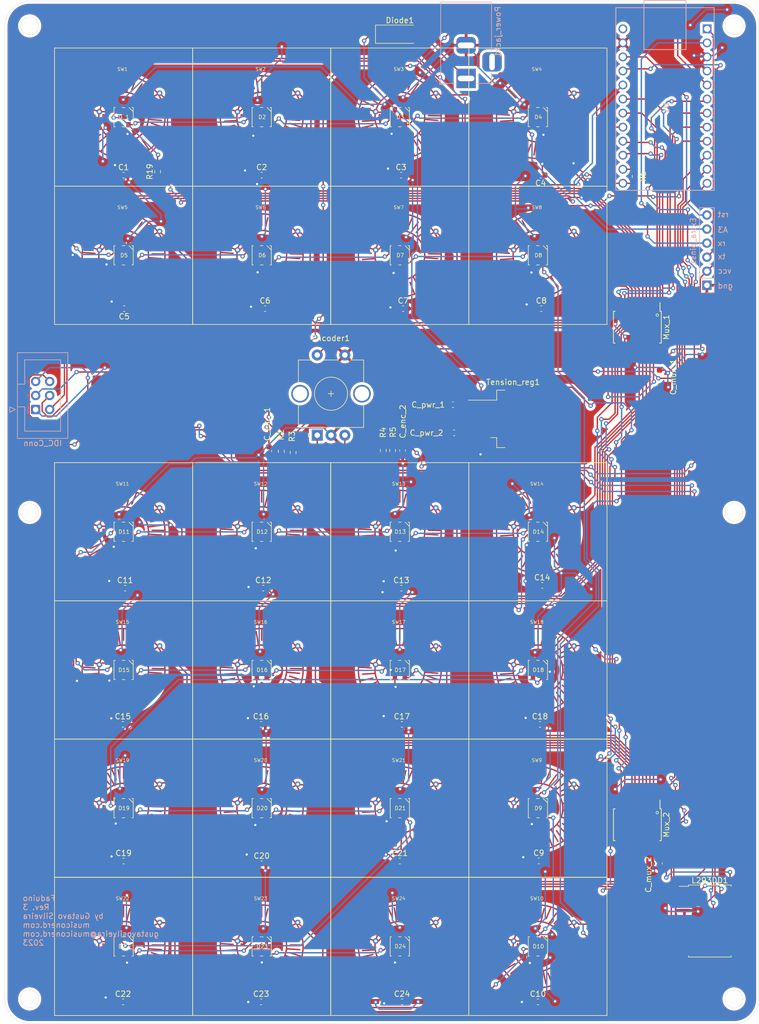
<source format=kicad_pcb>
(kicad_pcb (version 20211014) (generator pcbnew)
  (title_block (title "Faduino") (date "2023-07-07") (rev "3") (company "Nerd Musician") (comment 1 "by Gustavo Silveira"))
  (layers (0 "F.Cu" signal) (31 "B.Cu" signal) (34 "B.Paste" user) (35 "F.Paste" user) (36 "B.SilkS" user "B.Silkscreen") (37 "F.SilkS" user "F.Silkscreen") (38 "B.Mask" user) (39 "F.Mask" user) (44 "Edge.Cuts" user))
  (net 0 "")
  (net 1 "GND")
  (net 2 "VCC")
  (net 3 "9V")
  (net 4 "5V")
  (net 5 "ENC_A")
  (net 6 "ENC_B")
  (net 7 "Net-(D2-Pad2)")
  (net 8 "Net-(D2-Pad4)")
  (net 9 "Net-(D3-Pad2)")
  (net 10 "Net-(D4-Pad2)")
  (net 11 "Net-(D5-Pad2)")
  (net 12 "Net-(D6-Pad2)")
  (net 13 "Net-(D7-Pad2)")
  (net 14 "Net-(D8-Pad2)")
  (net 15 "Net-(D10-Pad4)")
  (net 16 "Net-(D10-Pad2)")
  (net 17 "Net-(D11-Pad2)")
  (net 18 "Net-(D12-Pad2)")
  (net 19 "Net-(D13-Pad2)")
  (net 20 "Net-(D14-Pad2)")
  (net 21 "Net-(D15-Pad2)")
  (net 22 "Net-(D16-Pad2)")
  (net 23 "Net-(D17-Pad2)")
  (net 24 "Net-(D18-Pad2)")
  (net 25 "Net-(D19-Pad2)")
  (net 26 "Net-(D20-Pad2)")
  (net 27 "Net-(D21-Pad2)")
  (net 28 "Net-(D22-Pad2)")
  (net 29 "Net-(D23-Pad2)")
  (net 31 "Net-(D_1-Pad4)")
  (net 32 "F_OUT_1")
  (net 33 "F_OUT_2")
  (net 34 "Net-(Diode1-Pad2)")
  (net 35 "ENC_SW")
  (net 36 "Net-(Encoder1-PadB)")
  (net 37 "Net-(Encoder1-PadA)")
  (net 38 "/TX")
  (net 39 "/RX")
  (net 40 "/A3")
  (net 41 "/RST")
  (net 42 "F_TOUCH_1")
  (net 43 "F_WIPER")
  (net 44 "F_ENABLE")
  (net 46 "F_IN_1")
  (net 50 "F_IN_2")
  (net 52 "Net-(Mux_1-Pad22)")
  (net 53 "Net-(Mux_1-Pad21)")
  (net 54 "Net-(Mux_1-Pad20)")
  (net 55 "Net-(Mux_1-Pad19)")
  (net 56 "S2")
  (net 57 "S3")
  (net 58 "S1")
  (net 59 "S0")
  (net 60 "Net-(Mux_1-Pad9)")
  (net 61 "Net-(Mux_1-Pad8)")
  (net 62 "Net-(Mux_1-Pad7)")
  (net 63 "Net-(Mux_1-Pad6)")
  (net 64 "Net-(Mux_1-Pad5)")
  (net 65 "Net-(Mux_1-Pad4)")
  (net 66 "Net-(Mux_1-Pad3)")
  (net 67 "Net-(Mux_1-Pad2)")
  (net 68 "SIG_1")
  (net 69 "SIG_2")
  (net 70 "Net-(Mux_2-Pad2)")
  (net 71 "Net-(Mux_2-Pad3)")
  (net 72 "Net-(Mux_2-Pad4)")
  (net 73 "Net-(Mux_2-Pad5)")
  (net 74 "Net-(Mux_2-Pad6)")
  (net 75 "Net-(Mux_2-Pad7)")
  (net 76 "Net-(Mux_2-Pad8)")
  (net 78 "Net-(Mux_2-Pad16)")
  (net 79 "Net-(Mux_2-Pad17)")
  (net 80 "Net-(Mux_2-Pad18)")
  (net 81 "Net-(Mux_2-Pad19)")
  (net 82 "Net-(Mux_2-Pad20)")
  (net 83 "F_TOUCH_2")
  (net 84 "addressable_led")
  (footprint "Capacitor_SMD:C_0603_1608Metric" (layer "F.Cu") (at 172 95 -90)
    (fp_text reference "C_mux_1")
    (fp_text value "100nF")
  )
  (footprint "Capacitor_SMD:C_0603_1608Metric" (layer "F.Cu") (at 134.83 107.11 180)
    (fp_text reference "C_pwr_2")
    (fp_text value "100nF")
  )
  (footprint "Capacitor_SMD:C_0603_1608Metric" (layer "F.Cu") (at 75 60.5)
    (fp_text reference "C1")
    (fp_text value "100nF")
  )
  (footprint "Capacitor_SMD:C_0603_1608Metric" (layer "F.Cu") (at 125.28 135.2)
    (fp_text reference "C13")
    (fp_text value "100nF")
  )
  (footprint "Capacitor_SMD:C_0603_1608Metric" (layer "F.Cu") (at 100 60.5)
    (fp_text reference "C2")
    (fp_text value "100nF")
  )
  (footprint "Capacitor_SMD:C_0603_1608Metric" (layer "F.Cu") (at 150.78 134.7)
    (fp_text reference "C14")
    (fp_text value "100nF")
  )
  (footprint "Capacitor_SMD:C_0603_1608Metric" (layer "F.Cu") (at 125.225 60.5)
    (fp_text reference "C3")
    (fp_text value "100nF")
  )
  (footprint "Capacitor_SMD:C_0603_1608Metric" (layer "F.Cu") (at 74.87 159.84)
    (fp_text reference "C15")
    (fp_text value "100nF")
  )
  (footprint "Capacitor_SMD:C_0603_1608Metric" (layer "F.Cu") (at 150.5 60.5 180)
    (fp_text reference "C4")
    (fp_text value "100nF")
  )
  (footprint "Capacitor_SMD:C_0603_1608Metric" (layer "F.Cu") (at 99.87 159.84)
    (fp_text reference "C16")
    (fp_text value "100nF")
  )
  (footprint "Capacitor_SMD:C_0603_1608Metric" (layer "F.Cu") (at 125.37 159.84)
    (fp_text reference "C17")
    (fp_text value "100nF")
  )
  (footprint "Capacitor_SMD:C_0603_1608Metric" (layer "F.Cu") (at 100.61 84.64)
    (fp_text reference "C6")
    (fp_text value "100nF")
  )
  (footprint "Capacitor_SMD:C_0603_1608Metric" (layer "F.Cu") (at 150.37 159.84)
    (fp_text reference "C18")
    (fp_text value "100nF")
  )
  (footprint "Capacitor_SMD:C_0603_1608Metric" (layer "F.Cu") (at 125.61 84.64)
    (fp_text reference "C7")
    (fp_text value "100nF")
  )
  (footprint "Capacitor_SMD:C_0603_1608Metric" (layer "F.Cu") (at 75 184.56)
    (fp_text reference "C19")
    (fp_text value "100nF")
  )
  (footprint "Capacitor_SMD:C_0603_1608Metric" (layer "F.Cu") (at 150.61 84.64)
    (fp_text reference "C8")
    (fp_text value "100nF")
  )
  (footprint "Capacitor_SMD:C_0603_1608Metric" (layer "F.Cu") (at 100 185.06)
    (fp_text reference "C20")
    (fp_text value "100nF")
  )
  (footprint "Capacitor_SMD:C_0603_1608Metric" (layer "F.Cu") (at 125 184.56)
    (fp_text reference "C21")
    (fp_text value "100nF")
  )
  (footprint "Capacitor_SMD:C_0603_1608Metric" (layer "F.Cu") (at 74.9 210.03)
    (fp_text reference "C22")
    (fp_text value "100nF")
  )
  (footprint "Capacitor_SMD:C_0603_1608Metric" (layer "F.Cu") (at 75.28 135.2)
    (fp_text reference "C11")
    (fp_text value "100nF")
  )
  (footprint "Capacitor_SMD:C_0603_1608Metric" (layer "F.Cu") (at 99.9 210.03)
    (fp_text reference "C23")
    (fp_text value "100nF")
  )
  (footprint "Capacitor_SMD:C_0603_1608Metric" (layer "F.Cu") (at 100.28 135.2)
    (fp_text reference "C12")
    (fp_text value "100nF")
  )
  (footprint "Capacitor_SMD:C_0603_1608Metric" (layer "F.Cu") (at 125.4 210.03)
    (fp_text reference "C24")
    (fp_text value "100nF")
  )
  (footprint "Capacitor_SMD:C_0603_1608Metric" (layer "F.Cu") (at 125.5 110.3 -90)
    (fp_text reference "C_enc_2")
    (fp_text value "10nF")
  )
  (footprint "LED_SMD:WS2812B-mini-V3-2" (layer "F.Cu") (at 100 50 180)
    (fp_text reference "D2")
    (fp_text value "WS2812B")
  )
  (footprint "LED_SMD:WS2812B-mini-V3-2" (layer "F.Cu") (at 125 50 180)
    (fp_text reference "D3")
    (fp_text value "WS2812B")
  )
  (footprint "LED_SMD:WS2812B-mini-V3-2" (layer "F.Cu") (at 150 50 180)
    (fp_text reference "D4")
    (fp_text value "WS2812B")
  )
  (footprint "LED_SMD:WS2812B-mini-V3-2" (layer "F.Cu") (at 75 75 180)
    (fp_text reference "D5")
    (fp_text value "WS2812B")
  )
  (footprint "LED_SMD:WS2812B-mini-V3-2" (layer "F.Cu") (at 100 75 180)
    (fp_text reference "D6")
    (fp_text value "WS2812B")
  )
  (footprint "LED_SMD:WS2812B-mini-V3-2" (layer "F.Cu") (at 125 75 180)
    (fp_text reference "D7")
    (fp_text value "WS2812B")
  )
  (footprint "LED_SMD:WS2812B-mini-V3-2" (layer "F.Cu") (at 150 75 180)
    (fp_text reference "D8")
    (fp_text value "WS2812B")
  )
  (footprint "LED_SMD:WS2812B-mini-V3-2" (layer "F.Cu") (at 75 125 180)
    (fp_text reference "D11")
    (fp_text value "WS2812B")
  )
  (footprint "LED_SMD:WS2812B-mini-V3-2" (layer "F.Cu") (at 100 125 180)
    (fp_text reference "D12")
    (fp_text value "WS2812B")
  )
  (footprint "LED_SMD:WS2812B-mini-V3-2" (layer "F.Cu") (at 125 125 180)
    (fp_text reference "D13")
    (fp_text value "WS2812B")
  )
  (footprint "LED_SMD:WS2812B-mini-V3-2" (layer "F.Cu") (at 150 125 180)
    (fp_text reference "D14")
    (fp_text value "WS2812B")
  )
  (footprint "LED_SMD:WS2812B-mini-V3-2" (layer "F.Cu") (at 75 150 180)
    (fp_text reference "D15")
    (fp_text value "WS2812B")
  )
  (footprint "LED_SMD:WS2812B-mini-V3-2" (layer "F.Cu") (at 100 150 180)
    (fp_text reference "D16")
    (fp_text value "WS2812B")
  )
  (footprint "LED_SMD:WS2812B-mini-V3-2" (layer "F.Cu") (at 125 150 180)
    (fp_text reference "D17")
    (fp_text value "WS2812B")
  )
  (footprint "LED_SMD:WS2812B-mini-V3-2" (layer "F.Cu") (at 150 150 180)
    (fp_text reference "D18")
    (fp_text value "WS2812B")
  )
  (footprint "LED_SMD:WS2812B-mini-V3-2" (layer "F.Cu") (at 75 175 180)
    (fp_text reference "D19")
    (fp_text value "WS2812B")
  )
  (footprint "LED_SMD:WS2812B-mini-V3-2" (layer "F.Cu") (at 100 175 180)
    (fp_text reference "D20")
    (fp_text value "WS2812B")
  )
  (footprint "LED_SMD:WS2812B-mini-V3-2" (layer "F.Cu") (at 125 175 180)
    (fp_text reference "D21")
    (fp_text value "WS2812B")
  )
  (footprint "LED_SMD:WS2812B-mini-V3-2" (layer "F.Cu") (at 75 200 180)
    (fp_text reference "D22")
    (fp_text value "WS2812B")
  )
  (footprint "LED_SMD:WS2812B-mini-V3-2" (layer "F.Cu") (at 100 200 180)
    (fp_text reference "D23")
    (fp_text value "WS2812B")
  )
  (footprint "LED_SMD:WS2812B-mini-V3-2" (layer "F.Cu") (at 125 200 180)
    (fp_text reference "D24")
    (fp_text value "WS2812B")
  )
  (footprint "LED_SMD:WS2812B-mini-V3-2" (layer "F.Cu") (at 75 50 180)
    (fp_text reference "D_1")
    (fp_text value "WS2812B")
  )
  (footprint "Diode_SMD:D_SMA_Handsoldering" (layer "F.Cu") (at 125 35)
    (fp_text reference "Diode1")
    (fp_text value "1N4007")
  )
  (footprint "Rotary_Encoder:RotaryEncoder_Alps_EC11E-Switch_Vertical_H20mm_CircularMountingHoles" (layer "F.Cu") (at 112.5 100)
    (fp_text reference "Encoder1")
    (fp_text value "Rotary_Encoder_Switch")
  )
  (footprint "Resistor_SMD:R_0603_1608Metric" (layer "F.Cu") (at 167.6 60.74 -90)
    (fp_text reference "R1")
    (fp_text value "1M")
  )
  (footprint "Resistor_SMD:R_0603_1608Metric" (layer "F.Cu") (at 105.69 110.66 90)
    (fp_text reference "R3")
    (fp_text value "10k")
  )
  (footprint "Resistor_SMD:R_0603_1608Metric" (layer "F.Cu") (at 123.7 110.3 -90)
    (fp_text reference "R5")
    (fp_text value "10k")
  )
  (footprint "Resistor_SMD:R_0603_1608Metric" (layer "F.Cu") (at 122 110.3 90)
    (fp_text reference "R4")
    (fp_text value "10k")
  )
  (footprint "Resistor_SMD:R_0603_1608Metric" (layer "F.Cu") (at 103.55 110.45 90)
    (fp_text reference "R2")
    (fp_text value "10k")
  )
  (footprint "Capacitor_SMD:C_0603_1608Metric" (layer "F.Cu") (at 101.3 110.4 -90)
    (fp_text reference "C_enc_1")
    (fp_text value "10nF")
  )
  (footprint "Capacitor_SMD:C_0603_1608Metric" (layer "F.Cu") (at 75.11 84.64 180)
    (fp_text reference "C5")
    (fp_text value "100nF")
  )
  (footprint "Capacitor_SMD:C_0603_1608Metric" (layer "F.Cu") (at 172 185 -90)
    (fp_text reference "C_mux_2")
    (fp_text value "100nF")
  )
  (footprint "Capacitor_SMD:C_0603_1608Metric" (layer "F.Cu") (at 134.63 102.02 180)
    (fp_text reference "C_pwr_1")
    (fp_text value "330nF")
  )
  (footprint "Package_SO:SSOP-24_5.3x8.2mm_P0.65mm" (layer "F.Cu") (at 168 178 -90)
    (fp_text reference "Mux_2")
    (fp_text value "CD74HC4067M_2")
  )
  (footprint "Package_SO:SSOP-24_5.3x8.2mm_P0.65mm" (layer "F.Cu") (at 168 88 -90)
    (fp_text reference "Mux_1")
    (fp_text value "CD74HC4067M_2")
  )
  (footprint "Resistor_SMD:R_0603_1608Metric" (layer "F.Cu") (at 81.16 59.87 90)
    (fp_text reference "R19")
    (fp_text value "330")
  )
  (footprint "4Squared:MountingHole_3.2mm" (layer "F.Cu") (at 58 33.5)
    (fp_text reference "REF**" hide)
    (fp_text value "MountingHole_3.2mm" hide)
  )
  (footprint "4Squared:MountingHole_3.2mm" (layer "F.Cu") (at 185.5 121.5)
    (fp_text reference "REF**" hide)
    (fp_text value "MountingHole_3.2mm" hide)
  )
  (footprint "4Squared:MountingHole_3.2mm" (layer "F.Cu") (at 185.5 209.5)
    (fp_text reference "REF**" hide)
    (fp_text value "MountingHole_3.2mm" hide)
  )
  (footprint "4Squared:MountingHole_3.2mm" (layer "F.Cu") (at 58 209.5)
    (fp_text reference "REF**" hide)
    (fp_text value "MountingHole_3.2mm" hide)
  )
  (footprint "4Squared:MountingHole_3.2mm" (layer "F.Cu") (at 58 121.5)
    (fp_text reference "REF**" hide)
    (fp_text value "MountingHole_3.2mm" hide)
  )
  (footprint "4Squared:MountingHole_3.2mm" (layer "F.Cu") (at 185.5 33.5)
    (fp_text reference "REF**" hide)
    (fp_text value "MountingHole_3.2mm" hide)
  )
  (footprint "LED_SMD:WS2812B-mini-V3-2" (layer "F.Cu") (at 150 175 180)
    (fp_text reference "D9")
    (fp_text value "WS2812B")
  )
  (footprint "Capacitor_SMD:C_0603_1608Metric" (layer "F.Cu") (at 150.16 184.54)
    (fp_text reference "C9")
    (fp_text value "100nF")
  )
  (footprint "LED_SMD:WS2812B-mini-V3-2" (layer "F.Cu") (at 150 200 180)
    (fp_text reference "D10")
    (fp_text value "WS2812B")
  )
  (footprint "Capacitor_SMD:C_0603_1608Metric" (layer "F.Cu") (at 150 210.03)
    (fp_text reference "C10")
    (fp_text value "100nF")
  )
  (footprint "Silks:Faduino_solderMask" (layer "F.Cu") (at 184.18 147.13 -90)
    (fp_text reference "G***" hide)
    (fp_text value "LOGO" hide)
  )
  (footprint "4Squared:BUTTONPAD-1x1" (layer "F.Cu") (at 75 50)
    (fp_text reference "SW1")
    (fp_text value "SW_SPST" hide)
  )
  (footprint "4Squared:BUTTONPAD-1x1" (layer "F.Cu") (at 100 50)
    (fp_text reference "SW2")
    (fp_text value "SW_SPST" hide)
  )
  (footprint "4Squared:BUTTONPAD-1x1" (layer "F.Cu") (at 125 50)
    (fp_text reference "SW3")
    (fp_text value "SW_SPST" hide)
  )
  (footprint "4Squared:BUTTONPAD-1x1" (layer "F.Cu") (at 150 50)
    (fp_text reference "SW4")
    (fp_text value "SW_SPST" hide)
  )
  (footprint "4Squared:BUTTONPAD-1x1" (layer "F.Cu") (at 75 75)
    (fp_text reference "SW5")
    (fp_text value "SW_SPST" hide)
  )
  (footprint "4Squared:BUTTONPAD-1x1" (layer "F.Cu") (at 100 75)
    (fp_text reference "SW6")
    (fp_text value "SW_SPST" hide)
  )
  (footprint "4Squared:BUTTONPAD-1x1" (layer "F.Cu") (at 125 75)
    (fp_text reference "SW7")
    (fp_text value "SW_SPST" hide)
  )
  (footprint "4Squared:BUTTONPAD-1x1" (layer "F.Cu") (at 150 75)
    (fp_text reference "SW8")
    (fp_text value "SW_SPST" hide)
  )
  (footprint "4Squared:BUTTONPAD-1x1" (layer "F.Cu") (at 150 175)
    (fp_text reference "SW9")
    (fp_text value "SW_SPST" hide)
  )
  (footprint "4Squared:BUTTONPAD-1x1" (layer "F.Cu") (at 150 200)
    (fp_text reference "SW10")
    (fp_text value "SW_SPST" hide)
  )
  (footprint "4Squared:BUTTONPAD-1x1" (layer "F.Cu") (at 75 125)
    (fp_text reference "SW11")
    (fp_text value "SW_SPST" hide)
  )
  (footprint "4Squared:BUTTONPAD-1x1" (layer "F.Cu") (at 100 125)
    (fp_text reference "SW12")
    (fp_text value "SW_SPST" hide)
  )
  (footprint "4Squared:BUTTONPAD-1x1" (layer "F.Cu") (at 125 125)
    (fp_text reference "SW13")
    (fp_text value "SW_SPST" hide)
  )
  (footprint "4Squared:BUTTONPAD-1x1" (layer "F.Cu") (at 150 125)
    (fp_text reference "SW14")
    (fp_text value "SW_SPST" hide)
  )
  (footprint "4Squared:BUTTONPAD-1x1" (layer "F.Cu") (at 75 150)
    (fp_text reference "SW15")
    (fp_text value "SW_SPST" hide)
  )
  (footprint "4Squared:BUTTONPAD-1x1" (layer "F.Cu") (at 100 150)
    (fp_text reference "SW16")
    (fp_text value "SW_SPST" hide)
  )
  (footprint "4Squared:BUTTONPAD-1x1" (layer "F.Cu") (at 125 150)
    (fp_text reference "SW17")
    (fp_text value "SW_SPST" hide)
  )
  (footprint "4Squared:BUTTONPAD-1x1" (layer "F.Cu") (at 150 150)
    (fp_text reference "SW18")
    (fp_text value "SW_SPST" hide)
  )
  (footprint "4Squared:BUTTONPAD-1x1" (layer "F.Cu") (at 75 175)
    (fp_text reference "SW19")
    (fp_text value "SW_SPST" hide)
  )
  (footprint "4Squared:BUTTONPAD-1x1" (layer "F.Cu") (at 100 175)
    (fp_text reference "SW20")
    (fp_text value "SW_SPST" hide)
  )
  (footprint "4Squared:BUTTONPAD-1x1" (layer "F.Cu") (at 125 175)
    (fp_text reference "SW21")
    (fp_text value "SW_SPST" hide)
  )
  (footprint "4Squared:BUTTONPAD-1x1" (layer "F.Cu") (at 75 200)
    (fp_text reference "SW22")
    (fp_text value "SW_SPST" hide)
  )
  (footprint "4Squared:BUTTONPAD-1x1" (layer "F.Cu") (at 100 200)
    (fp_text reference "SW23")
    (fp_text value "SW_SPST" hide)
  )
  (footprint "4Squared:BUTTONPAD-1x1" (layer "F.Cu") (at 125 200)
    (fp_text reference "SW24")
    (fp_text value "SW_SPST" hide)
  )
  (footprint "Package_SO:SOP-20_7.5x12.8mm_P1.27mm" (layer "F.Cu") (at 181.11 195.41)
    (fp_text reference "L293DD1")
    (fp_text value "L293DD")
  )
  (footprint "Package_TO_SOT_SMD:TO-263-2" (layer "F.Cu") (at 145.49 104.58)
    (fp_text reference "Tension_reg1")
    (fp_text value "L7805")
  )
  (footprint "Connector_PinSocket_2.54mm:PinSocket_1x06_P2.54mm_Vertical" (layer "B.Cu") (at 180.59 80.41)
    (fp_text reference "Extra_pins1")
    (fp_text value "Conn_01x06")
  )
  (footprint "Connector_BarrelJack:BarrelJack_Horizontal" (layer "B.Cu") (at 137 43 -90)
    (fp_text reference "Power_jack1")
    (fp_text value "Jack-DC")
  )
  (footprint "Arduino_Shield_Modules_for_KiCad:ArduinoProMicro" (layer "B.Cu") (at 173 48 -90)
    (fp_text reference "U1")
    (fp_text value "Arduino_Pro_Micro")
  )
  (footprint "Connector_IDC:IDC-Header_2x03_P2.54mm_Vertical" (layer "B.Cu") (at 59.08 102.89)
    (fp_text reference "IDC_Conn")
    (fp_text value "Conn_01x06_Female")
  )
  (gr_line (start 58 29) (end 185.5 29) (layer "Edge.Cuts") (width 0.05))
  (gr_line (start 190 209.5) (end 190 33.5) (layer "Edge.Cuts") (width 0.05))
  (gr_line (start 53.5 209.5) (end 53.5 33.5) (layer "Edge.Cuts") (width 0.05))
  (gr_line (start 185.5 214) (end 58 214) (layer "Edge.Cuts") (width 0.05))
  (gr_arc (start 53.5 33.5) (mid 54.818019 30.318019) (end 58 29) (layer "Edge.Cuts") (width 0.05))
  (gr_arc (start 58 214) (mid 54.818019 212.681981) (end 53.5 209.5) (layer "Edge.Cuts") (width 0.05))
  (gr_arc (start 190 209.5) (mid 188.681981 212.681981) (end 185.5 214) (layer "Edge.Cuts") (width 0.05))
  (gr_arc (start 185.5 29) (mid 188.681981 30.318019) (end 190 33.5) (layer "Edge.Cuts") (width 0.05))
  (gr_text "A3" (at 183.466667 70.4) (layer "B.SilkS") (effects (font (size 1 1)) (justify mirror)))
  (gr_text "tx" (at 183.252381 75.2) (layer "B.SilkS") (effects (font (size 1 1)) (justify mirror)))
  (gr_text "Faduino\nRev. 3\nby Gustavo Silveira\nmusiconerd.com\ngustavosilveira@musiconerd.com\n2023" (at 56.66 195.32) (layer "B.SilkS") (effects (font (size 1 1)) (justify right mirror)))
  (gr_text "vcc" (at 183.8 77.8) (layer "B.SilkS") (effects (font (size 1 1)) (justify mirror)))
  (gr_text "gnd" (at 183.919048 80.5) (layer "B.SilkS") (effects (font (size 1 1)) (justify mirror)))
  (gr_text "rx" (at 183.27619 72.8) (layer "B.SilkS") (effects (font (size 1 1)) (justify mirror)))
  (gr_text "rst" (at 183.561905 67.6) (layer "B.SilkS") (effects (font (size 1 1)) (justify mirror)))
  (segment (start 99.525 111.175) (end 99.44 111.09) (width 0.25) (layer "F.Cu") (net 1))
  (segment (start 164.425 174.4) (end 164.425 172.025) (width 0.25) (layer "F.Cu") (net 1))
  (segment (start 99.57 196.75) (end 97.2 199.12) (width 0.25) (layer "F.Cu") (net 1))
  (segment (start 71.755672 51.899527) (end 71.755672 49.534328) (width 0.25) (layer "F.Cu") (net 1))
  (segment (start 72.24 72.51) (end 72.24 72.86) (width 0.25) (layer "F.Cu") (net 1))
  (segment (start 71.755672 49.534328) (end 73.465 47.825) (width 0.25) (layer "F.Cu") (net 1))
  (segment (start 165.725 176.735002) (end 164.425 175.435002) (width 0.25) (layer "F.Cu") (net 1))
  (segment (start 165.725 91.6) (end 165.725 89.785) (width 0.25) (layer "F.Cu") (net 1))
  (segment (start 125.57 46.44) (end 124.95 46.44) (width 0.25) (layer "F.Cu") (net 1))
  (segment (start 179 193.68) (end 176.685 193.68) (width 0.25) (layer "F.Cu") (net 1))
  (segment (start 170.19 184.39) (end 170.19 181.685) (width 0.25) (layer "F.Cu") (net 1))
  (segment (start 75.8 73.545) (end 75.89 73.635) (width 0.25) (layer "F.Cu") (net 1))
  (segment (start 146.51 123.9) (end 146.19 123.9) (width 0.25) (layer "F.Cu") (net 1))
  (segment (start 178.52 39.11) (end 178.26 38.85) (width 0.25) (layer "F.Cu") (net 1))
  (segment (start 74.45 46.84) (end 73.465 47.825) (width 0.25) (layer "F.Cu") (net 1))
  (segment (start 122.27 49.12) (end 121.81 49.12) (width 0.25) (layer "F.Cu") (net 1))
  (segment (start 148.505073 171.6) (end 146.083533 174.02154) (width 0.25) (layer "F.Cu") (net 1))
  (segment (start 167.72 178.82) (end 167.97 178.82) (width 0.25) (layer "F.Cu") (net 1))
  (segment (start 98.98 121.82) (end 96.87 123.93) (width 0.25) (layer "F.Cu") (net 1))
  (segment (start 74.18 121.83) (end 74.18 121.88) (width 0.25) (layer "F.Cu") (net 1))
  (segment (start 147.17 149.01) (end 146.16 149.01) (width 0.25) (layer "F.Cu") (net 1))
  (segment (start 73.57 61.3) (end 71.24 58.97) (width 0.25) (layer "F.Cu") (net 1))
  (segment (start 163.995937 87.445937) (end 163.995937 84.829063) (width 0.25) (layer "F.Cu") (net 1))
  (segment (start 172 185.775) (end 171.365 185.775) (width 0.25) (layer "F.Cu") (net 1))
  (segment (start 125.5 112.59) (end 125.56 112.65) (width 0.25) (layer "F.Cu") (net 1))
  (segment (start 96.96 149) (end 96.14 149) (width 0.25) (layer "F.Cu") (net 1))
  (segment (start 103.64 37.24) (end 103.64 37.085) (width 0.25) (layer "F.Cu") (net 1))
  (segment (start 75.645 159.84) (end 75.645 165.105) (width 0.25) (layer "F.Cu") (net 1))
  (segment (start 74.59 196.63) (end 72.1 199.12) (width 0.25) (layer "F.Cu") (net 1))
  (segment (start 71.92 173.9) (end 71.18 173.9) (width 0.25) (layer "F.Cu") (net 1))
  (segment (start 172 192) (end 173.07 193.07) (width 0.25) (layer "F.Cu") (net 1))
  (segment (start 100.04 171.63) (end 98.475073 171.63) (width 0.25) (layer "F.Cu") (net 1))
  (segment (start 72.79 71.96) (end 72.24 72.51) (width 0.25) (layer "F.Cu") (net 1))
  (segment (start 180.62 39.11) (end 178.52 39.11) (width 0.25) (layer "F.Cu") (net 1))
  (segment (start 126 60.5) (end 126.44 60.5) (width 0.25) (layer "F.Cu") (net 1))
  (segment (start 167.6 95.275) (end 167.6 91.675) (width 0.25) (layer "F.Cu") (net 1))
  (segment (start 74.335 84.64) (end 74.335 92.565) (width 0.25) (layer "F.Cu") (net 1))
  (segment (start 150.775 210.03) (end 153 210.03) (width 0.25) (layer "F.Cu") (net 1))
  (segment (start 101.055 135.325) (end 102.05 136.32) (width 0.25) (layer "F.Cu") (net 1))
  (segment (start 74.33 171.46) (end 71.92 173.87) (width 0.25) (layer "F.Cu") (net 1))
  (segment (start 100.775 185.06) (end 100.775 186.165) (width 0.25) (layer "F.Cu") (net 1))
  (segment (start 123.34 121.72) (end 121.17 123.89) (width 0.25) (layer "F.Cu") (net 1))
  (segment (start 152.22 202.01) (end 152.22 199.965) (width 0.25) (layer "F.Cu") (net 1))
  (segment (start 180.325685 92.930003) (end 180.59 92.665688) (width 0.25) (layer "F.Cu") (net 1))
  (segment (start 170.275 181.6) (end 170.925 181.6) (width 0.25) (layer "F.Cu") (net 1))
  (segment (start 125.5 111.075) (end 125.5 112.59) (width 0.25) (layer "F.Cu") (net 1))
  (segment (start 167.6 91.675) (end 167.675 91.6) (width 0.25) (layer "F.Cu") (net 1))
  (segment (start 96.31 199.12) (end 96.14 198.95) (width 0.25) (layer "F.Cu") (net 1))
  (segment (start 122.26 47.68) (end 122.26 48.67) (width 0.25) (layer "F.Cu") (net 1))
  (segment (start 73.465 47.825) (end 72.28 49.01) (width 0.25) (layer "F.Cu") (net 1))
  (segment (start 126.13 71.71) (end 123.395073 71.71) (width 0.25) (layer "F.Cu") (net 1))
  (segment (start 153 210.03) (end 153.1 209.93) (width 0.25) (layer "F.Cu") (net 1))
  (segment (start 98.07 46.95) (end 96.15 48.87) (width 0.25) (layer "F.Cu") (net 1))
  (segment (start 100.645 159.84) (end 100.645 160.875) (width 0.25) (layer "F.Cu") (net 1))
  (segment (start 125.775 184.56) (end 125.775 188.205) (width 0.25) (layer "F.Cu") (net 1))
  (segment (start 75.8 71.96) (end 72.79 71.96) (width 0.25) (layer "F.Cu") (net 1))
  (segment (start 180.59 92.665688) (end 180.59 80.41) (width 0.25) (layer "F.Cu") (net 1))
  (segment (start 167.025 91.6) (end 167.675 91.6) (width 0.25) (layer "F.Cu") (net 1))
  (segment (start 169.625 181.6) (end 170.275 181.6) (width 0.25) (layer "F.Cu") (net 1))
  (segment (start 146.15 199.01) (end 147.27 199.01) (width 0.25) (layer "F.Cu") (net 1))
  (segment (start 124.99 196.59) (end 123.57 196.59) (width 0.25) (layer "F.Cu") (net 1))
  (segment (start 99.25 46.95) (end 98.07 46.95) (width 0.25) (layer "F.Cu") (net 1))
  (segment (start 71.24 58.97) (end 71.24 57.98) (width 0.25) (layer "F.Cu") (net 1))
  (segment (start 165.725 181.6) (end 165.725 176.735002) (width 0.25) (layer "F.Cu") (net 1))
  (segment (start 164.425 175.525) (end 167.72 178.82) (width 0.25) (layer "F.Cu") (net 1))
  (segment (start 169.625 180.475) (end 169.625 181.6) (width 0.25) (layer "F.Cu") (net 1))
  (segment (start 167.025 91.6) (end 166.375 91.6) (width 0.25) (layer "F.Cu") (net 1))
  (segment (start 151.555 134.7) (end 152.02 134.7) (width 0.25) (layer "F.Cu") (net 1))
  (segment (start 153 125.745) (end 150.89 123.635) (width 0.25) (layer "F.Cu") (net 1))
  (segment (start 152.02 134.7) (end 154.24 132.48) (width 0.25) (layer "F.Cu") (net 1))
  (segment (start 125.775 188.205) (end 123.65 190.33) (width 0.25) (layer "F.Cu") (net 1))
  (segment (start 74.96 46.84) (end 74.45 46.84) (width 0.25) (layer "F.Cu") (net 1))
  (segment (start 71.92 173.87) (end 71.92 173.9) (width 0.25) (layer "F.Cu") (net 1))
  (segment (start 126.145 159.84) (end 126.145 160.745) (width 0.25) (layer "F.Cu") (net 1))
  (segment (start 75.775 60.5) (end 75.8 60.5) (width 0.25) (layer "F.Cu") (net 1))
  (segment (start 72.28 49.01) (end 71.25 49.01) (width 0.25) (layer "F.Cu") (net 1))
  (segment (start 100.29 196.75) (end 99.57 196.75) (width 0.25) (layer "F.Cu") (net 1))
  (segment (start 100.34 121.82) (end 98.98 121.82) (width 0.25) (layer "F.Cu") (net 1))
  (segment (start 75.645 165.105) (end 75.28 165.47) (width 0.25) (layer "F.Cu") (net 1))
  (segment (start 123.395073 71.71) (end 121.083533 74.02154) (width 0.25) (layer "F.Cu") (net 1))
  (segment (start 122.26 48.67) (end 121.81 49.12) (width 0.25) (layer "F.Cu") (net 1))
  (segment (start 171.365 185.775) (end 170.82 186.32) (width 0.25) (layer "F.Cu") (net 1))
  (segment (start 151.145 159.84) (end 151.46 159.84) (width 0.25) (layer "F.Cu") (net 1))
  (segment (start 100.775 62.905) (end 100.67 63.01) (width 0.25) (layer "F.Cu") (net 1))
  (segment (start 173.005 95.775) (end 173.52 96.29) (width 0.25) (layer "F.Cu") (net 1))
  (segment (start 124.95 46.44) (end 122.27 49.12) (width 0.25) (layer "F.Cu") (net 1))
  (segment (start 72.06 124) (end 71.17 124) (width 0.25) (layer "F.Cu") (net 1))
  (segment (start 149.38 146.8) (end 147.17 149.01) (width 0.25) (layer "F.Cu") (net 1))
  (segment (start 150.935 184.54) (end 150.935 186.075) (width 0.25) (layer "F.Cu") (net 1))
  (segment (start 126.055 135.2) (end 126.54 135.2) (width 0.25) (layer "F.Cu") (net 1))
  (segment (start 75.8 71.96) (end 75.8 73.545) (width 0.25) (layer "F.Cu") (net 1))
  (segment (start 99.7 146.66) (end 99.3 146.66) (width 0.25) (layer "F.Cu") (net 1))
  (segment (start 75.775 60.5) (end 75.775 61.595) (width 0.25) (layer "F.Cu") (net 1))
  (segment (start 75.775 60.5) (end 74.975 61.3) (width 0.25) (layer "F.Cu") (net 1))
  (segment (start 147.27 199.01) (end 149.54 196.74) (width 0.25) (layer "F.Cu") (net 1))
  (segment (start 146.97 49.14) (end 146.13 49.14) (width 0.25) (layer "F.Cu") (net 1))
  (segment (start 75.52 196.63) (end 74.59 196.63) (width 0.25) (layer "F.Cu") (net 1))
  (segment (start 167.97 178.82) (end 169.625 180.475) (width 0.25) (layer "F.Cu") (net 1))
  (segment (start 124.82 146.29) (end 121.98 149.13) (width 0.25) (layer "F.Cu") (net 1))
  (segment (start 170.19 181.685) (end 170.275 181.6) (width 0.25) (layer "F.Cu") (net 1))
  (segment (start 123.57 196.59) (end 121.15 199.01) (width 0.25) (layer "F.Cu") (net 1))
  (segment (start 76.23 135.2) (end 77.52 136.49) (width 0.25) (layer "F.Cu") (net 1))
  (segment (start 75.89 123.635) (end 77.525 123.635) (width 0.25) (layer "F.Cu") (net 1))
  (segment (start 100.03 71.58) (end 98.525073 71.58) (width 0.25) (layer "F.Cu") (net 1))
  (segment (start 126.54 135.2) (end 127.29 135.95) (width 0.25) (layer "F.Cu") (net 1))
  (segment (start 124.13 121.72) (end 123.34 121.72) (width 0.25) (layer "F.Cu") (net 1))
  (segment (start 76.055 135.2) (end 76.23 135.2) (width 0.25) (layer "F.Cu") (net 1))
  (segment (start 100.645 160.875) (end 100.81 161.04) (width 0.25) (layer "F.Cu") (net 1))
  (segment (start 165.725 91.6) (end 166.375 91.6) (width 0.25) (layer "F.Cu") (net 1))
  (segment (start 96.87 123.93) (end 96.17 123.93) (width 0.25) (layer "F.Cu") (net 1))
  (segment (start 126.44 60.5) (end 127.32 61.38) (width 0.25) (layer "F.Cu") (net 1))
  (segment (start 75.775 190.595) (end 75.62 190.75) (width 0.25) (layer "F.Cu") (net 1))
  (segment (start 151.46 159.84) (end 152.21 160.59) (width 0.25) (layer "F.Cu") (net 1))
  (segment (start 74.18 121.88) (end 72.06 124) (width 0.25) (layer "F.Cu") (net 1))
  (segment (start 74.335 92.565) (end 71.59 95.31) (width 0.25) (layer "F.Cu") (net 1))
  (segment (start 176.685 193.68) (end 176.51 193.505) (width 0.25) (layer "F.Cu") (net 1))
  (segment (start 126.145 160.745) (end 126.59 161.19) (width 0.25) (layer "F.Cu") (net 1))
  (segment (start 98.525073 71.58) (end 96.083533 74.02154) (width 0.25) (layer "F.Cu") (net 1))
  (segment (start 149.47 146.8) (end 149.38 146.8) (width 0.25) (layer "F.Cu") (net 1))
  (segment (start 124.98 146.29) (end 124.82 146.29) (width 0.25) (layer "F.Cu") (net 1))
  (segment (start 172 95.775) (end 173.005 95.775) (width 0.25) (layer "F.Cu") (net 1))
  (segment (start 121.81 49.12) (end 121.14 49.12) (width 0.25) (layer "F.Cu") (net 1))
  (segment (start 101.055 135.2) (end 101.055 135.325) (width 0.25) (layer "F.Cu") (net 1))
  (segment (start 98.475073 171.63) (end 96.083533 174.02154) (width 0.25) (layer "F.Cu") (net 1))
  (segment (start 72.14 148.74) (end 71.17 148.74) (width 0.25) (layer "F.Cu") (net 1))
  (segment (start 125.06 171.53) (end 123.575073 171.53) (width 0.25) (layer "F.Cu") (net 1))
  (segment (start 100.775 60.5) (end 100.775 62.905) (width 0.25) (layer "F.Cu") (net 1))
  (segment (start 153 126.14) (end 153 125.745) (width 0.25) (layer "F.Cu") (net 1))
  (segment (start 97.2 199.12) (end 96.31 199.12) (width 0.25) (layer "F.Cu") (net 1))
  (segment (start 74.975 61.3) (end 73.57 61.3) (width 0.25) (layer "F.Cu") (net 1))
  (segment (start 164.425 175.435002) (end 164.425 174.4) (width 0.25) (layer "F.Cu") (net 1))
  (segment (start 74.49 146.39) (end 72.14 148.74) (width 0.25) (layer "F.Cu") (net 1))
  (segment (start 149.595 60.63) (end 149.725 60.5) (width 0.25) (layer "F.Cu") (net 1))
  (segment (start 148.42 121.99) (end 146.51 123.9) (width 0.25) (layer "F.Cu") (net 1))
  (segment (start 100.775 186.165) (end 100.65 186.29) (width 0.25) (layer "F.Cu") (net 1))
  (segment (start 128.31 210.03) (end 128.33 210.01) (width 0.25) (layer "F.Cu") (net 1))
  (segment (start 99.3 146.66) (end 96.96 149) (width 0.25) (layer "F.Cu") (net 1))
  (segment (start 164.425 174.4) (end 164.425 175.525) (width 0.25) (layer "F.Cu") (net 1))
  (segment (start 72.1 199.12) (end 71.18 199.12) (width 0.25) (layer "F.Cu") (net 1))
  (segment (start 152.22 199.965) (end 150.89 198.635) (width 0.25) (layer "F.Cu") (net 1))
  (segment (start 147.55 47.73) (end 147.55 48.56) (width 0.25) (layer "F.Cu") (net 1))
  (segment (start 172 185.775) (end 172 192) (width 0.25) (layer "F.Cu") (net 1))
  (segment (start 101.3 111.175) (end 99.525 111.175) (width 0.25) (layer "F.Cu") (net 1))
  (segment (start 179.76 92.930003) (end 180.325685 92.930003) (width 0.25) (layer "F.Cu") (net 1))
  (segment (start 147.55 48.56) (end 146.97 49.14) (width 0.25) (layer "F.Cu") (net 1))
  (segment (start 148.47 71.52) (end 146.13 73.86) (width 0.25) (layer "F.Cu") (net 1))
  (segment (start 77.525 123.635) (end 77.89 123.27) (width 0.25) (layer "F.Cu") (net 1))
  (segment (start 75.775 61.595) (end 75.98 61.8) (width 0.25) (layer "F.Cu") (net 1))
  (segment (start 147.73 60.63) (end 149.595 60.63) (width 0.25) (layer "F.Cu") (net 1))
  (segment (start 149.38 71.52) (end 148.47 71.52) (width 0.25) (layer "F.Cu") (net 1))
  (segment (start 165.725 89.785) (end 165.8 89.71) (width 0.25) (layer "F.Cu") (net 1))
  (segment (start 164.425 172.025) (end 163.97 171.57) (width 0.25) (layer "F.Cu") (net 1))
  (segment (start 163.995937 84.829063) (end 164.425 84.4) (width 0.25) (layer "F.Cu") (net 1))
  (segment (start 71.18 199.12) (end 71.15 199.15) (width 0.25) (layer "F.Cu") (net 1))
  (segment (start 75.775 184.56) (end 75.775 190.595) (width 0.25) (layer "F.Cu") (net 1))
  (segment (start 72.24 72.86) (end 71.15 73.95) (width 0.25) (layer "F.Cu") (net 1))
  (segment (start 121.98 149.13) (end 121.13 149.13) (width 0.25) (layer "F.Cu") (net 1))
  (segment (start 126.175 210.03) (end 128.31 210.03) (width 0.25) (layer "F.Cu") (net 1))
  (segment (start 150.935 186.075) (end 151.33 186.47) (width 0.25) (layer "F.Cu") (net 1))
  (segment (start 149.93 171.6) (end 148.505073 171.6) (width 0.25) (layer "F.Cu") (net 1))
  (segment (start 123.575073 171.53) (end 121.083533 174.02154) (width 0.25) (layer "F.Cu") (net 1))
  (via (at 99.44 111.09) (size 0.8) (drill 0.4) (layers "F.Cu" "B.Cu") (net 1))
  (via (at 128.66 41.94) (size 0.8) (drill 0.4) (layers "F.Cu" "B.Cu") (net 1))
  (via (at 126.13 71.71) (size 0.8) (drill 0.4) (layers "F.Cu" "B.Cu") (net 1))
  (via (at 100.03 71.58) (size 0.8) (drill 0.4) (layers "F.Cu" "B.Cu") (net 1))
  (via (at 173.07 193.07) (size 0.8) (drill 0.4) (layers "F.Cu" "B.Cu") (net 1))
  (via (at 125.56 112.65) (size 0.8) (drill 0.4) (layers "F.Cu" "B.Cu") (net 1))
  (via (at 100.29 196.75) (size 0.8) (drill 0.4) (layers "F.Cu" "B.Cu") (net 1))
  (via (at 152.21 160.59) (size 0.8) (drill 0.4) (layers "F.Cu" "B.Cu") (net 1))
  (via (at 123.65 190.33) (size 0.8) (drill 0.4) (layers "F.Cu" "B.Cu") (net 1))
  (via (at 77.52 136.49) (size 0.8) (drill 0.4) (layers "F.Cu" "B.Cu") (net 1))
  (via (at 100.34 121.82) (size 0.8) (drill 0.4) (layers "F.Cu" "B.Cu") (net 1))
  (via (at 127.32 61.38) (size 0.8) (drill 0.4) (layers "F.Cu" "B.Cu") (net 1))
  (via (at 173.61 98.85) (size 0.8) (drill 0.4) (layers "F.Cu" "B.Cu") (net 1))
  (via (at 75.52 196.63) (size 0.8) (drill 0.4) (layers "F.Cu" "B.Cu") (net 1))
  (via (at 159.64 135.37) (size 0.8) (drill 0.4) (layers "F.Cu" "B.Cu") (net 1))
  (via (at 149.93 171.6) (size 0.8) (drill 0.4) (layers "F.Cu" "B.Cu") (net 1))
  (via (at 77.89 123.27) (size 0.8) (drill 0.4) (layers "F.Cu" "B.Cu") (net 1))
  (via (at 127.02 115.97) (size 0.8) (drill 0.4) (layers "F.Cu" "B.Cu") (net 1))
  (via (at 83.49 123.77) (size 0.8) (drill 0.4) (layers "F.Cu" "B.Cu") (net 1))
  (via (at 170.82 186.32) (size 0.8) (drill 0.4) (layers "F.Cu" "B.Cu") (net 1))
  (via (at 125.57 46.44) (size 0.8) (drill 0.4) (layers "F.Cu" "B.Cu") (net 1))
  (via (at 163.97 171.57) (size 0.8) (drill 0.4) (layers "F.Cu" "B.Cu") (net 1))
  (via (at 149.38 71.52) (size 0.8) (drill 0.4) (layers "F.Cu" "B.Cu") (net 1))
  (via (at 100.81 161.04) (size 0.8) (drill 0.4) (layers "F.Cu" "B.Cu") (net 1))
  (via (at 163.995937 87.445937) (size 0.8) (drill 0.4) (layers "F.Cu" "B.Cu") (net 1))
  (via (at 152.22 202.01) (size 0.8) (drill 0.4) (layers "F.Cu" "B.Cu") (net 1))
  (via (at 127.29 135.95) (size 0.8) (drill 0.4) (layers "F.Cu" "B.Cu") (net 1))
  (via (at 75.8 71.96) (size 0.8) (drill 0.4) (layers "F.Cu" "B.Cu") (net 1))
  (via (at 145.37 116.31) (size 0.8) (drill 0.4) (layers "F.Cu" "B.Cu") (net 1))
  (via (at 124.98 146.29) (size 0.8) (drill 0.4) (layers "F.Cu" "B.Cu") (net 1))
  (via (at 183.37 37.43) (size 0.8) (drill 0.4) (layers "F.Cu" "B.Cu") (net 1))
  (via (at 74.96 46.84) (size 0.8) (drill 0.4) (layers "F.Cu" "B.Cu") (net 1))
  (via (at 122.26 47.68) (size 0.8) (drill 0.4) (layers "F.Cu" "B.Cu") (net 1))
  (via (at 173.52 96.29) (size 0.8) (drill 0.4) (layers "F.Cu" "B.Cu") (net 1))
  (via (at 148.42 121.99) (size 0.8) (drill 0.4) (layers "F.Cu" "B.Cu") (net 1))
  (via (at 100.65 186.29) (size 0.8) (drill 0.4) (layers "F.Cu" "B.Cu") (net 1))
  (via (at 147.73 60.63) (size 0.8) (drill 0.4) (layers "F.Cu" "B.Cu") (net 1))
  (via (at 75.28 165.47) (size 0.8) (drill 0.4) (layers "F.Cu" "B.Cu") (net 1))
  (via (at 71.59 95.31) (size 0.8) (drill 0.4) (layers "F.Cu" "B.Cu") (net 1))
  (via (at 74.33 171.46) (size 0.8) (drill 0.4) (layers "F.Cu" "B.Cu") (net 1))
  (via (at 172.19 169.8) (size 0.8) (drill 0.4) (layers "F.Cu" "B.Cu") (net 1))
  (via (at 120.63 210.09) (size 0.8) (drill 0.4) (layers "F.Cu" "B.Cu") (net 1))
  (via (at 167.6 95.275) (size 0.8) (drill 0.4) (layers "F.Cu" "B.Cu") (net 1))
  (via (at 147.55 47.73) (size 0.8) (drill 0.4) (layers "F.Cu" "B.Cu") (net 1))
  (via (at 103.64 37.24) (size 0.8) (drill 0.4) (layers "F.Cu" "B.Cu") (net 1))
  (via (at 153 126.14) (size 0.8) (drill 0.4) (layers "F.Cu" "B.Cu") (net 1))
  (via (at 75.98 61.8) (size 0.8) (drill 0.4) (layers "F.Cu" "B.Cu") (net 1))
  (via (at 151.33 186.47) (size 0.8) (drill 0.4) (layers "F.Cu" "B.Cu") (net 1))
  (via (at 100.67 63.01) (size 0.8) (drill 0.4) (layers "F.Cu" "B.Cu") (net 1))
  (via (at 179.76 92.930003) (size 0.8) (drill 0.4) (layers "F.Cu" "B.Cu") (net 1))
  (via (at 154.24 132.48) (size 0.8) (drill 0.4) (layers "F.Cu" "B.Cu") (net 1))
  (via (at 100.04 171.63) (size 0.8) (drill 0.4) (layers "F.Cu" "B.Cu") (net 1))
  (via (at 152.57 197.85) (size 0.8) (drill 0.4) (layers "F.Cu" "B.Cu") (net 1))
  (via (at 184.26 30.55) (size 0.8) (drill 0.4) (layers "F.Cu" "B.Cu") (net 1))
  (via (at 178.26 38.85) (size 0.8) (drill 0.4) (layers "F.Cu" "B.Cu") (net 1))
  (via (at 102.05 136.32) (size 0.8) (drill 0.4) (layers "F.Cu" "B.Cu") (net 1))
  (via (at 126.59 161.19) (size 0.8) (drill 0.4) (layers "F.Cu" "B.Cu") (net 1))
  (via (at 128.33 210.01) (size 0.8) (drill 0.4) (layers "F.Cu" "B.Cu") (net 1))
  (via (at 74.49 146.39) (size 0.8) (drill 0.4) (layers "F.Cu" "B.Cu") (net 1))
  (via (at 74.18 121.83) (size 0.8) (drill 0.4) (layers "F.Cu" "B.Cu") (net 1))
  (via (at 81.78 68.85) (size 0.8) (drill 0.4) (layers "F.Cu" "B.Cu") (net 1))
  (via (at 153.1 209.93) (size 0.8) (drill 0.4) (layers "F.Cu" "B.Cu") (net 1))
  (via (at 165.8 89.71) (size 0.8) (drill 0.4) (layers "F.Cu" "B.Cu") (net 1))
  (via (at 143.16 43.86) (size 0.8) (drill 0.4) (layers "F.Cu" "B.Cu") (net 1))
  (via (at 124.13 121.72) (size 0.8) (drill 0.4) (layers "F.Cu" "B.Cu") (net 1))
  (via (at 124.99 196.59) (size 0.8) (drill 0.4) (layers "F.Cu" "B.Cu") (net 1))
  (via (at 149.47 146.8) (size 0.8) (drill 0.4) (layers "F.Cu" "B.Cu") (net 1))
  (via (at 125.06 171.53) (size 0.8) (drill 0.4) (layers "F.Cu" "B.Cu") (net 1))
  (via (at 148.25 66.41) (size 0.8) (drill 0.4) (layers "F.Cu" "B.Cu") (net 1))
  (via (at 75.62 190.75) (size 0.8) (drill 0.4) (layers "F.Cu" "B.Cu") (net 1))
  (via (at 170.19 184.39) (size 0.8) (drill 0.4) (layers "F.Cu" "B.Cu") (net 1))
  (via (at 179 193.68) (size 0.8) (drill 0.4) (layers "F.Cu" "B.Cu") (net 1))
  (via (at 71.24 57.98) (size 0.8) (drill 0.4) (layers "F.Cu" "B.Cu") (net 1))
  (via (at 71.755672 51.899527) (size 0.8) (drill 0.4) (layers "F.Cu" "B.Cu") (net 1))
  (via (at 99.7 146.66) (size 0.8) (drill 0.4) (layers "F.Cu" "B.Cu") (net 1))
  (via (at 149.54 196.74) (size 0.8) (drill 0.4) (layers "F.Cu" "B.Cu") (net 1))
  (via (at 99.25 46.95) (size 0.8) (drill 0.4) (layers "F.Cu" "B.Cu") (net 1))
  (via (at 177.59 33.35) (size 0.8) (drill 0.4) (layers "F.Cu" "B.Cu") (net 1))
  (segment (start 99.44 111.09) (end 98.916263 111.613737) (width 0.25) (layer "B.Cu") (net 1))
  (segment (start 145.92 68.06) (end 149.38 71.52) (width 0.25) (layer "B.Cu") (net 1))
  (segment (start 99.55 138.82) (end 99.55 146.51) (width 0.25) (layer "B.Cu") (net 1))
  (segment (start 145.37 116.31) (end 148.42 119.36) (width 0.25) (layer "B.Cu") (net 1))
  (segment (start 100.65 196.39) (end 100.29 196.75) (width 0.25) (layer "B.Cu") (net 1))
  (segment (start 151.6 202.63) (end 152.22 202.01) (width 0.25) (layer "B.Cu") (net 1))
  (segment (start 151.6 202.91) (end 151.6 202.63) (width 0.25) (layer "B.Cu") (net 1))
  (segment (start 145.92 62.44) (end 147.73 60.63) (width 0.25) (layer "B.Cu") (net 1))
  (segment (start 154.24 132.48) (end 156.75 132.48) (width 0.25) (layer "B.Cu") (net 1))
  (segment (start 127.32 61.38) (end 127.32 70.52) (width 0.25) (layer "B.Cu") (net 1))
  (segment (start 81.78 68.85) (end 78.91 68.85) (width 0.25) (layer "B.Cu") (net 1))
  (segment (start 154.24 132.48) (end 153 131.24) (width 0.25) (layer "B.Cu") (net 1))
  (segment (start 125.56 115.93) (end 125.56 120.29) (width 0.25) (layer "B.Cu") (net 1))
  (segment (start 77.89 123.27) (end 78.39 123.77) (width 0.25) (layer "B.Cu") (net 1))
  (segment (start 83.32 112.71) (end 74.47 121.56) (width 0.25) (layer "B.Cu") (net 1))
  (segment (start 178.26 38.85) (end 181.95 38.85) (width 0.25) (layer "B.Cu") (net 1))
  (segment (start 117.54 47.68) (end 122.26 47.68) (width 0.25) (layer "B.Cu") (net 1))
  (segment (start 77.52 136.49) (end 74.72 139.29) (width 0.25) (layer "B.Cu") (net 1))
  (segment (start 149.54 196.74) (end 150.65 197.85) (width 0.25) (layer "B.Cu") (net 1))
  (segment (start 165.74 169.8) (end 172.19 169.8) (width 0.25) (layer "B.Cu") (net 1))
  (segment (start 173.68 193.68) (end 179 193.68) (width 0.25) (layer "B.Cu") (net 1))
  (segment (start 145.92 66.6) (end 148.06 66.6) (width 0.25) (layer "B.Cu") (net 1))
  (segment (start 128.33 210.01) (end 126.99 211.35) (width 0.25) (layer "B.Cu") (net 1))
  (segment (start 121.29 211.35) (end 120.63 210.69) (width 0.25) (layer "B.Cu") (net 1))
  (segment (start 100.34 111.99) (end 100.34 121.82) (width 0.25) (layer "B.Cu") (net 1))
  (segment (start 145.92 66.69) (end 145.92 66.6) (width 0.25) (layer "B.Cu") (net 1))
  (segment (start 172.505 95.275) (end 167.6 95.275) (width 0.25) (layer "B.Cu") (net 1))
  (segment (start 116.39 46.53) (end 117.54 47.68) (width 0.25) (layer "B.Cu") (net 1))
  (segment (start 71.59 95.31) (end 62.835 104.065) (width 0.25) (layer "B.Cu") (net 1))
  (segment (start 151.33 194.95) (end 149.54 196.74) (width 0.25) (layer "B.Cu") (net 1))
  (segment (start 75.05 46.68) (end 75.05 46.75) (width 0.25) (layer "B.Cu") (net 1))
  (segment (start 173.07 193.07) (end 173.68 193.68) (width 0.25) (layer "B.Cu") (net 1))
  (segment (start 80.805 40.925) (end 75.05 46.68) (width 0.25) (layer "B.Cu") (net 1))
  (segment (start 125.56 115.93) (end 126.98 115.93) (width 0.25) (layer "B.Cu") (net 1))
  (segment (start 78.91 68.85) (end 75.8 71.96) (width 0.25) (layer "B.Cu") (net 1))
  (segment (start 173.52 96.29) (end 173.52 98.76) (width 0.25) (layer "B.Cu") (net 1))
  (segment (start 137 37) (end 135.01 37) (width 0.25) (layer "B.Cu") (net 1))
  (segment (start 145.92 66.69) (end 145.92 68.06) (width 0.25) (layer "B.Cu") (net 1))
  (segment (start 75.05 46.75) (end 74.96 46.84) (width 0.25) (layer "B.Cu") (net 1))
  (segment (start 101.985 40.925) (end 99.25 43.66) (width 0.25) (layer "B.Cu") (net 1))
  (segment (start 101.985 40.925) (end 80.805 40.925) (width 0.25) (layer "B.Cu") (net 1))
  (segment (start 75.28 165.47) (end 74.33 166.42) (width 0.25) (layer "B.Cu") (net 1))
  (segment (start 180.39 30.55) (end 184.26 30.55) (width 0.25) (layer "B.Cu") (net 1))
  (segment (start 99.44 111.09) (end 100.34 111.99) (width 0.25) (layer "B.Cu") (net 1))
  (segment (start 170.82 185.02) (end 170.19 184.39) (width 0.25) (layer "B.Cu") (net 1))
  (segment (start 127.32 70.52) (end 126.13 71.71) (width 0.25) (layer "B.Cu") (net 1))
  (segment (start 135.01 37) (end 129.755 42.255) (width 0.25) (layer "B.Cu") (net 1))
  (segment (start 74.72 146.16) (end 74.49 146.39) (width 0.25) (layer "B.Cu") (net 1))
  (segment (start 100.81 170.86) (end 100.04 171.63) (width 0.25) (layer "B.Cu") (net 1))
  (segment (start 125.56 120.29) (end 124.13 121.72) (width 0.25) (layer "B.Cu") (net 1))
  (segment (start 151.33 186.47) (end 151.33 194.95) (width 0.25) (layer "B.Cu") (net 1))
  (segment (start 153.1 209.93) (end 151.6 208.43) (width 0.25) (layer "B.Cu") (net 1))
  (segment (start 153 131.24) (end 153 126.14) (width 0.25) (layer "B.Cu") (net 1))
  (segment (start 154.24 136.039713) (end 150.04 140.239713) (width 0.25) (layer "B.Cu") (net 1))
  (segment (start 103.64 37.24) (end 103.64 39.27) (width 0.25) (layer "B.Cu") (net 1))
  (segment (start 145.92 66.6) (end 145.92 62.44) (width 0.25) (layer "B.Cu") (net 1))
  (segment (start 100.65 186.29) (end 100.65 196.27) (width 0.25) (layer "B.Cu") (net 1))
  (segment (start 163.97 171.57) (end 165.74 169.8) (width 0.25) (layer "B.Cu") (net 1))
  (segment (start 100.65 196.27) (end 100.65 196.47) (width 0.25) (layer "B.Cu") (net 1))
  (segment (start 75.98 61.8) (end 81.78 67.6) (width 0.25) (layer "B.Cu") (net 1))
  (segment (start 74.47 121.56) (end 74.45 121.56) (width 0.25) (layer "B.Cu") (net 1))
  (segment (start 74.45 121.56) (end 74.18 121.83) (width 0.25) (layer "B.Cu") (net 1))
  (segment (start 156.75 132.48) (end 159.64 135.37) (width 0.25) (layer "B.Cu") (net 1))
  (segment (start 101.985 40.925) (end 110.785 40.925) (width 0.25) (layer "B.Cu") (net 1))
  (segment (start 71.24 52.415199) (end 71.755672 51.899527) (width 0.25) (layer "B.Cu") (net 1))
  (segment (start 143.16 43.86) (end 143.68 43.86) (width 0.25) (layer "B.Cu") (net 1))
  (segment (start 148.06 66.6) (end 148.25 66.41) (width 0.25) (layer "B.Cu") (net 1))
  (segment (start 173.52 96.29) (end 176.879997 92.930003) (width 0.25) (layer "B.Cu") (net 1))
  (segment (start 71.24 57.98) (end 71.24 52.415199) (width 0.25) (layer "B.Cu") (net 1))
  (segment (start 129.755 42.255) (end 128.975 42.255) (width 0.25) (layer "B.Cu") (net 1))
  (segment (start 128.975 42.255) (end 128.66 41.94) (width 0.25) (layer "B.Cu") (net 1))
  (segment (start 150.65 197.85) (end 152.57 197.85) (width 0.25) (layer "B.Cu") (net 1))
  (segment (start 124.98 138.26) (end 124.98 146.29) (width 0.25) (layer "B.Cu") (net 1))
  (segment (start 112.55 107.53) (end 111.224999 106.204999) (width 0.25) (layer "B.Cu") (net 1))
  (segment (start 78.39 123.77) (end 83.49 123.77) (width 0.25) (layer "B.Cu") (net 1))
  (segment (start 152.21 160.59) (end 152.21 169.32) (width 0.25) (layer "B.Cu") (net 1))
  (segment (start 142.11293 43.86) (end 143.16 43.86) (width 0.25) (layer "B.Cu") (net 1))
  (segment (start 126.99 211.35) (end 121.29 211.35) (width 0.25) (layer "B.Cu") (net 1))
  (segment (start 126.59 170) (end 125.06 171.53) (width 0.25) (layer "B.Cu") (net 1))
  (segment (start 173.52 98.76) (end 173.61 98.85) (width 0.25) (layer "B.Cu") (net 1))
  (segment (start 152.21 169.32) (end 149.93 171.6) (width 0.25) (layer "B.Cu") (net 1))
  (segment (start 125.56 112.65) (end 125.56 115.93) (width 0.25) (layer "B.Cu") (net 1))
  (segment (start 100.67 70.94) (end 100.03 71.58) (width 0.25) (layer "B.Cu") (net 1))
  (segment (start 74.72 139.29) (end 74.72 146.16) (width 0.25) (layer "B.Cu") (net 1))
  (segment (start 74.33 166.42) (end 74.33 171.46) (width 0.25) (layer "B.Cu") (net 1))
  (segment (start 177.59 33.35) (end 180.39 30.55) (width 0.25) (layer "B.Cu") (net 1))
  (segment (start 62.835 104.065) (end 60.255 104.065) (width 0.25) (layer "B.Cu") (net 1))
  (segment (start 126.59 161.19) (end 126.59 170) (width 0.25) (layer "B.Cu") (net 1))
  (segment (start 99.55 146.51) (end 99.7 146.66) (width 0.25) (layer "B.Cu") (net 1))
  (segment (start 176.879997 92.930003) (end 179.76 92.930003) (width 0.25) (layer "B.Cu") (net 1))
  (segment (start 75.52 190.85) (end 75.52 196.63) (width 0.25) (layer "B.Cu") (net 1))
  (segment (start 151.6 208.43) (end 151.6 202.91) (width 0.25) (layer "B.Cu") (net 1))
  (segment (start 100.65 196.27) (end 100.65 196.39) (width 0.25) (layer "B.Cu") (net 1))
  (segment (start 139.075001 40.822071) (end 142.11293 43.86) (width 0.25) (layer "B.Cu") (net 1))
  (segment (start 123.65 190.33) (end 123.65 195.25) (width 0.25) (layer "B.Cu") (net 1))
  (segment (start 81.78 67.6) (end 81.78 68.85) (width 0.25) (layer "B.Cu") (net 1))
  (segment (start 98.916263 111.613737) (end 88.036263 111.613737) (width 0.25) (layer "B.Cu") (net 1))
  (segment (start 181.95 38.85) (end 183.37 37.43) (width 0.25) (layer "B.Cu") (net 1))
  (segment (start 143.16 43.87) (end 143.16 43.86) (width 0.25) (layer "B.Cu") (net 1))
  (segment (start 99.25 43.66) (end 99.25 46.95) (width 0.25) (layer "B.Cu") (net 1))
  (segment (start 102.05 136.32) (end 99.55 138.82) (width 0.25) (layer "B.Cu") (net 1))
  (segment (start 127.29 135.95) (end 124.98 138.26) (width 0.25) (layer "B.Cu") (net 1))
  (segment (start 120.63 210.69) (end 120.63 210.09) (width 0.25) (layer "B.Cu") (net 1))
  (segment (start 111.224999 106.204999) (end 104.325001 106.204999) (width 0.25) (layer "B.Cu") (net 1))
  (segment (start 110.785 40.925) (end 116.39 46.53) (width 0.25) (layer "B.Cu") (net 1))
  (segment (start 173.52 96.29) (end 172.505 95.275) (width 0.25) (layer "B.Cu") (net 1))
  (segment (start 83.32 112.71) (end 86.94 112.71) (width 0.25) (layer "B.Cu") (net 1))
  (segment (start 137 37) (end 139.075001 39.075001) (width 0.25) (layer "B.Cu") (net 1))
  (segment (start 104.325001 106.204999) (end 99.44 111.09) (width 0.25) (layer "B.Cu") (net 1))
  (segment (start 150.04 140.239713) (end 150.04 146.34) (width 0.25) (layer "B.Cu") (net 1))
  (segment (start 103.64 39.27) (end 101.985 40.925) (width 0.25) (layer "B.Cu") (net 1))
  (segment (start 75.62 190.75) (end 75.52 190.85) (width 0.25) (layer "B.Cu") (net 1))
  (segment (start 86.94 112.71) (end 88.036263 111.613737) (width 0.25) (layer "B.Cu") (net 1))
  (segment (start 143.68 43.86) (end 147.55 47.73) (width 0.25) (layer "B.Cu") (net 1))
  (segment (start 123.65 195.25) (end 124.99 196.59) (width 0.25) (layer "B.Cu") (net 1))
  (segment (start 100.81 161.04) (end 100.81 170.86) (width 0.25) (layer "B.Cu") (net 1))
  (segment (start 139.075001 39.075001) (end 139.075001 40.822071) (width 0.25) (layer "B.Cu") (net 1))
  (segment (start 60.255 104.065) (end 59.08 102.89) (width 0.25) (layer "B.Cu") (net 1))
  (segment (start 149.58 146.8) (end 149.47 146.8) (width 0.25) (layer "B.Cu") (net 1))
  (segment (start 163.995937 87.905937) (end 163.995937 87.445937) (width 0.25) (layer "B.Cu") (net 1))
  (segment (start 129.755 42.255) (end 125.57 46.44) (width 0.25) (layer "B.Cu") (net 1))
  (segment (start 100.67 63.01) (end 100.67 70.94) (width 0.25) (layer "B.Cu") (net 1))
  (segment (start 148.42 119.36) (end 148.42 121.99) (width 0.25) (layer "B.Cu") (net 1))
  (segment (start 165.8 89.71) (end 163.995937 87.905937) (width 0.25) (layer "B.Cu") (net 1))
  (segment (start 150.04 146.34) (end 149.58 146.8) (width 0.25) (layer "B.Cu") (net 1))
  (segment (start 126.98 115.93) (end 127.02 115.97) (width 0.25) (layer "B.Cu") (net 1))
  (segment (start 170.82 186.32) (end 170.82 185.02) (width 0.25) (layer "B.Cu") (net 1))
  (segment (start 154.24 132.48) (end 154.24 136.039713) (width 0.25) (layer "B.Cu") (net 1))
  (segment (start 171.575 181.6) (end 171.575 183.8) (width 0.25) (layer "F.Cu") (net 2))
  (segment (start 182.42 76.04) (end 182.42 41.26) (width 0.25) (layer "F.Cu") (net 2))
  (segment (start 171.575 183.8) (end 172 184.225) (width 0.25) (layer "F.Cu") (net 2))
  (segment (start 105.69 107.61) (end 108.72 104.58) (width 0.25) (layer "F.Cu") (net 2))
  (segment (start 173.1 178.84) (end 171.575 180.365) (width 0.25) (layer "F.Cu") (net 2))
  (segment (start 174.750012 97.719988) (end 174.750012 157.4) (width 0.25) (layer "F.Cu") (net 2))
  (segment (start 173.1 174.560002) (end 173.1 178.84) (width 0.25) (layer "F.Cu") (net 2))
  (segment (start 171.575 180.365) (end 171.575 181.6) (width 0.25) (layer "F.Cu") (net 2))
  (segment (start 165.76 41.27) (end 165.38 41.65) (width 0.25) (layer "F.Cu") (net 2))
  (segment (start 171.575 93.8) (end 172 94.225) (width 0.25) (layer "F.Cu") (net 2))
  (segment (start 174.750012 157.4) (end 174.750012 169.303622) (width 0.25) (layer "F.Cu") (net 2))
  (segment (start 172 94.225) (end 172.495 94.225) (width 0.25) (layer "F.Cu") (net 2))
  (segment (start 174.266165 97.236141) (end 174.750012 97.719988) (width 0.25) (layer "F.Cu") (net 2))
  (segment (start 179.48501 90.61499) (end 179.48501 91.65501) (width 0.25) (layer "F.Cu") (net 2))
  (segment (start 179.760001 84.271999) (end 179.760001 90.339999) (width 0.25) (layer "F.Cu") (net 2))
  (segment (start 121.242458 108.717458) (end 122 109.475) (width 0.25) (layer "F.Cu") (net 2))
  (segment (start 174.892675 172.767327) (end 173.1 174.560002) (width 0.25) (layer "F.Cu") (net 2))
  (segment (start 172.495 94.225) (end 174.750012 96.480012) (width 0.25) (layer "F.Cu") (net 2))
  (segment (start 172 184.225) (end 173.24 185.465) (width 0.25) (layer "F.Cu") (net 2))
  (segment (start 180.59 77.87) (end 182.42 76.04) (width 0.25) (layer "F.Cu") (net 2))
  (segment (start 105.69 109.835) (end 105.69 107.61) (width 0.25) (layer "F.Cu") (net 2))
  (segment (start 108.72 104.58) (end 118.422458 104.58) (width 0.25) (layer "F.Cu") (net 2))
  (segment (start 172.560022 94.225) (end 172 94.225) (width 0.25) (layer "F.Cu") (net 2))
  (segment (start 179.760001 90.339999) (end 179.48501 90.61499) (width 0.25) (layer "F.Cu") (net 2))
  (segment (start 173.24 185.465) (end 173.24 187.55) (width 0.25) (layer "F.Cu") (net 2))
  (segment (start 184.78 188.765) (end 185.71 189.695) (width 0.25) (layer "F.Cu") (net 2))
  (segment (start 171.797094 97.236141) (end 174.266165 97.236141) (width 0.25) (layer "F.Cu") (net 2))
  (segment (start 179.383001 79.076999) (end 179.383001 83.894999) (width 0.25) (layer "F.Cu") (net 2))
  (segment (start 118.422458 104.58) (end 121.242458 107.4) (width 0.25) (layer "F.Cu") (net 2))
  (segment (start 66.5 96.1) (end 91.993002 96.1) (width 0.25) (layer "F.Cu") (net 2))
  (segment (start 182.42 41.26) (end 183.05 40.63) (width 0.25) (layer "F.Cu") (net 2))
  (segment (start 91.993002 96.1) (end 105.69 109.796998) (width 0.25) (layer "F.Cu") (net 2))
  (segment (start 122 109.475) (end 135.475 96) (width 0.25) (layer "F.Cu") (net 2))
  (segment (start 174.475022 92.31) (end 172.560022 94.225) (width 0.25) (layer "F.Cu") (net 2))
  (segment (start 171.575 91.6) (end 171.575 93.8) (width 0.25) (layer "F.Cu") (net 2))
  (segment (start 184.78 186.55) (end 184.78 188.765) (width 0.25) (layer "F.Cu") (net 2))
  (segment (start 174.750012 96.480012) (end 174.750012 97.719988) (width 0.25) (layer "F.Cu") (net 2))
  (segment (start 174.750012 169.303622) (end 174.511265 169.542369) (width 0.25) (layer "F.Cu") (net 2))
  (segment (start 174.511265 169.542369) (end 174.122369 169.542369) (width 0.25) (layer "F.Cu") (net 2))
  (segment (start 180.59 77.87) (end 179.383001 79.076999) (width 0.25) (layer "F.Cu") (net 2))
  (segment (start 105.69 109.835) (end 105.69 109.796998) (width 0.25) (layer "F.Cu") (net 2))
  (segment (start 135.475 96) (end 160.86 96) (width 0.25) (layer "F.Cu") (net 2))
  (segment (start 121.242458 107.4) (end 121.242458 108.717458) (width 0.25) (layer "F.Cu") (net 2))
  (segment (start 174.892675 170.822675) (end 174.892675 172.767327) (width 0.25) (layer "F.Cu") (net 2))
  (segment (start 170.38 41.27) (end 165.76 41.27) (width 0.25) (layer "F.Cu") (net 2))
  (segment (start 179.48501 91.65501) (end 179.76 91.93) (width 0.25) (layer "F.Cu") (net 2))
  (segment (start 179.383001 83.894999) (end 179.760001 84.271999) (width 0.25) (layer "F.Cu") (net 2))
  (via (at 184.78 186.55) (size 0.8) (drill 0.4) (layers "F.Cu" "B.Cu") (net 2))
  (via (at 171.797094 97.236141) (size 0.8) (drill 0.4) (layers "F.Cu" "B.Cu") (net 2))
  (via (at 174.475022 92.31) (size 0.8) (drill 0.4) (layers "F.Cu" "B.Cu") (net 2))
  (via (at 179.76 91.93) (size 0.8) (drill 0.4) (layers "F.Cu" "B.Cu") (net 2))
  (via (at 174.892675 170.822675) (size 0.8) (drill 0.4) (layers "F.Cu" "B.Cu") (net 2))
  (via (at 66.5 96.1) (size 0.8) (drill 0.4) (layers "F.Cu" "B.Cu") (net 2))
  (via (at 170.38 41.27) (size 0.8) (drill 0.4) (layers "F.Cu" "B.Cu") (net 2))
  (via (at 173.24 187.55) (size 0.8) (drill 0.4) (layers "F.Cu" "B.Cu") (net 2))
  (via (at 183.05 40.63) (size 0.8) (drill 0.4) (layers "F.Cu" "B.Cu") (net 2))
  (via (at 160.86 96) (size 0.8) (drill 0.4) (layers "F.Cu" "B.Cu") (net 2))
  (via (at 174.122369 169.542369) (size 0.8) (drill 0.4) (layers "F.Cu" "B.Cu") (net 2))
  (segment (start 183.05 40.63) (end 182.944999 40.524999) (width 0.25) (layer "B.Cu") (net 2))
  (segment (start 173.24 187.55) (end 174.24 186.55) (width 0.25) (layer "B.Cu") (net 2))
  (segment (start 170.560953 96) (end 171.797094 97.236141) (width 0.25) (layer "B.Cu") (net 2))
  (segment (start 179.76 91.93) (end 174.855022 91.93) (width 0.25) (layer "B.Cu") (net 2))
  (segment (start 63.425 99.175) (end 66.5 96.1) (width 0.25) (layer "B.Cu") (net 2))
  (segment (start 60.255 99.175) (end 63.425 99.175) (width 0.25) (layer "B.Cu") (net 2))
  (segment (start 174.24 186.55) (end 184.78 186.55) (width 0.25) (layer "B.Cu") (net 2))
  (segment (start 182.944999 40.524999) (end 171.125001 40.524999) (width 0.25) (layer "B.Cu") (net 2))
  (segment (start 160.86 96) (end 170.560953 96) (width 0.25) (layer "B.Cu") (net 2))
  (segment (start 174.122369 170.052369) (end 174.892675 170.822675) (width 0.25) (layer "B.Cu") (net 2))
  (segment (start 174.855022 91.93) (end 174.475022 92.31) (width 0.25) (layer "B.Cu") (net 2))
  (segment (start 174.122369 169.542369) (end 174.122369 170.052369) (width 0.25) (layer "B.Cu") (net 2))
  (segment (start 171.125001 40.524999) (end 170.38 41.27) (width 0.25) (layer "B.Cu") (net 2))
  (segment (start 59.08 100.35) (end 60.255 99.175) (width 0.25) (layer "B.Cu") (net 2))
  (segment (start 119.72 35) (end 118.54 36.18) (width 0.25) (layer "F.Cu") (net 3))
  (segment (start 165.12 118.56) (end 165.12 110.5) (width 0.25) (layer "F.Cu") (net 3))
  (segment (start 165.12 108.42) (end 166.93 106.61) (width 0.25) (layer "F.Cu") (net 3))
  (segment (start 164.21 119.47) (end 165.12 118.56) (width 0.25) (layer "F.Cu") (net 3))
  (segment (start 161.795 201.125) (end 158.19 197.52) (width 0.25) (layer "F.Cu") (net 3))
  (segment (start 139.75 98.55) (end 139.715 98.585) (width 0.25) (layer "F.Cu") (net 3))
  (segment (start 135.425 102.04) (end 139.715 102.04) (width 0.25) (layer "F.Cu") (net 3))
  (segment (start 122.5 35) (end 119.72 35) (width 0.25) (layer "F.Cu") (net 3))
  (segment (start 139.715 98.585) (end 139.715 102.04) (width 0.25) (layer "F.Cu") (net 3))
  (segment (start 142.9 98.855) (end 139.715 102.04) (width 0.25) (layer "F.Cu") (net 3))
  (segment (start 176.51 201.125) (end 161.795 201.125) (width 0.25) (layer "F.Cu") (net 3))
  (segment (start 159.54 102.21) (end 156.185 98.855) (width 0.25) (layer "F.Cu") (net 3))
  (segment (start 135.405 102.02) (end 135.425 102.04) (width 0.25) (layer "F.Cu") (net 3))
  (segment (start 156.185 98.855) (end 142.9 98.855) (width 0.25) (layer "F.Cu") (net 3))
  (segment (start 165.12 110.5) (end 165.12 108.42) (width 0.25) (layer "F.Cu") (net 3))
  (via (at 164.21 119.47) (size 0.8) (drill 0.4) (layers "F.Cu" "B.Cu") (net 3))
  (via (at 158.19 197.52) (size 0.8) (drill 0.4) (layers "F.Cu" "B.Cu") (net 3))
  (via (at 166.93 106.61) (size 0.8) (drill 0.4) (layers "F.Cu" "B.Cu") (net 3))
  (via (at 159.54 102.21) (size 0.8) (drill 0.4) (layers "F.Cu" "B.Cu") (net 3))
  (via (at 118.54 36.18) (size 0.8) (drill 0.4) (layers "F.Cu" "B.Cu") (net 3))
  (via (at 139.75 98.55) (size 0.8) (drill 0.4) (layers "F.Cu" "B.Cu") (net 3))
  (segment (start 166.93 103.159695) (end 165.450305 101.68) (width 0.25) (layer "B.Cu") (net 3))
  (segment (start 166.93 106.61) (end 166.93 103.159695) (width 0.25) (layer "B.Cu") (net 3))
  (segment (start 158.86 129.8) (end 158.86 121.15) (width 0.25) (layer "B.Cu") (net 3))
  (segment (start 160.98 138.41) (end 160.98 131.92) (width 0.25) (layer "B.Cu") (net 3))
  (segment (start 165.450305 101.68) (end 160.07 101.68) (width 0.25) (layer "B.Cu") (net 3))
  (segment (start 160.54 119.47) (end 164.21 119.47) (width 0.25) (layer "B.Cu") (net 3))
  (segment (start 158.86 121.15) (end 160.54 119.47) (width 0.25) (layer "B.Cu") (net 3))
  (segment (start 128.200305 52.595) (end 128.200305 73.88439) (width 0.25) (layer "B.Cu") (net 3))
  (segment (start 118.54 42.934695) (end 128.200305 52.595) (width 0.25) (layer "B.Cu") (net 3))
  (segment (start 127.175 85.975) (end 139.75 98.55) (width 0.25) (layer "B.Cu") (net 3))
  (segment (start 158.19 197.52) (end 158.19 196.16196) (width 0.25) (layer "B.Cu") (net 3))
  (segment (start 154.05 145.34) (end 160.98 138.41) (width 0.25) (layer "B.Cu") (net 3))
  (segment (start 127.175 74.909695) (end 127.175 85.975) (width 0.25) (layer "B.Cu") (net 3))
  (segment (start 158.19 196.16196) (end 154.05 192.02196) (width 0.25) (layer "B.Cu") (net 3))
  (segment (start 128.200305 73.88439) (end 127.175 74.909695) (width 0.25) (layer "B.Cu") (net 3))
  (segment (start 159.36 130.3) (end 158.86 129.8) (width 0.25) (layer "B.Cu") (net 3))
  (segment (start 160.07 101.68) (end 159.54 102.21) (width 0.25) (layer "B.Cu") (net 3))
  (segment (start 118.54 36.18) (end 118.54 42.934695) (width 0.25) (layer "B.Cu") (net 3))
  (segment (start 160.98 131.92) (end 159.36 130.3) (width 0.25) (layer "B.Cu") (net 3))
  (segment (start 154.05 192.02196) (end 154.05 145.34) (width 0.25) (layer "B.Cu") (net 3))
  (segment (start 99.485 84.29) (end 99.835 84.64) (width 0.25) (layer "F.Cu") (net 4))
  (segment (start 123.095 158.34) (end 124.595 159.84) (width 0.25) (layer "F.Cu") (net 4))
  (segment (start 71.76 209.24) (end 73.335 209.24) (width 0.25) (layer "F.Cu") (net 4))
  (segment (start 150.8 58.45) (end 150.8 60.025) (width 0.25) (layer "F.Cu") (net 4))
  (segment (start 135.615 107.12) (end 139.715 107.12) (width 0.25) (layer "F.Cu") (net 4))
  (segment (start 74.11 177.25) (end 73.58 177.78) (width 0.25) (layer "F.Cu") (net 4))
  (segment (start 65.96 145.14) (end 65.96 151.37) (width 0.25) (layer "F.Cu") (net 4))
  (segment (start 73.395 183.73) (end 74.225 184.56) (width 0.25) (layer "F.Cu") (net 4))
  (segment (start 98.07 84.29) (end 99.485 84.29) (width 0.25) (layer "F.Cu") (net 4))
  (segment (start 151.09 137.990028) (end 73.109972 137.990028) (width 0.25) (layer "F.Cu") (net 4))
  (segment (start 123.045 183.38) (end 124.225 184.56) (width 0.25) (layer "F.Cu") (net 4))
  (segment (start 124.25 128.39) (end 124.25 126.505) (width 0.25) (layer "F.Cu") (net 4))
  (segment (start 99.295 134.99) (end 99.505 135.2) (width 0.25) (layer "F.Cu") (net 4))
  (segment (start 122.86 59.32) (end 123.27 59.32) (width 0.25) (layer "F.Cu") (net 4))
  (segment (start 73.825 76.65) (end 74.11 76.365) (width 0.25) (layer "F.Cu") (net 4))
  (segment (start 73.86 159.84) (end 72.77 158.75) (width 0.25) (layer "F.Cu") (net 4))
  (segment (start 158.643757 61.367347) (end 159.032653 61.367347) (width 0.25) (layer "F.Cu") (net 4))
  (segment (start 135.605 107.11) (end 135.615 107.12) (width 0.25) (layer "F.Cu") (net 4))
  (segment (start 150.8 60.025) (end 151.275 60.5) (width 0.25) (layer "F.Cu") (net 4))
  (segment (start 158.02 59.92) (end 158.02 60.74359) (width 0.25) (layer "F.Cu") (net 4))
  (segment (start 124.11 51.365) (end 124.11 52.41) (width 0.25) (layer "F.Cu") (net 4))
  (segment (start 75.71 53.04) (end 75.71 52.965) (width 0.25) (layer "F.Cu") (net 4))
  (segment (start 158.02 59.92) (end 156.45 58.35) (width 0.25) (layer "F.Cu") (net 4))
  (segment (start 124.13 202.91) (end 124.13 201.385) (width 0.25) (layer "F.Cu") (net 4))
  (segment (start 73.109972 137.990028) (end 65.95999 145.14001) (width 0.25) (layer "F.Cu") (net 4))
  (segment (start 72.82 183.73) (end 73.395 183.73) (width 0.25) (layer "F.Cu") (net 4))
  (segment (start 65.54 64.94) (end 65.19 65.29) (width 0.25) (layer "F.Cu") (net 4))
  (segment (start 149.11 77.82) (end 148.83 78.1) (width 0.25) (layer "F.Cu") (net 4))
  (segment (start 74.602626 83.357626) (end 75.885 84.64) (width 0.25) (layer "F.Cu") (net 4))
  (segment (start 75.63 202.885) (end 74.11 201.365) (width 0.25) (layer "F.Cu") (net 4))
  (segment (start 152.16 150.31) (end 150.165 150.31) (width 0.25) (layer "F.Cu") (net 4))
  (segment (start 72.843587 83.357626) (end 74.602626 83.357626) (width 0.25) (layer "F.Cu") (net 4))
  (segment (start 71.91 76.65) (end 73.825 76.65) (width 0.25) (layer "F.Cu") (net 4))
  (segment (start 149.11 176.365) (end 149.11 177.67) (width 0.25) (layer "F.Cu") (net 4))
  (segment (start 124.11 152.93) (end 124.23 153.05) (width 0.25) (layer "F.Cu") (net 4))
  (segment (start 124.25 126.505) (end 124.11 126.365) (width 0.25) (layer "F.Cu") (net 4))
  (segment (start 74.11 126.365) (end 74.11 126.82) (width 0.25) (layer "F.Cu") (net 4))
  (segment (start 73.335 209.24) (end 74.125 210.03) (width 0.25) (layer "F.Cu") (net 4))
  (segment (start 124.11 151.365) (end 124.11 152.93) (width 0.25) (layer "F.Cu") (net 4))
  (segment (start 66.21997 64.26003) (end 65.54 64.94) (width 0.25) (layer "F.Cu") (net 4))
  (segment (start 124.625 210.03) (end 122.42 210.03) (width 0.25) (layer "F.Cu") (net 4))
  (segment (start 72.4 133.9) (end 73.205 133.9) (width 0.25) (layer "F.Cu") (net 4))
  (segment (start 100.03 202.285) (end 99.11 201.365) (width 0.25) (layer "F.Cu") (net 4))
  (segment (start 147.96 83.88) (end 149.075 83.88) (width 0.25) (layer "F.Cu") (net 4))
  (segment (start 124.11 76.365) (end 124.11 77.96) (width 0.25) (layer "F.Cu") (net 4))
  (segment (start 97.545 183.38) (end 99.225 185.06) (width 0.25) (layer "F.Cu") (net 4))
  (segment (start 123.3 84.42) (end 124.615 84.42) (width 0.25) (layer "F.Cu") (net 4))
  (segment (start 122.09 158.34) (end 123.095 158.34) (width 0.25) (layer "F.Cu") (net 4))
  (segment (start 123.35 150.605) (end 124.11 151.365) (width 0.25) (layer "F.Cu") (net 4))
  (segment (start 123.605 176.365) (end 122.6 177.37) (width 0.25) (layer "F.Cu") (net 4))
  (segment (start 99.11 152.41) (end 98.57 152.95) (width 0.25) (layer "F.Cu") (net 4))
  (segment (start 74.11 176.365) (end 74.11 177.25) (width 0.25) (layer "F.Cu") (net 4))
  (segment (start 123.35 149.98) (end 123.35 150.605) (width 0.25) (layer "F.Cu") (net 4))
  (segment (start 124.11 77.96) (end 123.88 78.19) (width 0.25) (layer "F.Cu") (net 4))
  (segment (start 99.26 78.07) (end 99.26 76.515) (width 0.25) (layer "F.Cu") (net 4))
  (segment (start 149.225 210.03) (end 147.12 210.03) (width 0.25) (layer "F.Cu") (net 4))
  (segment (start 147.35 183.87) (end 148.715 183.87) (width 0.25) (layer "F.Cu") (net 4))
  (segment (start 99.225 62.035) (end 99.16 62.1) (width 0.25) (layer "F.Cu") (net 4))
  (segment (start 65.95999 145.14001) (end 65.95999 145.75) (width 0.25) (layer "F.Cu") (net 4))
  (segment (start 99.125 210.03) (end 97.58 210.03) (width 0.25) (layer "F.Cu") (net 4))
  (segment (start 158.02 60.74359) (end 158.643757 61.367347) (width 0.25) (layer "F.Cu") (net 4))
  (segment (start 124.13 201.385) (end 124.11 201.365) (width 0.25) (layer "F.Cu") (net 4))
  (segment (start 99.11 177.77) (end 98.84 178.04) (width 0.25) (layer "F.Cu") (net 4))
  (segment (start 148.54 203) (end 148.54 201.935) (width 0.25) (layer "F.Cu") (net 4))
  (segment (start 148.54 201.935) (end 149.11 201.365) (width 0.25) (layer "F.Cu") (net 4))
  (segment (start 124.11 52.41) (end 123.51 53.01) (width 0.25) (layer "F.Cu") (net 4))
  (segment (start 74.11 126.82) (end 73.22 127.71) (width 0.25) (layer "F.Cu") (net 4))
  (segment (start 124.615 84.42) (end 124.835 84.64) (width 0.25) (layer "F.Cu") (net 4))
  (segment (start 155.63 64.26003) (end 66.21997 64.26003) (width 0.25) (layer "F.Cu") (net 4))
  (segment (start 148.715 183.87) (end 149.385 184.54) (width 0.25) (layer "F.Cu") (net 4))
  (segment (start 99.225 60.5) (end 99.225 62.035) (width 0.25) (layer "F.Cu") (net 4))
  (segment (start 75.63 202.93) (end 75.63 202.885) (width 0.25) (layer "F.Cu") (net 4))
  (segment (start 124.11 176.365) (end 123.605 176.365) (width 0.25) (layer "F.Cu") (net 4))
  (segment (start 149.11 177.67) (end 148.9 177.88) (width 0.25) (layer "F.Cu") (net 4))
  (segment (start 122.08 133.95) (end 123.33 135.2) (width 0.25) (layer "F.Cu") (net 4))
  (segment (start 99.11 151.365) (end 99.11 152.41) (width 0.25) (layer "F.Cu") (net 4))
  (segment (start 97.965 158.71) (end 99.095 159.84) (width 0.25) (layer "F.Cu") (net 4))
  (segment (start 149.11 126.365) (end 149.035 126.365) (width 0.25) (layer "F.Cu") (net 4))
  (segment (start 149.255 133.95) (end 150.005 134.7) (width 0.25) (layer "F.Cu") (net 4))
  (segment (start 157.904546 64.53502) (end 155.90499 64.53502) (width 0.25) (layer "F.Cu") (net 4))
  (segment (start 74.11 151.365) (end 72.985 151.365) (width 0.25) (layer "F.Cu") (net 4))
  (segment (start 149.035 126.365) (end 147.98 127.42) (width 0.25) (layer "F.Cu") (net 4))
  (segment (start 149.175 51.365) (end 151 53.19) (width 0.25) (layer "F.Cu") (net 4))
  (segment (start 74.225 59.465) (end 73.44 58.68) (width 0.25) (layer "F.Cu") (net 4))
  (segment (start 153.04 138.265018) (end 151.36499 138.265018) (width 0.25) (layer "F.Cu") (net 4))
  (segment (start 98.93 126.545) (end 99.11 126.365) (width 0.25) (layer "F.Cu") (net 4))
  (segment (start 139.715 110.895) (end 139.61 111) (width 0.25) (layer "F.Cu") (net 4))
  (segment (start 99.26 76.515) (end 99.11 76.365) (width 0.25) (layer "F.Cu") (net 4))
  (segment (start 151.36499 138.265018) (end 151.09 137.990028) (width 0.25) (layer "F.Cu") (net 4))
  (segment (start 74.095 159.84) (end 73.86 159.84) (width 0.25) (layer "F.Cu") (net 4))
  (segment (start 74.225 60.5) (end 74.225 59.465) (width 0.25) (layer "F.Cu") (net 4))
  (segment (start 96.99 59.65) (end 97.84 60.5) (width 0.25) (layer "F.Cu") (net 4))
  (segment (start 97.28 183.38) (end 97.545 183.38) (width 0.25) (layer "F.Cu") (net 4))
  (segment (start 98.93 127.98) (end 98.93 126.545) (width 0.25) (layer "F.Cu") (net 4))
  (segment (start 97.84 60.5) (end 99.225 60.5) (width 0.25) (layer "F.Cu") (net 4))
  (segment (start 97.58 210.03) (end 97.56 210.05) (width 0.25) (layer "F.Cu") (net 4))
  (segment (start 122.48 183.38) (end 123.045 183.38) (width 0.25) (layer "F.Cu") (net 4))
  (segment (start 123.27 59.32) (end 124.45 60.5) (width 0.25) (layer "F.Cu") (net 4))
  (segment (start 99.11 176.365) (end 99.11 177.77) (width 0.25) (layer "F.Cu") (net 4))
  (segment (start 75.71 52.965) (end 74.11 51.365) (width 0.25) (layer "F.Cu") (net 4))
  (segment (start 149.595 159.84) (end 148.95 159.84) (width 0.25) (layer "F.Cu") (net 4))
  (segment (start 147.12 210.03) (end 147.1 210.05) (width 0.25) (layer "F.Cu") (net 4))
  (segment (start 123.33 135.2) (end 124.505 135.2) (width 0.25) (layer "F.Cu") (net 4))
  (segment (start 124.505 135.2) (end 122.6 135.2) (width 0.25) (layer "F.Cu") (net 4))
  (segment (start 98.48 51.995) (end 99.11 51.365) (width 0.25) (layer "F.Cu") (net 4))
  (segment (start 98.48 53.36) (end 98.48 51.995) (width 0.25) (layer "F.Cu") (net 4))
  (segment (start 149.11 76.365) (end 149.11 77.82) (width 0.25) (layer "F.Cu") (net 4))
  (segment (start 65.19 65.29) (end 65.19 74.33) (width 0.25) (layer "F.Cu") (net 4))
  (segment (start 139.715 107.12) (end 139.715 110.895) (width 0.25) (layer "F.Cu") (net 4))
  (segment (start 149.11 51.365) (end 149.175 51.365) (width 0.25) (layer "F.Cu") (net 4))
  (segment (start 65.96 151.37) (end 66.56 151.97) (width 0.25) (layer "F.Cu") (net 4))
  (segment (start 97.62 134.99) (end 99.295 134.99) (width 0.25) (layer "F.Cu") (net 4))
  (segment (start 122.6 135.2) (end 121.87 135.93) (width 0.25) (layer "F.Cu") (net 4))
  (segment (start 100.03 202.9) (end 100.03 202.285) (width 0.25) (layer "F.Cu") (net 4))
  (segment (start 155.90499 64.53502) (end 155.63 64.26003) (width 0.25) (layer "F.Cu") (net 4))
  (segment (start 148.95 159.84) (end 147.78 158.67) (width 0.25) (layer "F.Cu") (net 4))
  (segment (start 97.51 158.71) (end 97.965 158.71) (width 0.25) (layer "F.Cu") (net 4))
  (segment (start 147.76 133.95) (end 149.255 133.95) (width 0.25) (layer "F.Cu") (net 4))
  (segment (start 72.985 151.365) (end 72.43 151.92) (width 0.25) (layer "F.Cu") (net 4))
  (segment (start 65.19 74.33) (end 65.79 74.93) (width 0.25) (layer "F.Cu") (net 4))
  (segment (start 150.165 150.31) (end 149.11 151.365) (width 0.25) (layer "F.Cu") (net 4))
  (segment (start 122.42 210.03) (end 122.16 210.29) (width 0.25) (layer "F.Cu") (net 4))
  (segment (start 149.075 83.88) (end 149.835 84.64) (width 0.25) (layer "F.Cu") (net 4))
  (segment (start 73.205 133.9) (end 74.505 135.2) (width 0.25) (layer "F.Cu") (net 4))
  (via (at 73.44 58.68) (size 0.8) (drill 0.4) (layers "F.Cu" "B.Cu") (net 4))
  (via (at 66.56 151.97) (size 0.8) (drill 0.4) (layers "F.Cu" "B.Cu") (net 4))
  (via (at 97.28 183.38) (size 0.8) (drill 0.4) (layers "F.Cu" "B.Cu") (net 4))
  (via (at 97.51 158.71) (size 0.8) (drill 0.4) (layers "F.Cu" "B.Cu") (net 4))
  (via (at 147.1 210.05) (size 0.8) (drill 0.4) (layers "F.Cu" "B.Cu") (net 4))
  (via (at 72.4 133.9) (size 0.8) (drill 0.4) (layers "F.Cu" "B.Cu") (net 4))
  (via (at 122.08 133.95) (size 0.8) (drill 0.4) (layers "F.Cu" "B.Cu") (net 4))
  (via (at 122.48 183.38) (size 0.8) (drill 0.4) (layers "F.Cu" "B.Cu") (net 4))
  (via (at 122.6 177.37) (size 0.8) (drill 0.4) (layers "F.Cu" "B.Cu") (net 4))
  (via (at 97.62 134.99) (size 0.8) (drill 0.4) (layers "F.Cu" "B.Cu") (net 4))
  (via (at 71.76 209.24) (size 0.8) (drill 0.4) (layers "F.Cu" "B.Cu") (net 4))
  (via (at 156.45 58.35) (size 0.8) (drill 0.4) (layers "F.Cu" "B.Cu") (net 4))
  (via (at 123.3 84.42) (size 0.8) (drill 0.4) (layers "F.Cu" "B.Cu") (net 4))
  (via (at 98.93 127.98) (size 0.8) (drill 0.4) (layers "F.Cu" "B.Cu") (net 4))
  (via (at 148.83 78.1) (size 0.8) (drill 0.4) (layers "F.Cu" "B.Cu") (net 4))
  (via (at 122.16 210.29) (size 0.8) (drill 0.4) (layers "F.Cu" "B.Cu") (net 4))
  (via (at 122.09 158.34) (size 0.8) (drill 0.4) (layers "F.Cu" "B.Cu") (net 4))
  (via (at 72.43 151.92) (size 0.8) (drill 0.4) (layers "F.Cu" "B.Cu") (net 4))
  (via (at 98.48 53.36) (size 0.8) (drill 0.4) (layers "F.Cu" "B.Cu") (net 4))
  (via (at 159.032653 61.367347) (size 0.8) (drill 0.4) (layers "F.Cu" "B.Cu") (net 4))
  (via (at 153.04 138.265018) (size 0.8) (drill 0.4) (layers "F.Cu" "B.Cu") (net 4))
  (via (at 151 53.19) (size 0.8) (drill 0.4) (layers "F.Cu" "B.Cu") (net 4))
  (via (at 139.61 111) (size 0.8) (drill 0.4) (layers "F.Cu" "B.Cu") (net 4))
  (via (at 73.22 127.71) (size 0.8) (drill 0.4) (layers "F.Cu" "B.Cu") (net 4))
  (via (at 150.8 58.45) (size 0.8) (drill 0.4) (layers "F.Cu" "B.Cu") (net 4))
  (via (at 121.87 135.93) (size 0.8) (drill 0.4) (layers "F.Cu" "B.Cu") (net 4))
  (via (at 122.86 59.32) (size 0.8) (drill 0.4) (layers "F.Cu" "B.Cu") (net 4))
  (via (at 72.843587 83.357626) (size 0.8) (drill 0.4) (layers "F.Cu" "B.Cu") (net 4))
  (via (at 124.13 202.91) (size 0.8) (drill 0.4) (layers "F.Cu" "B.Cu") (net 4))
  (via (at 72.82 183.73) (size 0.8) (drill 0.4) (layers "F.Cu" "B.Cu") (net 4))
  (via (at 75.71 53.04) (size 0.8) (drill 0.4) (layers "F.Cu" "B.Cu") (net 4))
  (via (at 147.78 158.67) (size 0.8) (drill 0.4) (layers "F.Cu" "B.Cu") (net 4))
  (via (at 147.96 83.88) (size 0.8) (drill 0.4) (layers "F.Cu" "B.Cu") (net 4))
  (via (at 71.91 76.65) (size 0.8) (drill 0.4) (layers "F.Cu" "B.Cu") (net 4))
  (via (at 96.99 59.65) (size 0.8) (drill 0.4) (layers "F.Cu" "B.Cu") (net 4))
  (via (at 99.26 78.07) (size 0.8) (drill 0.4) (layers "F.Cu" "B.Cu") (net 4))
  (via (at 98.07 84.29) (size 0.8) (drill 0.4) (layers "F.Cu" "B.Cu") (net 4))
  (via (at 123.51 53.01) (size 0.8) (drill 0.4) (layers "F.Cu" "B.Cu") (net 4))
  (via (at 152.16 150.31) (size 0.8) (drill 0.4) (layers "F.Cu" "B.Cu") (net 4))
  (via (at 73.58 177.78) (size 0.8) (drill 0.4) (layers "F.Cu" "B.Cu") (net 4))
  (via (at 100.03 202.9) (size 0.8) (drill 0.4) (layers "F.Cu" "B.Cu") (net 4))
  (via (at 98.84 178.04) (size 0.8) (drill 0.4) (layers "F.Cu" "B.Cu") (net 4))
  (via (at 99.16 62.1) (size 0.8) (drill 0.4) (layers "F.Cu" "B.Cu") (net 4))
  (via (at 123.88 78.19) (size 0.8) (drill 0.4) (layers "F.Cu" "B.Cu") (net 4))
  (via (at 98.57 152.95) (size 0.8) (drill 0.4) (layers "F.Cu" "B.Cu") (net 4))
  (via (at 147.98 127.42) (size 0.8) (drill 0.4) (layers "F.Cu" "B.Cu") (net 4))
  (via (at 97.56 210.05) (size 0.8) (drill 0.4) (layers "F.Cu" "B.Cu") (net 4))
  (via (at 124.23 153.05) (size 0.8) (drill 0.4) (layers "F.Cu" "B.Cu") (net 4))
  (via (at 72.77 158.75) (size 0.8) (drill 0.4) (layers "F.Cu" "B.Cu") (net 4))
  (via (at 157.904546 64.53502) (size 0.8) (drill 0.4) (layers "F.Cu" "B.Cu") (net 4))
  (via (at 147.35 183.87) (size 0.8) (drill 0.4) (layers "F.Cu" "B.Cu") (net 4))
  (via (at 147.76 133.95) (size 0.8) (drill 0.4) (layers "F.Cu" "B.Cu") (net 4))
  (via (at 148.9 177.88) (size 0.8) (drill 0.4) (layers "F.Cu" "B.Cu") (net 4))
  (via (at 75.63 202.93) (size 0.8) (drill 0.4) (layers "F.Cu" "B.Cu") (net 4))
  (via (at 148.54 203) (size 0.8) (drill 0.4) (layers "F.Cu" "B.Cu") (net 4))
  (via (at 124.25 128.39) (size 0.8) (drill 0.4) (layers "F.Cu" "B.Cu") (net 4))
  (via (at 65.79 74.93) (size 0.8) (drill 0.4) (layers "F.Cu" "B.Cu") (net 4))
  (via (at 123.35 149.98) (size 0.8) (drill 0.4) (layers "F.Cu" "B.Cu") (net 4))
  (segment (start 148.83 78.1) (end 147.96 78.97) (width 0.25) (layer "B.Cu") (net 4))
  (segment (start 99.99 207.62) (end 99.99 202.95) (width 0.25) (layer "B.Cu") (net 4))
  (segment (start 121.87 135.93) (end 123.35 137.41) (width 0.25) (layer "B.Cu") (net 4))
  (segment (start 122.09 155.19) (end 122.09 158.34) (width 0.25) (layer "B.Cu") (net 4))
  (segment (start 149.145 126.255) (end 147.98 127.42) (width 0.25) (layer "B.Cu") (net 4))
  (segment (start 75.73 53.06) (end 75.71 53.04) (width 0.25) (layer "B.Cu") (net 4))
  (segment (start 72.4 128.53) (end 72.4 133.9) (width 0.25) (layer "B.Cu") (net 4))
  (segment (start 72.77 158.75) (end 72.43 158.41) (width 0.25) (layer "B.Cu") (net 4))
  (segment (start 96.99 54.85) (end 98.48 53.36) (width 0.25) (layer "B.Cu") (net 4))
  (segment (start 98.07 84.29) (end 98.07 79.26) (width 0.25) (layer "B.Cu") (net 4))
  (segment (start 159.032653 61.367347) (end 159.032653 63.406913) (width 0.25) (layer "B.Cu") (net 4))
  (segment (start 122.08 133.95) (end 122.08 130.56) (width 0.25) (layer "B.Cu") (net 4))
  (segment (start 122.6 183.26) (end 122.48 183.38) (width 0.25) (layer "B.Cu") (net 4))
  (segment (start 152.16 154.29) (end 152.16 150.31) (width 0.25) (layer "B.Cu") (net 4))
  (segment (start 75.66 202.9) (end 75.63 202.93) (width 0.25) (layer "B.Cu") (net 4))
  (segment (start 152.97 138.195018) (end 153.04 138.265018) (width 0.25) (layer "B.Cu") (net 4))
  (segment (start 75.8 53.06) (end 75.73 53.06) (width 0.25) (layer "B.Cu") (net 4))
  (segment (start 67.51 76.65) (end 71.91 76.65) (width 0.25) (layer "B.Cu") (net 4))
  (segment (start 75.71 202.9) (end 75.66 202.9) (width 0.25) (layer "B.Cu") (net 4))
  (segment (start 147.98 127.42) (end 147.76 127.64) (width 0.25) (layer "B.Cu") (net 4))
  (segment (start 122.6 177.37) (end 122.6 183.26) (width 0.25) (layer "B.Cu") (net 4))
  (segment (start 97.1 134.47) (end 97.62 134.99) (width 0.25) (layer "B.Cu") (net 4))
  (segment (start 159.032653 63.406913) (end 157.904546 64.53502) (width 0.25) (layer "B.Cu") (net 4))
  (segment (start 148.9 177.88) (end 147.35 179.43) (width 0.25) (layer "B.Cu") (net 4))
  (segment (start 72.82 178.54) (end 72.82 183.73) (width 0.25) (layer "B.Cu") (net 4))
  (segment (start 73.22 127.71) (end 72.4 128.53) (width 0.25) (layer "B.Cu") (net 4))
  (segment (start 123.88 78.19) (end 123.3 78.77) (width 0.25) (layer "B.Cu") (net 4))
  (segment (start 153.04 149.43) (end 152.16 150.31) (width 0.25) (layer "B.Cu") (net 4))
  (segment (start 97.51 154.01) (end 97.51 158.71) (width 0.25) (layer "B.Cu") (net 4))
  (segment (start 122.16 210.29) (end 124.6 207.85) (width 0.25) (layer "B.Cu") (net 4))
  (segment (start 156.35 58.45) (end 150.8 58.45) (width 0.25) (layer "B.Cu") (net 4))
  (segment (start 147.78 158.67) (end 152.16 154.29) (width 0.25) (layer "B.Cu") (net 4))
  (segment (start 122.86 53.66) (end 122.86 59.32) (width 0.25) (layer "B.Cu") (net 4))
  (segment (start 123.3 78.77) (end 123.3 84.42) (width 0.25) (layer "B.Cu") (net 4))
  (segment (start 156.45 58.35) (end 156.35 58.45) (width 0.25) (layer "B.Cu") (net 4))
  (segment (start 97.56 210.05) (end 99.99 207.62) (width 0.25) (layer "B.Cu") (net 4))
  (segment (start 123.35 137.41) (end 123.35 149.98) (width 0.25) (layer "B.Cu") (net 4))
  (segment (start 75.71 202.9) (end 71.76 206.85) (width 0.25) (layer "B.Cu") (net 4))
  (segment (start 73.58 177.78) (end 72.82 178.54) (width 0.25) (layer "B.Cu") (net 4))
  (segment (start 124.6 207.85) (end 124.6 202.85) (width 0.25) (layer "B.Cu") (net 4))
  (segment (start 147.96 78.97) (end 147.96 83.88) (width 0.25) (layer "B.Cu") (net 4))
  (segment (start 147.76 127.64) (end 147.76 133.95) (width 0.25) (layer "B.Cu") (net 4))
  (segment (start 124.19 202.85) (end 124.13 202.91) (width 0.25) (layer "B.Cu") (net 4))
  (segment (start 99.99 202.94) (end 100.03 202.9) (width 0.25) (layer "B.Cu") (net 4))
  (segment (start 72.43 151.92) (end 72.38 151.97) (width 0.25) (layer "B.Cu") (net 4))
  (segment (start 72.43 158.41) (end 72.43 151.92) (width 0.25) (layer "B.Cu") (net 4))
  (segment (start 65.79 74.93) (end 67.51 76.65) (width 0.25) (layer "B.Cu") (net 4))
  (segment (start 97.1 134.47) (end 97.1 129.81) (width 0.25) (layer "B.Cu") (net 4))
  (segment (start 97.28 179.6) (end 97.28 183.38) (width 0.25) (layer "B.Cu") (net 4))
  (segment (start 147.1 210.05) (end 148.54 208.61) (width 0.25) (layer "B.Cu") (net 4))
  (segment (start 141.085305 111) (end 149.145 119.059695) (width 0.25) (layer "B.Cu") (net 4))
  (segment (start 151 52.95) (end 151 53.19) (width 0.25) (layer "B.Cu") (net 4))
  (segment (start 71.76 206.85) (end 71.76 209.24) (width 0.25) (layer "B.Cu") (net 4))
  (segment (start 124.23 153.05) (end 122.09 155.19) (width 0.25) (layer "B.Cu") (net 4))
  (segment (start 123.51 53.01) (end 122.86 53.66) (width 0.25) (layer "B.Cu") (net 4))
  (segment (start 149.145 119.059695) (end 149.145 126.255) (width 0.25) (layer "B.Cu") (net 4))
  (segment (start 97.1 129.81) (end 98.93 127.98) (width 0.25) (layer "B.Cu") (net 4))
  (segment (start 98.01 84.23) (end 98.07 84.29) (width 0.25) (layer "B.Cu") (net 4))
  (segment (start 98.07 79.26) (end 99.26 78.07) (width 0.25) (layer "B.Cu") (net 4))
  (segment (start 122.08 130.56) (end 124.25 128.39) (width 0.25) (layer "B.Cu") (net 4))
  (segment (start 75.8 56.32) (end 75.8 53.06) (width 0.25) (layer "B.Cu") (net 4))
  (segment (start 151 58.25) (end 150.8 58.45) (width 0.25) (layer "B.Cu") (net 4))
  (segment (start 153.04 138.265018) (end 153.04 149.43) (width 0.25) (layer "B.Cu") (net 4))
  (segment (start 147.35 179.43) (end 147.35 183.87) (width 0.25) (layer "B.Cu") (net 4))
  (segment (start 99.99 202.95) (end 99.99 202.94) (width 0.25) (layer "B.Cu") (net 4))
  (segment (start 72.38 151.97) (end 66.56 151.97) (width 0.25) (layer "B.Cu") (net 4))
  (segment (start 98.84 178.04) (end 97.28 179.6) (width 0.25) (layer "B.Cu") (net 4))
  (segment (start 98.57 152.95) (end 97.51 154.01) (width 0.25) (layer "B.Cu") (net 4))
  (segment (start 73.44 58.68) (end 75.8 56.32) (width 0.25) (layer "B.Cu") (net 4))
  (segment (start 148.54 208.61) (end 148.54 202.73) (width 0.25) (layer "B.Cu") (net 4))
  (segment (start 96.99 59.65) (end 96.99 54.85) (width 0.25) (layer "B.Cu") (net 4))
  (segment (start 124.6 202.85) (end 124.19 202.85) (width 0.25) (layer "B.Cu") (net 4))
  (segment (start 139.61 111) (end 141.085305 111) (width 0.25) (layer "B.Cu") (net 4))
  (segment (start 151 53.19) (end 151 58.25) (width 0.25) (layer "B.Cu") (net 4))
  (segment (start 111.13 85.73499) (end 110.39 86.47499) (width 0.25) (layer "F.Cu") (net 5))
  (segment (start 111.13 65.88505) (end 111.13 85.73499) (width 0.25) (layer "F.Cu") (net 5))
  (segment (start 173.8 32.11) (end 136.64 32.11) (width 0.25) (layer "F.Cu") (net 5))
  (segment (start 175.31 38.88) (end 175.31 33.62) (width 0.25) (layer "F.Cu") (net 5))
  (segment (start 109.71 89.79) (end 101.3 98.2) (width 0.25) (layer "F.Cu") (net 5))
  (segment (start 136.64 32.11) (end 133.07 35.68) (width 0.25) (layer "F.Cu") (net 5))
  (segment (start 111.13 44.29) (end 111.13 62.52) (width 0.25) (layer "F.Cu") (net 5))
  (segment (start 101.3 106.48) (end 101.3 109.625) (width 0.25) (layer "F.Cu") (net 5))
  (segment (start 175.31 33.62) (end 173.8 32.11) (width 0.25) (layer "F.Cu") (net 5))
  (segment (start 114.69 40.73) (end 111.13 44.29) (width 0.25) (layer "F.Cu") (net 5))
  (segment (start 180.62 44.19) (end 175.31 38.88) (width 0.25) (layer "F.Cu") (net 5))
  (segment (start 101.3 98.2) (end 101.3 104.26) (width 0.25) (layer "F.Cu") (net 5))
  (segment (start 103.55 109.625) (end 101.3 109.625) (width 0.25) (layer "F.Cu") (net 5))
  (segment (start 100.9 106.08) (end 101.3 106.48) (width 0.25) (layer "F.Cu") (net 5))
  (segment (start 126.88 40.73) (end 114.69 40.73) (width 0.25) (layer "F.Cu") (net 5))
  (via (at 111.13 65.88505) (size 0.8) (drill 0.4) (layers "F.Cu" "B.Cu") (net 5))
  (via (at 101.3 104.26) (size 0.8) (drill 0.4) (layers "F.Cu" "B.Cu") (net 5))
  (via (at 109.71 89.79) (size 0.8) (drill 0.4) (layers "F.Cu" "B.Cu") (net 5))
  (via (at 126.88 40.73) (size 0.8) (drill 0.4) (layers "F.Cu" "B.Cu") (net 5))
  (via (at 111.13 62.52) (size 0.8) (drill 0.4) (layers "F.Cu" "B.Cu") (net 5))
  (via (at 100.9 106.08) (size 0.8) (drill 0.4) (layers "F.Cu" "B.Cu") (net 5))
  (via (at 110.39 86.47499) (size 0.8) (drill 0.4) (layers "F.Cu" "B.Cu") (net 5))
  (via (at 133.07 35.68) (size 0.8) (drill 0.4) (layers "F.Cu" "B.Cu") (net 5))
  (segment (start 109.71 87.15499) (end 109.71 89.79) (width 0.25) (layer "B.Cu") (net 5))
  (segment (start 128.02 40.73) (end 126.88 40.73) (width 0.25) (layer "B.Cu") (net 5))
  (segment (start 101.3 105.68) (end 100.9 106.08) (width 0.25) (layer "B.Cu") (net 5))
  (segment (start 111.13 62.52) (end 111.13 65.88505) (width 0.25) (layer "B.Cu") (net 5))
  (segment (start 133.07 35.68) (end 128.02 40.73) (width 0.25) (layer "B.Cu") (net 5))
  (segment (start 110.39 86.47499) (end 109.71 87.15499) (width 0.25) (layer "B.Cu") (net 5))
  (segment (start 101.3 104.26) (end 101.3 105.68) (width 0.25) (layer "B.Cu") (net 5))
  (segment (start 177.092815 75.887185) (end 177.092815 66.682815) (width 0.25) (layer "F.Cu") (net 6))
  (segment (start 178.575001 111.225001) (end 177.47001 110.12001) (width 0.25) (layer "F.Cu") (net 6))
  (segment (start 178.575001 112.209999) (end 178.575001 111.225001) (width 0.25) (layer "F.Cu") (net 6))
  (segment (start 150.749981 113.450011) (end 159.414979 113.450011) (width 0.25) (layer "F.Cu") (net 6))
  (segment (start 177.092815 66.682815) (end 177.112815 66.682815) (width 0.25) (layer "F.Cu") (net 6))
  (segment (start 171.08 61.61) (end 171.12499 61.56501) (width 0.25) (layer "F.Cu") (net 6))
  (segment (start 177.450072 96.300072) (end 178.31 95.440144) (width 0.25) (layer "F.Cu") (net 6))
  (segment (start 129.34997 112.90003) (end 150.2 112.90003) (width 0.25) (layer "F.Cu") (net 6))
  (segment (start 178.31 80.058658) (end 178.578658 79.79) (width 0.25) (layer "F.Cu") (net 6))
  (segment (start 171.08 61.72) (end 171.08 61.61) (width 0.25) (layer "F.Cu") (net 6))
  (segment (start 129.07498 113.17502) (end 129.34997 112.90003) (width 0.25) (layer "F.Cu") (net 6))
  (segment (start 159.414979 113.450011) (end 159.60499 113.26) (width 0.25) (layer "F.Cu") (net 6))
  (segment (start 177.47001 110.12001) (end 177.47001 96.32001) (width 0.25) (layer "F.Cu") (net 6))
  (segment (start 180.22 47.13) (end 180.62 46.73) (width 0.25) (layer "F.Cu") (net 6))
  (segment (start 177.47001 96.32001) (end 177.450072 96.300072) (width 0.25) (layer "F.Cu") (net 6))
  (segment (start 169.87 62.93) (end 171.08 61.72) (width 0.25) (layer "F.Cu") (net 6))
  (segment (start 177.112815 66.682815) (end 177.15 66.72) (width 0.25) (layer "F.Cu") (net 6))
  (segment (start 174.200011 47.13) (end 180.22 47.13) (width 0.25) (layer "F.Cu") (net 6))
  (segment (start 177.745 113.04) (end 178.575001 112.209999) (width 0.25) (layer "F.Cu") (net 6))
  (segment (start 123.7 109.475) (end 125.45 109.475) (width 0.25) (layer "F.Cu") (net 6))
  (segment (start 171.12499 52.630296) (end 170.527347 52.032653) (width 0.25) (layer "F.Cu") (net 6))
  (segment (start 178.31 95.440144) (end 178.31 80.058658) (width 0.25) (layer "F.Cu") (net 6))
  (segment (start 125.5 109.525) (end 126.855 109.525) (width 0.25) (layer "F.Cu") (net 6))
  (segment (start 150.2 112.90003) (end 150.749981 113.450011) (width 0.25) (layer "F.Cu") (net 6))
  (segment (start 128.94 113.17502) (end 129.07498 113.17502) (width 0.25) (layer "F.Cu") (net 6))
  (segment (start 125.45 109.475) (end 125.5 109.525) (width 0.25) (layer "F.Cu") (net 6))
  (segment (start 171.12499 61.56501) (end 171.12499 52.630296) (width 0.25) (layer "F.Cu") (net 6))
  (segment (start 126.855 109.525) (end 128.07 110.74) (width 0.25) (layer "F.Cu") (net 6))
  (via (at 177.15 66.72) (size 0.8) (drill 0.4) (layers "F.Cu" "B.Cu") (net 6))
  (via (at 169.87 62.93) (size 0.8) (drill 0.4) (layers "F.Cu" "B.Cu") (net 6))
  (via (at 177.745 113.04) (size 0.8) (drill 0.4) (layers "F.Cu" "B.Cu") (net 6))
  (via (at 128.07 110.74) (size 0.8) (drill 0.4) (layers "F.Cu" "B.Cu") (net 6))
  (via (at 170.527347 52.032653) (size 0.8) (drill 0.4) (layers "F.Cu" "B.Cu") (net 6))
  (via (at 128.94 113.17502) (size 0.8) (drill 0.4) (layers "F.Cu" "B.Cu") (net 6))
  (via (at 178.578658 79.79) (size 0.8) (drill 0.4) (layers "F.Cu" "B.Cu") (net 6))
  (via (at 174.200011 47.13) (size 0.8) (drill 0.4) (layers "F.Cu" "B.Cu") (net 6))
  (via (at 177.092815 75.887185) (size 0.8) (drill 0.4) (layers "F.Cu" "B.Cu") (net 6))
  (via (at 159.60499 113.26) (size 0.8) (drill 0.4) (layers "F.Cu" "B.Cu") (net 6))
  (segment (start 159.60499 113.26) (end 160.828233 114.483243) (width 0.25) (layer "B.Cu") (net 6))
  (segment (start 128.94 111.61) (end 128.94 113.17502) (width 0.25) (layer "B.Cu") (net 6))
  (segment (start 170.527347 50.119662) (end 173.517009 47.13) (width 0.25) (layer "B.Cu") (net 6))
  (segment (start 170.527347 52.032653) (end 170.527347 50.119662) (width 0.25) (layer "B.Cu") (net 6))
  (segment (start 178.578658 77.373028) (end 177.092815 75.887185) (width 0.25) (layer "B.Cu") (net 6))
  (segment (start 169.87 64.513002) (end 169.87 62.93) (width 0.25) (layer "B.Cu") (net 6))
  (segment (start 160.828233 114.483243) (end 176.301757 114.483243) (width 0.25) (layer "B.Cu") (net 6))
  (segment (start 128.07 110.74) (end 128.94 111.61) (width 0.25) (layer "B.Cu") (net 6))
  (segment (start 178.578658 79.79) (end 178.578658 77.373028) (width 0.25) (layer "B.Cu") (net 6))
  (segment (start 173.517009 47.13) (end 174.200011 47.13) (width 0.25) (layer "B.Cu") (net 6))
  (segment (start 172.076998 66.72) (end 169.87 64.513002) (width 0.25) (layer "B.Cu") (net 6))
  (segment (start 176.301757 114.483243) (end 177.745 113.04) (width 0.25) (layer "B.Cu") (net 6))
  (segment (start 177.15 66.72) (end 172.076998 66.72) (width 0.25) (layer "B.Cu") (net 6))
  (segment (start 100.89 51.365) (end 101.995 51.365) (width 0.25) (layer "F.Cu") (net 7))
  (segment (start 101.995 51.365) (end 103.1 50.26) (width 0.25) (layer "F.Cu") (net 7))
  (segment (start 122.44 51.2) (end 124.11 49.53) (width 0.25) (layer "F.Cu") (net 7))
  (segment (start 124.11 49.53) (end 124.11 48.635) (width 0.25) (layer "F.Cu") (net 7))
  (via (at 103.1 50.26) (size 0.8) (drill 0.4) (layers "F.Cu" "B.Cu") (net 7))
  (via (at 122.44 51.2) (size 0.8) (drill 0.4) (layers "F.Cu" "B.Cu") (net 7))
  (segment (start 103.1 50.26) (end 104.04 51.2) (width 0.25) (layer "B.Cu") (net 7))
  (segment (start 104.04 51.2) (end 122.44 51.2) (width 0.25) (layer "B.Cu") (net 7))
  (segment (start 96.72 50.91) (end 96.835 50.91) (width 0.25) (layer "F.Cu") (net 8))
  (segment (start 96.835 50.91) (end 99.11 48.635) (width 0.25) (layer "F.Cu") (net 8))
  (segment (start 75.89 51.365) (end 76.875 51.365) (width 0.25) (layer "F.Cu") (net 8))
  (segment (start 76.875 51.365) (end 77.13 51.11) (width 0.25) (layer "F.Cu") (net 8))
  (via (at 77.13 51.11) (size 0.8) (drill 0.4) (layers "F.Cu" "B.Cu") (net 8))
  (via (at 96.72 50.91) (size 0.8) (drill 0.4) (layers "F.Cu" "B.Cu") (net 8))
  (segment (start 77.13 51.11) (end 77.33 50.91) (width 0.25) (layer "B.Cu") (net 8))
  (segment (start 77.33 50.91) (end 96.72 50.91) (width 0.25) (layer "B.Cu") (net 8))
  (segment (start 126.605 51.365) (end 128.21 49.76) (width 0.25) (layer "F.Cu") (net 9))
  (segment (start 147.555 50.19) (end 149.11 48.635) (width 0.25) (layer "F.Cu") (net 9))
  (segment (start 147.25 50.19) (end 147.555 50.19) (width 0.25) (layer "F.Cu") (net 9))
  (segment (start 125.89 51.365) (end 126.605 51.365) (width 0.25) (layer "F.Cu") (net 9))
  (via (at 128.21 49.76) (size 0.8) (drill 0.4) (layers "F.Cu" "B.Cu") (net 9))
  (via (at 147.25 50.19) (size 0.8) (drill 0.4) (layers "F.Cu" "B.Cu") (net 9))
  (segment (start 128.64 50.19) (end 147.25 50.19) (width 0.25) (layer "B.Cu") (net 9))
  (segment (start 128.21 49.76) (end 128.64 50.19) (width 0.25) (layer "B.Cu") (net 9))
  (segment (start 150.89 51.365) (end 150.09 50.565) (width 0.25) (layer "F.Cu") (net 10))
  (segment (start 65.64 72.92) (end 66.47 73.75) (width 0.25) (layer "F.Cu") (net 10))
  (segment (start 65.64 66.637066) (end 65.64 67.34) (width 0.25) (layer "F.Cu") (net 10))
  (segment (start 65.64 67.34) (end 65.64 72.92) (width 0.25) (layer "F.Cu") (net 10))
  (segment (start 150.09 50.565) (end 148.385 50.565) (width 0.25) (layer "F.Cu") (net 10))
  (segment (start 156.325064 65.25952) (end 155.993094 65.25952) (width 0.25) (layer "F.Cu") (net 10))
  (segment (start 138.92 64.71003) (end 67.567036 64.71003) (width 0.25) (layer "F.Cu") (net 10))
  (segment (start 155.993094 65.25952) (end 155.443604 64.71003) (width 0.25) (layer "F.Cu") (net 10))
  (segment (start 148.15 52.39) (end 148.93 53.17) (width 0.25) (layer "F.Cu") (net 10))
  (segment (start 72.855 74.89) (end 74.11 73.635) (width 0.25) (layer "F.Cu") (net 10))
  (segment (start 155.443604 64.71003) (end 138.92 64.71003) (width 0.25) (layer "F.Cu") (net 10))
  (segment (start 148.15 50.8) (end 148.15 52.39) (width 0.25) (layer "F.Cu") (net 10))
  (segment (start 72.29 74.89) (end 72.855 74.89) (width 0.25) (layer "F.Cu") (net 10))
  (segment (start 148.385 50.565) (end 148.15 50.8) (width 0.25) (layer "F.Cu") (net 10))
  (segment (start 67.567036 64.71003) (end 65.64 66.637066) (width 0.25) (layer "F.Cu") (net 10))
  (via (at 66.47 73.75) (size 0.8) (drill 0.4) (layers "F.Cu" "B.Cu") (net 10))
  (via (at 148.93 53.17) (size 0.8) (drill 0.4) (layers "F.Cu" "B.Cu") (net 10))
  (via (at 72.29 74.89) (size 0.8) (drill 0.4) (layers "F.Cu" "B.Cu") (net 10))
  (via (at 156.325064 65.25952) (size 0.8) (drill 0.4) (layers "F.Cu" "B.Cu") (net 10))
  (segment (start 72.25454 74.85454) (end 72.29 74.89) (width 0.25) (layer "B.Cu") (net 10))
  (segment (start 148.93 53.17) (end 148.93 57.864456) (width 0.25) (layer "B.Cu") (net 10))
  (segment (start 66.47 73.75) (end 67.57454 74.85454) (width 0.25) (layer "B.Cu") (net 10))
  (segment (start 148.93 57.864456) (end 156.325064 65.25952) (width 0.25) (layer "B.Cu") (net 10))
  (segment (start 67.57454 74.85454) (end 72.25454 74.85454) (width 0.25) (layer "B.Cu") (net 10))
  (segment (start 75.89 76.365) (end 76.895 76.365) (width 0.25) (layer "F.Cu") (net 11))
  (segment (start 96.54 75.19) (end 98.095 73.635) (width 0.25) (layer "F.Cu") (net 11))
  (segment (start 76.895 76.365) (end 78.34 74.92) (width 0.25) (layer "F.Cu") (net 11))
  (segment (start 98.095 73.635) (end 99.11 73.635) (width 0.25) (layer "F.Cu") (net 11))
  (via (at 96.54 75.19) (size 0.8) (drill 0.4) (layers "F.Cu" "B.Cu") (net 11))
  (via (at 78.34 74.92) (size 0.8) (drill 0.4) (layers "F.Cu" "B.Cu") (net 11))
  (segment (start 78.34 74.92) (end 96.27 74.92) (width 0.25) (layer "B.Cu") (net 11))
  (segment (start 96.27 74.92) (end 96.54 75.19) (width 0.25) (layer "B.Cu") (net 11))
  (segment (start 122.535 75.21) (end 124.11 73.635) (width 0.25) (layer "F.Cu") (net 12))
  (segment (start 100.89 76.365) (end 102.085 76.365) (width 0.25) (layer "F.Cu") (net 12))
  (segment (start 122.28 75.21) (end 122.535 75.21) (width 0.25) (layer "F.Cu") (net 12))
  (segment (start 102.085 76.365) (end 103.11 75.34) (width 0.25) (layer "F.Cu") (net 12))
  (via (at 103.11 75.34) (size 0.8) (drill 0.4) (layers "F.Cu" "B.Cu") (net 12))
  (via (at 122.28 75.21) (size 0.8) (drill 0.4) (layers "F.Cu" "B.Cu") (net 12))
  (segment (start 103.11 75.34) (end 122.15 75.34) (width 0.25) (layer "B.Cu") (net 12))
  (segment (start 122.15 75.34) (end 122.28 75.21) (width 0.25) (layer "B.Cu") (net 12))
  (segment (start 148.865 73.635) (end 149.11 73.635) (width 0.25) (layer "F.Cu") (net 13))
  (segment (start 125.89 76.365) (end 126.745 76.365) (width 0.25) (layer "F.Cu") (net 13))
  (segment (start 126.745 76.365) (end 127.9 75.21) (width 0.25) (layer "F.Cu") (net 13))
  (segment (start 147.26 75.24) (end 148.865 73.635) (width 0.25) (layer "F.Cu") (net 13))
  (via (at 147.26 75.24) (size 0.8) (drill 0.4) (layers "F.Cu" "B.Cu") (net 13))
  (via (at 127.9 75.21) (size 0.8) (drill 0.4) (layers "F.Cu" "B.Cu") (net 13))
  (segment (start 147.23 75.21) (end 147.26 75.24) (width 0.25) (layer "B.Cu") (net 13))
  (segment (start 127.9 75.21) (end 147.23 75.21) (width 0.25) (layer "B.Cu") (net 13))
  (segment (start 149.11 173.635) (end 150.585 172.16) (width 0.25) (layer "F.Cu") (net 14))
  (segment (start 150.89 77.79) (end 151.13 78.03) (width 0.25) (layer "F.Cu") (net 14))
  (segment (start 150.89 76.365) (end 150.89 77.79) (width 0.25) (layer "F.Cu") (net 14))
  (segment (start 150.585 172.16) (end 151.12 172.16) (width 0.25) (layer "F.Cu") (net 14))
  (via (at 151.12 172.16) (size 0.8) (drill 0.4) (layers "F.Cu" "B.Cu") (net 14))
  (via (at 151.13 78.03) (size 0.8) (drill 0.4) (layers "F.Cu" "B.Cu") (net 14))
  (segment (start 153.6 144.36) (end 160.53 137.43) (width 0.25) (layer "B.Cu") (net 14))
  (segment (start 153.64 96.04) (end 153.64 80.54) (width 0.25) (layer "B.Cu") (net 14))
  (segment (start 151.12 172.16) (end 153.6 169.68) (width 0.25) (layer "B.Cu") (net 14))
  (segment (start 153.64 80.54) (end 151.13 78.03) (width 0.25) (layer "B.Cu") (net 14))
  (segment (start 160.53 137.43) (end 160.53 132.22) (width 0.25) (layer "B.Cu") (net 14))
  (segment (start 153.6 169.68) (end 153.6 144.36) (width 0.25) (layer "B.Cu") (net 14))
  (segment (start 158.41 130.1) (end 158.41 100.81) (width 0.25) (layer "B.Cu") (net 14))
  (segment (start 158.41 100.81) (end 153.64 96.04) (width 0.25) (layer "B.Cu") (net 14))
  (segment (start 160.53 132.22) (end 158.41 130.1) (width 0.25) (layer "B.Cu") (net 14))
  (segment (start 152.78 176.73) (end 151.255 176.73) (width 0.25) (layer "F.Cu") (net 15))
  (segment (start 149.525 198.635) (end 151.34 196.82) (width 0.25) (layer "F.Cu") (net 15))
  (segment (start 149.11 198.635) (end 149.525 198.635) (width 0.25) (layer "F.Cu") (net 15))
  (segment (start 151.255 176.73) (end 150.89 176.365) (width 0.25) (layer "F.Cu") (net 15))
  (via (at 152.78 176.73) (size 0.8) (drill 0.4) (layers "F.Cu" "B.Cu") (net 15))
  (via (at 151.34 196.82) (size 0.8) (drill 0.4) (layers "F.Cu" "B.Cu") (net 15))
  (segment (start 151.34 196.82) (end 152.78 195.38) (width 0.25) (layer "B.Cu") (net 15))
  (segment (start 152.78 195.38) (end 152.78 176.73) (width 0.25) (layer "B.Cu") (net 15))
  (segment (start 138.21 211.05) (end 142.39 206.87) (width 0.25) (layer "F.Cu") (net 16))
  (segment (start 149.995 200.47) (end 150.89 201.365) (width 0.25) (layer "F.Cu") (net 16))
  (segment (start 72.544695 211.05) (end 138.21 211.05) (width 0.25) (layer "F.Cu") (net 16))
  (segment (start 74.11 123.84) (end 72.68 125.27) (width 0.25) (layer "F.Cu") (net 16))
  (segment (start 74.11 123.635) (end 74.11 123.84) (width 0.25) (layer "F.Cu") (net 16))
  (segment (start 65.50999 130.44001) (end 65.50999 204.015295) (width 0.25) (layer "F.Cu") (net 16))
  (segment (start 65.50999 204.015295) (end 72.544695 211.05) (width 0.25) (layer "F.Cu") (net 16))
  (segment (start 67.25 128.7) (end 65.50999 130.44001) (width 0.25) (layer "F.Cu") (net 16))
  (segment (start 147.38 200.47) (end 149.995 200.47) (width 0.25) (layer "F.Cu") (net 16))
  (via (at 72.68 125.27) (size 0.8) (drill 0.4) (layers "F.Cu" "B.Cu") (net 16))
  (via (at 67.25 128.7) (size 0.8) (drill 0.4) (layers "F.Cu" "B.Cu") (net 16))
  (via (at 147.38 200.47) (size 0.8) (drill 0.4) (layers "F.Cu" "B.Cu") (net 16))
  (via (at 142.39 206.87) (size 0.8) (drill 0.4) (layers "F.Cu" "B.Cu") (net 16))
  (segment (start 72.68 125.27) (end 69.25 128.7) (width 0.25) (layer "B.Cu") (net 16))
  (segment (start 69.25 128.7) (end 67.25 128.7) (width 0.25) (layer "B.Cu") (net 16))
  (segment (start 147.38 201.88) (end 147.38 200.47) (width 0.25) (layer "B.Cu") (net 16))
  (segment (start 142.39 206.87) (end 147.38 201.88) (width 0.25) (layer "B.Cu") (net 16))
  (segment (start 98.275 123.635) (end 99.11 123.635) (width 0.25) (layer "F.Cu") (net 17))
  (segment (start 96.83 125.08) (end 98.275 123.635) (width 0.25) (layer "F.Cu") (net 17))
  (segment (start 76.395 126.365) (end 77.74 125.02) (width 0.25) (layer "F.Cu") (net 17))
  (segment (start 75.89 126.365) (end 76.395 126.365) (width 0.25) (layer "F.Cu") (net 17))
  (via (at 96.83 125.08) (size 0.8) (drill 0.4) (layers "F.Cu" "B.Cu") (net 17))
  (via (at 77.74 125.02) (size 0.8) (drill 0.4) (layers "F.Cu" "B.Cu") (net 17))
  (segment (start 77.74 125.02) (end 96.77 125.02) (width 0.25) (layer "B.Cu") (net 17))
  (segment (start 96.77 125.02) (end 96.83 125.08) (width 0.25) (layer "B.Cu") (net 17))
  (segment (start 122.895 124.85) (end 124.11 123.635) (width 0.25) (layer "F.Cu") (net 18))
  (segment (start 122.68 124.85) (end 122.895 124.85) (width 0.25) (layer "F.Cu") (net 18))
  (segment (start 101.565 126.365) (end 103.14 124.79) (width 0.25) (layer "F.Cu") (net 18))
  (segment (start 100.89 126.365) (end 101.565 126.365) (width 0.25) (layer "F.Cu") (net 18))
  (via (at 103.14 124.79) (size 0.8) (drill 0.4) (layers "F.Cu" "B.Cu") (net 18))
  (via (at 122.68 124.85) (size 0.8) (drill 0.4) (layers "F.Cu" "B.Cu") (net 18))
  (segment (start 122.7 124.87) (end 122.68 124.85) (width 0.25) (layer "B.Cu") (net 18))
  (segment (start 122.7 125.03) (end 122.7 124.87) (width 0.25) (layer "B.Cu") (net 18))
  (segment (start 103.14 124.79) (end 103.38 125.03) (width 0.25) (layer "B.Cu") (net 18))
  (segment (start 103.38 125.03) (end 122.7 125.03) (width 0.25) (layer "B.Cu") (net 18))
  (segment (start 126.755 126.365) (end 127.88 125.24) (width 0.25) (layer "F.Cu") (net 19))
  (segment (start 147.465 125.28) (end 149.11 123.635) (width 0.25) (layer "F.Cu") (net 19))
  (segment (start 147.34 125.28) (end 147.465 125.28) (width 0.25) (layer "F.Cu") (net 19))
  (segment (start 125.89 126.365) (end 126.755 126.365) (width 0.25) (layer "F.Cu") (net 19))
  (via (at 127.88 125.24) (size 0.8) (drill 0.4) (layers "F.Cu" "B.Cu") (net 19))
  (via (at 147.34 125.28) (size 0.8) (drill 0.4) (layers "F.Cu" "B.Cu") (net 19))
  (segment (start 146.85 125.28) (end 147.34 125.28) (width 0.25) (layer "B.Cu") (net 19))
  (segment (start 127.92 125.28) (end 146.85 125.28) (width 0.25) (layer "B.Cu") (net 19))
  (segment (start 127.88 125.24) (end 127.92 125.28) (width 0.25) (layer "B.Cu") (net 19))
  (segment (start 145.85 138.47) (end 144.27 138.47) (width 0.25) (layer "F.Cu") (net 20))
  (segment (start 66.41 148.4855) (end 66.6845 148.76) (width 0.25) (layer "F.Cu") (net 20))
  (segment (start 146.53 139.15) (end 145.85 138.47) (width 0.25) (layer "F.Cu") (net 20))
  (segment (start 73.276396 138.46) (end 71.053198 140.683198) (width 0.25) (layer "F.Cu") (net 20))
  (segment (start 86.55 138.47) (end 86.54 138.46) (width 0.25) (layer "F.Cu") (net 20))
  (segment (start 66.41 145.326396) (end 66.41 146.58) (width 0.25) (layer "F.Cu") (net 20))
  (segment (start 72.04 149.97) (end 73.375 148.635) (width 0.25) (layer "F.Cu") (net 20))
  (segment (start 73.375 148.635) (end 74.11 148.635) (width 0.25) (layer "F.Cu") (net 20))
  (segment (start 71.053198 140.683198) (end 66.41 145.326396) (width 0.25) (layer "F.Cu") (net 20))
  (segment (start 150.09 125.565) (end 148.105 125.565) (width 0.25) (layer "F.Cu") (net 20))
  (segment (start 144.27 138.47) (end 86.55 138.47) (width 0.25) (layer "F.Cu") (net 20))
  (segment (start 86.54 138.46) (end 73.276396 138.46) (width 0.25) (layer "F.Cu") (net 20))
  (segment (start 148.105 125.565) (end 147.29 126.38) (width 0.25) (layer "F.Cu") (net 20))
  (segment (start 66.41 146.58) (end 66.41 148.4855) (width 0.25) (layer "F.Cu") (net 20))
  (segment (start 150.89 126.365) (end 150.09 125.565) (width 0.25) (layer "F.Cu") (net 20))
  (via (at 72.04 149.97) (size 0.8) (drill 0.4) (layers "F.Cu" "B.Cu") (net 20))
  (via (at 66.6845 148.76) (size 0.8) (drill 0.4) (layers "F.Cu" "B.Cu") (net 20))
  (via (at 146.53 139.15) (size 0.8) (drill 0.4) (layers "F.Cu" "B.Cu") (net 20))
  (via (at 147.29 126.38) (size 0.8) (drill 0.4) (layers "F.Cu" "B.Cu") (net 20))
  (segment (start 66.6845 148.76) (end 67.8945 149.97) (width 0.25) (layer "B.Cu") (net 20))
  (segment (start 147.035 138.645) (end 146.53 139.15) (width 0.25) (layer "B.Cu") (net 20))
  (segment (start 67.8945 149.97) (end 72.04 149.97) (width 0.25) (layer "B.Cu") (net 20))
  (segment (start 147.29 126.38) (end 147.035 126.635) (width 0.25) (layer "B.Cu") (net 20))
  (segment (start 147.035 126.635) (end 147.035 138.645) (width 0.25) (layer "B.Cu") (net 20))
  (segment (start 75.89 151.365) (end 76.825 151.365) (width 0.25) (layer "F.Cu") (net 21))
  (segment (start 98.345 148.635) (end 99.11 148.635) (width 0.25) (layer "F.Cu") (net 21))
  (segment (start 76.825 151.365) (end 78.16 150.03) (width 0.25) (layer "F.Cu") (net 21))
  (segment (start 97.03 149.95) (end 98.345 148.635) (width 0.25) (layer "F.Cu") (net 21))
  (via (at 78.16 150.03) (size 0.8) (drill 0.4) (layers "F.Cu" "B.Cu") (net 21))
  (via (at 97.03 149.95) (size 0.8) (drill 0.4) (layers "F.Cu" "B.Cu") (net 21))
  (segment (start 96.95 150.03) (end 97.03 149.95) (width 0.25) (layer "B.Cu") (net 21))
  (segment (start 78.16 150.03) (end 96.95 150.03) (width 0.25) (layer "B.Cu") (net 21))
  (segment (start 121.73 150.27) (end 123.365 148.635) (width 0.25) (layer "F.Cu") (net 22))
  (segment (start 123.365 148.635) (end 124.11 148.635) (width 0.25) (layer "F.Cu") (net 22))
  (segment (start 101.375 151.365) (end 102.67 150.07) (width 0.25) (layer "F.Cu") (net 22))
  (segment (start 100.89 151.365) (end 101.375 151.365) (width 0.25) (layer "F.Cu") (net 22))
  (via (at 102.67 150.07) (size 0.8) (drill 0.4) (layers "F.Cu" "B.Cu") (net 22))
  (via (at 121.73 150.27) (size 0.8) (drill 0.4) (layers "F.Cu" "B.Cu") (net 22))
  (segment (start 102.67 150.07) (end 121.53 150.07) (width 0.25) (layer "B.Cu") (net 22))
  (segment (start 121.53 150.07) (end 121.73 150.27) (width 0.25) (layer "B.Cu") (net 22))
  (segment (start 125.89 151.365) (end 126.645 151.365) (width 0.25) (layer "F.Cu") (net 23))
  (segment (start 126.645 151.365) (end 127.98 150.03) (width 0.25) (layer "F.Cu") (net 23))
  (segment (start 148.445 148.635) (end 149.11 148.635) (width 0.25) (layer "F.Cu") (net 23))
  (segment (start 146.97 150.11) (end 148.445 148.635) (width 0.25) (layer "F.Cu") (net 23))
  (via (at 127.98 150.03) (size 0.8) (drill 0.4) (layers "F.Cu" "B.Cu") (net 23))
  (via (at 146.97 150.11) (size 0.8) (drill 0.4) (layers "F.Cu" "B.Cu") (net 23))
  (segment (start 146.08 151) (end 146.97 150.11) (width 0.25) (layer "B.Cu") (net 23))
  (segment (start 127.98 150.03) (end 128.15 150.03) (width 0.25) (layer "B.Cu") (net 23))
  (segment (start 129.12 151) (end 146.08 151) (width 0.25) (layer "B.Cu") (net 23))
  (segment (start 128.15 150.03) (end 129.12 151) (width 0.25) (layer "B.Cu") (net 23))
  (segment (start 150.89 151.365) (end 150.827091 151.365) (width 0.25) (layer "F.Cu") (net 24))
  (segment (start 73.195 174.55) (end 74.11 173.635) (width 0.25) (layer "F.Cu") (net 24))
  (segment (start 72.67 174.55) (end 73.195 174.55) (width 0.25) (layer "F.Cu") (net 24))
  (segment (start 150.827091 151.365) (end 149.881832 152.310259) (width 0.25) (layer "F.Cu") (net 24))
  (via (at 149.881832 152.310259) (size 0.8) (drill 0.4) (layers "F.Cu" "B.Cu") (net 24))
  (via (at 72.67 174.55) (size 0.8) (drill 0.4) (layers "F.Cu" "B.Cu") (net 24))
  (segment (start 149.881832 152.310259) (end 149.311573 151.74) (width 0.25) (layer "B.Cu") (net 24))
  (segment (start 84.95 151.74) (end 78.66 158.03) (width 0.25) (layer "B.Cu") (net 24))
  (segment (start 72.67 164.02) (end 72.67 174.55) (width 0.25) (layer "B.Cu") (net 24))
  (segment (start 78.66 158.03) (end 72.67 164.02) (width 0.25) (layer "B.Cu") (net 24))
  (segment (start 136.17 151.74) (end 84.95 151.74) (width 0.25) (layer "B.Cu") (net 24))
  (segment (start 149.311573 151.74) (end 136.17 151.74) (width 0.25) (layer "B.Cu") (net 24))
  (segment (start 97.34 175.27) (end 97.475 175.27) (width 0.25) (layer "F.Cu") (net 25))
  (segment (start 76.905 176.365) (end 78.03 175.24) (width 0.25) (layer "F.Cu") (net 25))
  (segment (start 75.89 176.365) (end 76.905 176.365) (width 0.25) (layer "F.Cu") (net 25))
  (segment (start 97.475 175.27) (end 99.11 173.635) (width 0.25) (layer "F.Cu") (net 25))
  (via (at 97.34 175.27) (size 0.8) (drill 0.4) (layers "F.Cu" "B.Cu") (net 25))
  (via (at 78.03 175.24) (size 0.8) (drill 0.4) (layers "F.Cu" "B.Cu") (net 25))
  (segment (start 78.03 175.24) (end 78.25 175.46) (width 0.25) (layer "B.Cu") (net 25))
  (segment (start 97.15 175.46) (end 97.34 175.27) (width 0.25) (layer "B.Cu") (net 25))
  (segment (start 96.85 175.46) (end 97.15 175.46) (width 0.25) (layer "B.Cu") (net 25))
  (segment (start 78.25 175.46) (end 96.85 175.46) (width 0.25) (layer "B.Cu") (net 25))
  (segment (start 100.89 176.365) (end 101.475 176.365) (width 0.25) (layer "F.Cu") (net 26))
  (segment (start 121.31 175.52) (end 123.195 173.635) (width 0.25) (layer "F.Cu") (net 26))
  (segment (start 101.475 176.365) (end 102.59 175.25) (width 0.25) (layer "F.Cu") (net 26))
  (segment (start 123.195 173.635) (end 124.11 173.635) (width 0.25) (layer "F.Cu") (net 26))
  (via (at 102.59 175.25) (size 0.8) (drill 0.4) (layers "F.Cu" "B.Cu") (net 26))
  (via (at 121.31 175.52) (size 0.8) (drill 0.4) (layers "F.Cu" "B.Cu") (net 26))
  (segment (start 102.59 175.25) (end 102.86 175.52) (width 0.25) (layer "B.Cu") (net 26))
  (segment (start 102.86 175.52) (end 121.31 175.52) (width 0.25) (layer "B.Cu") (net 26))
  (segment (start 75.32 199.845) (end 74.11 198.635) (width 0.25) (layer "F.Cu") (net 27))
  (segment (start 125.89 176.365) (end 125.89 176.6) (width 0.25) (layer "F.Cu") (net 27))
  (segment (start 75.32 199.88) (end 75.32 199.845) (width 0.25) (layer "F.Cu") (net 27))
  (segment (start 125.89 176.6) (end 126.87 177.58) (width 0.25) (layer "F.Cu") (net 27))
  (via (at 75.32 199.88) (size 0.8) (drill 0.4) (layers "F.Cu" "B.Cu") (net 27))
  (via (at 126.87 177.58) (size 0.8) (drill 0.4) (layers "F.Cu" "B.Cu") (net 27))
  (segment (start 107.005305 199.88) (end 75.32 199.88) (width 0.25) (layer "B.Cu") (net 27))
  (segment (start 126.87 177.58) (end 126.87 180.015305) (width 0.25) (layer "B.Cu") (net 27))
  (segment (start 126.87 180.015305) (end 107.005305 199.88) (width 0.25) (layer "B.Cu") (net 27))
  (segment (start 98.915 198.635) (end 99.11 198.635) (width 0.25) (layer "F.Cu") (net 28))
  (segment (start 96.77 200.78) (end 98.915 198.635) (width 0.25) (layer "F.Cu") (net 28))
  (segment (start 75.89 201.365) (end 77.245 201.365) (width 0.25) (layer "F.Cu") (net 28))
  (segment (start 77.245 201.365) (end 77.88 200.73) (width 0.25) (layer "F.Cu") (net 28))
  (via (at 77.88 200.73) (size 0.8) (drill 0.4) (layers "F.Cu" "B.Cu") (net 28))
  (via (at 96.77 200.78) (size 0.8) (drill 0.4) (layers "F.Cu" "B.Cu") (net 28))
  (segment (start 77.93 200.78) (end 96.77 200.78) (width 0.25) (layer "B.Cu") (net 28))
  (segment (start 77.88 200.73) (end 77.93 200.78) (width 0.25) (layer "B.Cu") (net 28))
  (segment (start 102.505 201.365) (end 102.72 201.15) (width 0.25) (layer "F.Cu") (net 29))
  (segment (start 100.89 201.365) (end 102.505 201.365) (width 0.25) (layer "F.Cu") (net 29))
  (segment (start 121.54 200.69) (end 122.055 200.69) (width 0.25) (layer "F.Cu") (net 29))
  (segment (start 122.055 200.69) (end 124.11 198.635) (width 0.25) (layer "F.Cu") (net 29))
  (via (at 121.54 200.69) (size 0.8) (drill 0.4) (layers "F.Cu" "B.Cu") (net 29))
  (via (at 102.72 201.15) (size 0.8) (drill 0.4) (layers "F.Cu" "B.Cu") (net 29))
  (segment (start 121.08 201.15) (end 121.54 200.69) (width 0.25) (layer "B.Cu") (net 29))
  (segment (start 102.72 201.15) (end 121.08 201.15) (width 0.25) (layer "B.Cu") (net 29))
  (segment (start 73.19 50.09) (end 73.19 49.555) (width 0.25) (layer "F.Cu") (net 31))
  (segment (start 81.16 56.9) (end 81.25 56.81) (width 0.25) (layer "F.Cu") (net 31))
  (segment (start 81.16 59.045) (end 81.16 56.9) (width 0.25) (layer "F.Cu") (net 31))
  (segment (start 73.19 49.555) (end 74.11 48.635) (width 0.25) (layer "F.Cu") (net 31))
  (via (at 81.25 56.81) (size 0.8) (drill 0.4) (layers "F.Cu" "B.Cu") (net 31))
  (via (at 73.19 50.09) (size 0.8) (drill 0.4) (layers "F.Cu" "B.Cu") (net 31))
  (segment (start 74.53 50.09) (end 73.19 50.09) (width 0.25) (layer "B.Cu") (net 31))
  (segment (start 81.25 56.81) (end 74.53 50.09) (width 0.25) (layer "B.Cu") (net 31))
  (segment (start 89.68359 107.7) (end 93.111795 111.128205) (width 0.25) (layer "F.Cu") (net 32))
  (segment (start 93.111795 111.128205) (end 96.333621 114.350031) (width 0.25) (layer "F.Cu") (net 32))
  (segment (start 178.32501 118.53501) (end 178.05002 118.81) (width 0.25) (layer "F.Cu") (net 32))
  (segment (start 71.79 106.11) (end 88.71 106.11) (width 0.25) (layer "F.Cu") (net 32))
  (segment (start 157.790031 114.350031) (end 159.45 116.01) (width 0.25) (layer "F.Cu") (net 32))
  (segment (start 68.52 103.46) (end 71.17 106.11) (width 0.25) (layer "F.Cu") (net 32))
  (segment (start 88.71 106.11) (end 88.71 105.8355) (width 0.25) (layer "F.Cu") (net 32))
  (segment (start 178.05002 118.81) (end 178.05002 164.71438) (width 0.25) (layer "F.Cu") (net 32))
  (segment (start 96.333621 114.350031) (end 130.76638 114.35003) (width 0.25) (layer "F.Cu") (net 32))
  (segment (start 150.377181 114.350031) (end 157.790031 114.350031) (width 0.25) (layer "F.Cu") (net 32))
  (segment (start 68.52 97.16) (end 68.52 103.46) (width 0.25) (layer "F.Cu") (net 32))
  (segment (start 159.45 116.01) (end 159.60499 116.01) (width 0.25) (layer "F.Cu") (net 32))
  (segment (start 178.05002 164.71438) (end 182.05002 168.71438) (width 0.25) (layer "F.Cu") (net 32))
  (segment (start 92.236795 110.253205) (end 93.111795 111.128205) (width 0.25) (layer "F.Cu") (net 32))
  (segment (start 88.99 107.7) (end 89.68359 107.7) (width 0.25) (layer "F.Cu") (net 32))
  (segment (start 71.17 106.11) (end 71.79 106.11) (width 0.25) (layer "F.Cu") (net 32))
  (segment (start 149.8272 113.80005) (end 150.377181 114.350031) (width 0.25) (layer "F.Cu") (net 32))
  (segment (start 91.98359 110) (end 92.236795 110.253205) (width 0.25) (layer "F.Cu") (net 32))
  (segment (start 182.05002 168.71438) (end 182.05002 190.61998) (width 0.25) (layer "F.Cu") (net 32))
  (segment (start 182.05002 190.61998) (end 180.435 192.235) (width 0.25) (layer "F.Cu") (net 32))
  (segment (start 130.76638 114.35003) (end 131.31636 113.80005) (width 0.25) (layer "F.Cu") (net 32))
  (segment (start 178.32501 117.702465) (end 178.32501 118.53501) (width 0.25) (layer "F.Cu") (net 32))
  (segment (start 131.31636 113.80005) (end 149.8272 113.80005) (width 0.25) (layer "F.Cu") (net 32))
  (segment (start 180.435 192.235) (end 176.51 192.235) (width 0.25) (layer "F.Cu") (net 32))
  (via (at 178.32501 117.702465) (size 0.8) (drill 0.4) (layers "F.Cu" "B.Cu") (net 32))
  (via (at 68.52 97.16) (size 0.8) (drill 0.4) (layers "F.Cu" "B.Cu") (net 32))
  (via (at 88.71 105.8355) (size 0.8) (drill 0.4) (layers "F.Cu" "B.Cu") (net 32))
  (via (at 159.60499 116.01) (size 0.8) (drill 0.4) (layers "F.Cu" "B.Cu") (net 32))
  (via (at 88.99 107.7) (size 0.8) (drill 0.4) (layers "F.Cu" "B.Cu") (net 32))
  (segment (start 59.08 97.81) (end 61.58 95.31) (width 0.25) (layer "B.Cu") (net 32))
  (segment (start 61.58 95.31) (end 67.51 95.31) (width 0.25) (layer "B.Cu") (net 32))
  (segment (start 160.662653 117.067663) (end 161.281253 117.067663) (width 0.25) (layer "B.Cu") (net 32))
  (segment (start 68.52 96.32) (end 68.52 97.16) (width 0.25) (layer "B.Cu") (net 32))
  (segment (start 161.916055 117.702465) (end 178.32501 117.702465) (width 0.25) (layer "B.Cu") (net 32))
  (segment (start 88.71 107.42) (end 88.99 107.7) (width 0.25) (layer "B.Cu") (net 32))
  (segment (start 159.60499 116.01) (end 160.662653 117.067663) (width 0.25) (layer "B.Cu") (net 32))
  (segment (start 161.281253 117.067663) (end 161.916055 117.702465) (width 0.25) (layer "B.Cu") (net 32))
  (segment (start 67.51 95.31) (end 68.52 96.32) (width 0.25) (layer "B.Cu") (net 32))
  (segment (start 88.71 105.8355) (end 88.71 107.42) (width 0.25) (layer "B.Cu") (net 32))
  (segment (start 68.52 97.24) (end 68.52 97.16) (width 0.25) (layer "B.Cu") (net 32))
  (segment (start 134.91 113.35004) (end 150.0136 113.35004) (width 0.25) (layer "F.Cu") (net 33))
  (segment (start 94.53 109.17) (end 94.53 111.91) (width 0.25) (layer "F.Cu") (net 33))
  (segment (start 181.60001 168.90078) (end 181.60001 189.60999) (width 0.25) (layer "F.Cu") (net 33))
  (segment (start 68.78 106.56) (end 70.05 106.56) (width 0.25) (layer "F.Cu") (net 33))
  (segment (start 150.0136 113.35004) (end 150.563581 113.900021) (width 0.25) (layer "F.Cu") (net 33))
  (segment (start 131.12996 113.35004) (end 134.91 113.35004) (width 0.25) (layer "F.Cu") (net 33))
  (segment (start 179.815 198.585) (end 176.51 198.585) (width 0.25) (layer "F.Cu") (net 33))
  (segment (start 57.905 97.245) (end 57.905 103.825) (width 0.25) (layer "F.Cu") (net 33))
  (segment (start 94.53 111.91) (end 96.520021 113.900021) (width 0.25) (layer "F.Cu") (net 33))
  (segment (start 70.05 106.56) (end 91.92 106.56) (width 0.25) (layer "F.Cu") (net 33))
  (segment (start 177.60001 117.04999) (end 177.60001 164.90078) (width 0.25) (layer "F.Cu") (net 33))
  (segment (start 181.60001 189.60999) (end 181.32 189.89) (width 0.25) (layer "F.Cu") (net 33))
  (segment (start 61.62 97.81) (end 60.445 96.635) (width 0.25) (layer "F.Cu") (net 33))
  (segment (start 130.579979 113.900021) (end 131.12996 113.35004) (width 0.25) (layer "F.Cu") (net 33))
  (segment (start 63.3 109.22) (end 66.12 109.22) (width 0.25) (layer "F.Cu") (net 33))
  (segment (start 91.92 106.56) (end 94.53 109.17) (width 0.25) (layer "F.Cu") (net 33))
  (segment (start 158.750021 113.900021) (end 159.52 114.67) (width 0.25) (layer "F.Cu") (net 33))
  (segment (start 181.75 192.14) (end 181.75 196.65) (width 0.25) (layer "F.Cu") (net 33))
  (segment (start 58.515 96.635) (end 57.905 97.245) (width 0.25) (layer "F.Cu") (net 33))
  (segment (start 150.563581 113.900021) (end 158.750021 113.900021) (width 0.25) (layer "F.Cu") (net 33))
  (segment (start 177.875 116.775) (end 177.60001 117.04999) (width 0.25) (layer "F.Cu") (net 33))
  (segment (start 57.905 103.825) (end 63.3 109.22) (width 0.25) (layer "F.Cu") (net 33))
  (segment (start 177.60001 164.90078) (end 181.60001 168.90078) (width 0.25) (layer "F.Cu") (net 33))
  (segment (start 66.12 109.22) (end 68.78 106.56) (width 0.25) (layer "F.Cu") (net 33))
  (segment (start 181.75 196.65) (end 179.815 198.585) (width 0.25) (layer "F.Cu") (net 33))
  (segment (start 96.520021 113.900021) (end 130.579979 113.900021) (width 0.25) (layer "F.Cu") (net 33))
  (segment (start 177.875 116.617653) (end 177.875 116.775) (width 0.25) (layer "F.Cu") (net 33))
  (segment (start 60.445 96.635) (end 58.515 96.635) (width 0.25) (layer "F.Cu") (net 33))
  (via (at 66.12 109.22) (size 0.8) (drill 0.4) (layers "F.Cu" "B.Cu") (net 33))
  (via (at 159.52 114.67) (size 0.8) (drill 0.4) (layers "F.Cu" "B.Cu") (net 33))
  (via (at 181.75 192.14) (size 0.8) (drill 0.4) (layers "F.Cu" "B.Cu") (net 33))
  (via (at 177.875 116.617653) (size 0.8) (drill 0.4) (layers "F.Cu" "B.Cu") (net 33))
  (via (at 181.32 189.89) (size 0.8) (drill 0.4) (layers "F.Cu" "B.Cu") (net 33))
  (segment (start 181.32 189.89) (end 181.32 191.71) (width 0.25) (layer "B.Cu") (net 33))
  (segment (start 159.52 114.67) (end 161.467653 116.617653) (width 0.25) (layer "B.Cu") (net 33))
  (segment (start 161.467653 116.617653) (end 177.875 116.617653) (width 0.25) (layer "B.Cu") (net 33))
  (segment (start 181.32 191.71) (end 181.75 192.14) (width 0.25) (layer "B.Cu") (net 33))
  (segment (start 127.5 35) (end 129 35) (width 0.25) (layer "F.Cu") (net 34))
  (segment (start 129 35) (end 137 43) (width 0.25) (layer "F.Cu") (net 34))
  (segment (start 112.54 90.54) (end 122.11 90.54) (width 0.25) (layer "F.Cu") (net 35))
  (segment (start 123.49 91.92) (end 138.93 91.92) (width 0.25) (layer "F.Cu") (net 35))
  (segment (start 157.44001 88.10001) (end 162.699989 93.359989) (width 0.25) (layer "F.Cu") (net 35))
  (segment (start 122.11 90.54) (end 123.49 91.92) (width 0.25) (layer "F.Cu") (net 35))
  (segment (start 110.05 93.03) (end 112.54 90.54) (width 0.25) (layer "F.Cu") (net 35))
  (segment (start 162.699989 93.359989) (end 162.699989 100.6) (width 0.25) (layer "F.Cu") (net 35))
  (segment (start 138.93 91.92) (end 142.74999 88.10001) (width 0.25) (layer "F.Cu") (net 35))
  (segment (start 170.925 97.765) (end 171 97.84) (width 0.25) (layer "F.Cu") (net 35))
  (segment (start 170.925 91.6) (end 170.925 97.765) (width 0.25) (layer "F.Cu") (net 35))
  (segment (start 142.74999 88.10001) (end 157.44001 88.10001) (width 0.25) (layer "F.Cu") (net 35))
  (via (at 171 97.84) (size 0.8) (drill 0.4) (layers "F.Cu" "B.Cu") (net 35))
  (via (at 162.699989 100.6) (size 0.8) (drill 0.4) (layers "F.Cu" "B.Cu") (net 35))
  (segment (start 168.24 100.6) (end 162.699989 100.6) (width 0.25) (layer "B.Cu") (net 35))
  (segment (start 171 97.84) (end 168.24 100.6) (width 0.25) (layer "B.Cu") (net 35))
  (segment (start 116.125 111.125) (end 122 111.125) (width 0.25) (layer "F.Cu") (net 36))
  (segment (start 115.05 110.05) (end 116.125 111.125) (width 0.25) (layer "F.Cu") (net 36))
  (segment (start 122 111.125) (end 123.7 111.125) (width 0.25) (layer "F.Cu") (net 36))
  (segment (start 115.05 107.53) (end 115.05 110.05) (width 0.25) (layer "F.Cu") (net 36))
  (segment (start 108.675 111.485) (end 110.05 110.11) (width 0.25) (layer "F.Cu") (net 37))
  (segment (start 105.48 111.275) (end 105.69 111.485) (width 0.25) (layer "F.Cu") (net 37))
  (segment (start 110.05 110.11) (end 110.05 107.53) (width 0.25) (layer "F.Cu") (net 37))
  (segment (start 105.69 111.485) (end 108.675 111.485) (width 0.25) (layer "F.Cu") (net 37))
  (segment (start 103.55 111.275) (end 105.48 111.275) (width 0.25) (layer "F.Cu") (net 37))
  (segment (start 180.62 34.03) (end 181.765001 35.175001) (width 0.25) (layer "F.Cu") (net 38))
  (segment (start 181.765001 35.175001) (end 181.765001 74.154999) (width 0.25) (layer "F.Cu") (net 38))
  (segment (start 181.765001 74.154999) (end 180.59 75.33) (width 0.25) (layer "F.Cu") (net 38))
  (segment (start 169.84 66.69) (end 168.72 65.57) (width 0.25) (layer "F.Cu") (net 39))
  (segment (start 169.84 71.57) (end 169.84 66.69) (width 0.25) (layer "F.Cu") (net 39))
  (via (at 169.84 71.57) (size 0.8) (drill 0.4) (layers "F.Cu" "B.Cu") (net 39))
  (via (at 168.72 65.57) (size 0.8) (drill 0.4) (layers "F.Cu" "B.Cu") (net 39))
  (segment (start 171.06 72.79) (end 169.84 71.57) (width 0.25) (layer "B.Cu") (net 39))
  (segment (start 168.72 65.57) (end 168.72 39.52) (width 0.25) (layer "B.Cu") (net 39))
  (segment (start 180.59 72.79) (end 171.06 72.79) (width 0.25) (layer "B.Cu") (net 39))
  (segment (start 168.72 39.52) (end 171.67 36.57) (width 0.25) (layer "B.Cu") (net 39))
  (segment (start 171.67 36.57) (end 180.62 36.57) (width 0.25) (layer "B.Cu") (net 39))
  (segment (start 159.87 58.289173) (end 156.564999 61.594174) (width 0.25) (layer "B.Cu") (net 40))
  (segment (start 156.564999 64.268475) (end 162.546524 70.25) (width 0.25) (layer "B.Cu") (net 40))
  (segment (start 156.564999 61.594174) (end 156.564999 64.268475) (width 0.25) (layer "B.Cu") (net 40))
  (segment (start 165.38 44.19) (end 159.87 49.7) (width 0.25) (layer "B.Cu") (net 40))
  (segment (start 162.546524 70.25) (end 180.59 70.25) (width 0.25) (layer "B.Cu") (net 40))
  (segment (start 159.87 49.7) (end 159.87 58.289173) (width 0.25) (layer "B.Cu") (net 40))
  (segment (start 176.91 46.405) (end 169.615 39.11) (width 0.25) (layer "F.Cu") (net 41))
  (segment (start 169.615 39.11) (end 165.38 39.11) (width 0.25) (layer "F.Cu") (net 41))
  (via (at 176.91 46.405) (size 0.8) (drill 0.4) (layers "F.Cu" "B.Cu") (net 41))
  (segment (start 176.91 48.766987) (end 176.91 46.405) (width 0.25) (layer "B.Cu") (net 41))
  (segment (start 179.213002 67.71) (end 180.59 67.71) (width 0.25) (layer "B.Cu") (net 41))
  (segment (start 176.91 65.406998) (end 179.213002 67.71) (width 0.25) (layer "B.Cu") (net 41))
  (segment (start 176.91 48.766987) (end 176.91 65.406998) (width 0.25) (layer "B.Cu") (net 41))
  (segment (start 131.993205 42.896795) (end 132.097653 42.792347) (width 0.25) (layer "F.Cu") (net 42))
  (segment (start 136.81 46.705) (end 136.81 59.31) (width 0.25) (layer "F.Cu") (net 42))
  (segment (start 64.289981 45.503609) (end 70.3936 39.39999) (width 0.25) (layer "F.Cu") (net 42))
  (segment (start 61.62 102.89) (end 64.28998 100.22002) (width 0.25) (layer "F.Cu") (net 42))
  (segment (start 64.28998 100.22002) (end 64.289981 45.503609) (width 0.25) (layer "F.Cu") (net 42))
  (segment (start 165.38 61.97) (end 167.195 61.97) (width 0.25) (layer "F.Cu") (net 42))
  (segment (start 167.195 61.97) (end 167.6 61.565) (width 0.25) (layer "F.Cu") (net 42))
  (segment (start 159.413234 60.384626) (end 160.998608 61.97) (width 0.25) (layer "F.Cu") (net 42))
  (segment (start 158.847549 60.384626) (end 159.413234 60.384626) (width 0.25) (layer "F.Cu") (net 42))
  (segment (start 132.097653 42.792347) (end 132.277653 42.792347) (width 0.25) (layer "F.Cu") (net 42))
  (segment (start 157.245 62.23) (end 157.29 62.185) (width 0.25) (layer "F.Cu") (net 42))
  (segment (start 70.3936 39.39999) (end 128.496401 39.399991) (width 0.25) (layer "F.Cu") (net 42))
  (segment (start 136.81 59.31) (end 139.73 62.23) (width 0.25) (layer "F.Cu") (net 42))
  (segment (start 160.998608 61.97) (end 165.38 61.97) (width 0.25) (layer "F.Cu") (net 42))
  (segment (start 128.496401 39.399991) (end 131.993205 42.896795) (width 0.25) (layer "F.Cu") (net 42))
  (segment (start 139.73 62.23) (end 157.245 62.23) (width 0.25) (layer "F.Cu") (net 42))
  (via (at 158.847549 60.384626) (size 0.8) (drill 0.4) (layers "F.Cu" "B.Cu") (net 42))
  (via (at 132.277653 42.792347) (size 0.8) (drill 0.4) (layers "F.Cu" "B.Cu") (net 42))
  (via (at 136.81 46.705) (size 0.8) (drill 0.4) (layers "F.Cu" "B.Cu") (net 42))
  (via (at 157.29 62.185) (size 0.8) (drill 0.4) (layers "F.Cu" "B.Cu") (net 42))
  (segment (start 158.524689 60.384626) (end 158.847549 60.384626) (width 0.25) (layer "B.Cu") (net 42))
  (segment (start 157.29 61.619315) (end 158.524689 60.384626) (width 0.25) (layer "B.Cu") (net 42))
  (segment (start 136.190306 46.705) (end 136.81 46.705) (width 0.25) (layer "B.Cu") (net 42))
  (segment (start 157.29 62.185) (end 157.29 61.619315) (width 0.25) (layer "B.Cu") (net 42))
  (segment (start 132.277653 42.792347) (end 136.190306 46.705) (width 0.25) (layer "B.Cu") (net 42))
  (segment (start 160.64 47.38) (end 160.64 49.66) (width 0.25) (layer "F.Cu") (net 43))
  (segment (start 64.73999 91.79999) (end 64.73999 45.69001) (width 0.25) (layer "F.Cu") (net 43))
  (segment (start 61.961701 104.21) (end 64.73998 101.431721) (width 0.25) (layer "F.Cu") (net 43))
  (segment (start 70.58 39.85) (end 128.31 39.85) (width 0.25) (layer "F.Cu") (net 43))
  (segment (start 154.25 40.99) (end 160.64 47.38) (width 0.25) (layer "F.Cu") (net 43))
  (segment (start 64.73999 45.69001) (end 70.58 39.85) (width 0.25) (layer "F.Cu") (net 43))
  (segment (start 146.44 40.99) (end 154.25 40.99) (width 0.25) (layer "F.Cu") (net 43))
  (segment (start 64.73998 101.431721) (end 64.73998 98.69998) (width 0.25) (layer "F.Cu") (net 43))
  (segment (start 145.40501 42.02499) (end 146.44 40.99) (width 0.25) (layer "F.Cu") (net 43))
  (segment (start 143.12208 42.02499) (end 145.40501 42.02499) (width 0.25) (layer "F.Cu") (net 43))
  (segment (start 162.79 51.81) (end 165.38 51.81) (width 0.25) (layer "F.Cu") (net 43))
  (segment (start 61.62 100.35) (end 60.255 101.715) (width 0.25) (layer "F.Cu") (net 43))
  (segment (start 134.44 45.98) (end 139.16707 45.98) (width 0.25) (layer "F.Cu") (net 43))
  (segment (start 64.73998 91.14) (end 64.73998 99.28002) (width 0.25) (layer "F.Cu") (net 43))
  (segment (start 139.16707 45.98) (end 143.12208 42.02499) (width 0.25) (layer "F.Cu") (net 43))
  (segment (start 60.255 103.186701) (end 61.278299 104.21) (width 0.25) (layer "F.Cu") (net 43))
  (segment (start 60.255 101.715) (end 60.255 103.186701) (width 0.25) (layer "F.Cu") (net 43))
  (segment (start 160.64 49.66) (end 162.79 51.81) (width 0.25) (layer "F.Cu") (net 43))
  (segment (start 61.278299 104.21) (end 61.961701 104.21) (width 0.25) (layer "F.Cu") (net 43))
  (segment (start 128.31 39.85) (end 134.44 45.98) (width 0.25) (layer "F.Cu") (net 43))
  (segment (start 182.95 198.716751) (end 182.95 197.5) (width 0.25) (layer "F.Cu") (net 44))
  (segment (start 182.95 189.8645) (end 183.2245 189.59) (width 0.25) (layer "F.Cu") (net 44))
  (segment (start 185.358249 201.125) (end 182.95 198.716751) (width 0.25) (layer "F.Cu") (net 44))
  (segment (start 176.25002 66.33998) (end 176.25002 75.94) (width 0.25) (layer "F.Cu") (net 44))
  (segment (start 177.825033 80.32) (end 177.825032 86.375812) (width 0.25) (layer "F.Cu") (net 44))
  (segment (start 179.605 189.695) (end 176.51 189.695) (width 0.25) (layer "F.Cu") (net 44))
  (segment (start 176.25002 75.94) (end 176.25002 76.069696) (width 0.25) (layer "F.Cu") (net 44))
  (segment (start 176.25002 76.069696) (end 177.325324 77.145) (width 0.25) (layer "F.Cu") (net 44))
  (segment (start 176.550052 87.650792) (end 176.550052 165.123642) (width 0.25) (layer "F.Cu") (net 44))
  (segment (start 180.26 189.04) (end 179.605 189.695) (width 0.25) (layer "F.Cu") (net 44))
  (segment (start 176.550052 165.123642) (end 180.150009 168.723599) (width 0.25) (layer "F.Cu") (net 44))
  (segment (start 182.95 197.5) (end 182.95 189.8645) (width 0.25) (layer "F.Cu") (net 44))
  (segment (start 177.853658 80.291375) (end 177.825033 80.32) (width 0.25) (layer "F.Cu") (net 44))
  (segment (start 176.51 189.695) (end 180.150009 186.054991) (width 0.25) (layer "F.Cu") (net 44))
  (segment (start 180.150009 186.054991) (end 180.150009 168.723599) (width 0.25) (layer "F.Cu") (net 44))
  (segment (start 177.853658 78.634092) (end 177.853658 80.291375) (width 0.25) (layer "F.Cu") (net 44))
  (segment (start 185.71 201.125) (end 185.358249 201.125) (width 0.25) (layer "F.Cu") (net 44))
  (segment (start 180.62 61.97) (end 176.25002 66.33998) (width 0.25) (layer "F.Cu") (net 44))
  (segment (start 177.825032 86.375812) (end 176.550052 87.650792) (width 0.25) (layer "F.Cu") (net 44))
  (via (at 177.325324 77.145) (size 0.8) (drill 0.4) (layers "F.Cu" "B.Cu") (net 44))
  (via (at 180.26 189.04) (size 0.8) (drill 0.4) (layers "F.Cu" "B.Cu") (net 44))
  (via (at 177.853658 78.634092) (size 0.8) (drill 0.4) (layers "F.Cu" "B.Cu") (net 44))
  (via (at 183.2245 189.59) (size 0.8) (drill 0.4) (layers "F.Cu" "B.Cu") (net 44))
  (segment (start 177.325324 78.105758) (end 177.853658 78.634092) (width 0.25) (layer "B.Cu") (net 44))
  (segment (start 183.2245 189.59) (end 182.6745 189.04) (width 0.25) (layer "B.Cu") (net 44))
  (segment (start 177.325324 77.145) (end 177.325324 78.105758) (width 0.25) (layer "B.Cu") (net 44))
  (segment (start 182.6745 189.04) (end 180.26 189.04) (width 0.25) (layer "B.Cu") (net 44))
  (segment (start 176.650022 86.278002) (end 176.650022 79.8) (width 0.25) (layer "F.Cu") (net 46))
  (segment (start 175.650032 171.399968) (end 175.650032 87.277992) (width 0.25) (layer "F.Cu") (net 46))
  (segment (start 175.650032 172.450032) (end 175.650032 174.570032) (width 0.25) (layer "F.Cu") (net 46))
  (segment (start 175.650032 174.570032) (end 176.497701 175.417701) (width 0.25) (layer "F.Cu") (net 46))
  (segment (start 175.32 190.99) (end 176.485 190.99) (width 0.25) (layer "F.Cu") (net 46))
  (segment (start 175.650032 171.399968) (end 175.650032 172.450032) (width 0.25) (layer "F.Cu") (net 46))
  (segment (start 174.59 190.26) (end 175.32 190.99) (width 0.25) (layer "F.Cu") (net 46))
  (segment (start 175.35 65.93) (end 175.35 77.52) (width 0.25) (layer "F.Cu") (net 46))
  (segment (start 176.485 190.99) (end 176.51 190.965) (width 0.25) (layer "F.Cu") (net 46))
  (segment (start 176.79 177.41) (end 176.166396 177.41) (width 0.25) (layer "F.Cu") (net 46))
  (segment (start 180.62 56.89) (end 176.275042 61.234958) (width 0.25) (layer "F.Cu") (net 46))
  (segment (start 176.275042 65.004958) (end 175.35 65.93) (width 0.25) (layer "F.Cu") (net 46))
  (segment (start 175.650032 87.277992) (end 176.650022 86.278002) (width 0.25) (layer "F.Cu") (net 46))
  (segment (start 174.59 178.986396) (end 174.59 190.26) (width 0.25) (layer "F.Cu") (net 46))
  (segment (start 176.275042 61.234958) (end 176.275042 65.004958) (width 0.25) (layer "F.Cu") (net 46))
  (segment (start 176.166396 177.41) (end 174.59 178.986396) (width 0.25) (layer "F.Cu") (net 46))
  (via (at 176.79 177.41) (size 0.8) (drill 0.4) (layers "F.Cu" "B.Cu") (net 46))
  (via (at 176.650022 79.8) (size 0.8) (drill 0.4) (layers "F.Cu" "B.Cu") (net 46))
  (via (at 176.497701 175.417701) (size 0.8) (drill 0.4) (layers "F.Cu" "B.Cu") (net 46))
  (via (at 175.35 77.52) (size 0.8) (drill 0.4) (layers "F.Cu" "B.Cu") (net 46))
  (segment (start 176.497701 177.117701) (end 176.79 177.41) (width 0.25) (layer "B.Cu") (net 46))
  (segment (start 176.497701 175.417701) (end 176.497701 177.117701) (width 0.25) (layer "B.Cu") (net 46))
  (segment (start 175.35 78.499978) (end 176.650022 79.8) (width 0.25) (layer "B.Cu") (net 46))
  (segment (start 175.35 77.52) (end 175.35 78.499978) (width 0.25) (layer "B.Cu") (net 46))
  (segment (start 176.100042 165.310042) (end 178.92 168.13) (width 0.25) (layer "F.Cu") (net 50))
  (segment (start 176.870186 78.815164) (end 177.375023 79.320001) (width 0.25) (layer "F.Cu") (net 50))
  (segment (start 176.725051 65.191359) (end 175.80001 66.1164) (width 0.25) (layer "F.Cu") (net 50))
  (segment (start 175.80001 76.783344) (end 176.327984 77.311318) (width 0.25) (layer "F.Cu") (net 50))
  (segment (start 177.375023 86.189411) (end 176.100042 87.464392) (width 0.25) (layer "F.Cu") (net 50))
  (segment (start 180.62 59.43) (end 176.725052 63.324948) (width 0.25) (layer "F.Cu") (net 50))
  (segment (start 174.985 199.855) (end 176.51 199.855) (width 0.25) (layer "F.Cu") (net 50))
  (segment (start 176.725052 63.324948) (end 176.725051 65.191359) (width 0.25) (layer "F.Cu") (net 50))
  (segment (start 177.375023 79.320001) (end 177.375023 86.189411) (width 0.25) (layer "F.Cu") (net 50))
  (segment (start 178.92 174.02) (end 174.14 178.8) (width 0.25) (layer "F.Cu") (net 50))
  (segment (start 176.100042 165.060042) (end 176.100042 165.310042) (width 0.25) (layer "F.Cu") (net 50))
  (segment (start 178.92 168.13) (end 178.92 174.02) (width 0.25) (layer "F.Cu") (net 50))
  (segment (start 178.92 174.02) (end 178.92 174.16) (width 0.25) (layer "F.Cu") (net 50))
  (segment (start 175.80001 66.1164) (end 175.80001 76.783344) (width 0.25) (layer "F.Cu") (net 50))
  (segment (start 174.14 199.01) (end 174.985 199.855) (width 0.25) (layer "F.Cu") (net 50))
  (segment (start 176.100042 87.464392) (end 176.100042 165.060042) (width 0.25) (layer "F.Cu") (net 50))
  (segment (start 174.14 178.8) (end 174.14 199.01) (width 0.25) (layer "F.Cu") (net 50))
  (via (at 176.870186 78.815164) (size 0.8) (drill 0.4) (layers "F.Cu" "B.Cu") (net 50))
  (via (at 176.327984 77.311318) (size 0.8) (drill 0.4) (layers "F.Cu" "B.Cu") (net 50))
  (segment (start 176.327984 78.272962) (end 176.870186 78.815164) (width 0.25) (layer "B.Cu") (net 50))
  (segment (start 176.327984 77.311318) (end 176.327984 78.272962) (width 0.25) (layer "B.Cu") (net 50))
  (segment (start 161.680019 130.442801) (end 154.5828 137.540018) (width 0.25) (layer "F.Cu") (net 52))
  (segment (start 170.275 101.68705) (end 161.68002 110.28203) (width 0.25) (layer "F.Cu") (net 52))
  (segment (start 85.55 130.060036) (end 85.55 124.528012) (width 0.25) (layer "F.Cu") (net 52))
  (segment (start 161.68002 110.28203) (end 161.680019 130.442801) (width 0.25) (layer "F.Cu") (net 52))
  (segment (start 85.55 124.528012) (end 81.626806 120.604818) (width 0.25) (layer "F.Cu") (net 52))
  (segment (start 93.029982 137.540018) (end 85.55 130.060036) (width 0.25) (layer "F.Cu") (net 52))
  (segment (start 154.5828 137.540018) (end 93.029982 137.540018) (width 0.25) (layer "F.Cu") (net 52))
  (segment (start 170.275 91.6) (end 170.275 101.68705) (width 0.25) (layer "F.Cu") (net 52))
  (segment (start 169.625 101.70064) (end 169.625 91.6) (width 0.25) (layer "F.Cu") (net 53))
  (segment (start 113.33 135.17) (end 113.33 127.504768) (width 0.25) (layer "F.Cu") (net 53))
  (segment (start 115.88001 137.09001) (end 154.396401 137.090009) (width 0.25) (layer "F.Cu") (net 53))
  (segment (start 161.23001 110.09563) (end 169.625 101.70064) (width 0.25) (layer "F.Cu") (net 53))
  (segment (start 115.88001 137.09001) (end 115.25001 137.09001) (width 0.25) (layer "F.Cu") (net 53))
  (segment (start 161.23001 130.2564) (end 161.23001 110.09563) (width 0.25) (layer "F.Cu") (net 53))
  (segment (start 113.33 127.504768) (end 106.934928 121.109696) (width 0.25) (layer "F.Cu") (net 53))
  (segment (start 115.25001 137.09001) (end 113.33 135.17) (width 0.25) (layer "F.Cu") (net 53))
  (segment (start 154.396401 137.090009) (end 161.23001 130.2564) (width 0.25) (layer "F.Cu") (net 53))
  (segment (start 160.78 130.07) (end 154.21 136.64) (width 0.25) (layer "F.Cu") (net 54))
  (segment (start 135.34 124.318012) (end 131.626806 120.604818) (width 0.25) (layer "F.Cu") (net 54))
  (segment (start 135.34 130.52) (end 135.34 124.318012) (width 0.25) (layer "F.Cu") (net 54))
  (segment (start 168.975 91.6) (end 168.975 101.71423) (width 0.25) (layer "F.Cu") (net 54))
  (segment (start 168.975 101.71423) (end 160.78 109.90923) (width 0.25) (layer "F.Cu") (net 54))
  (segment (start 141.46 136.64) (end 135.34 130.52) (width 0.25) (layer "F.Cu") (net 54))
  (segment (start 154.21 136.64) (end 141.46 136.64) (width 0.25) (layer "F.Cu") (net 54))
  (segment (start 160.78 109.90923) (end 160.78 130.07) (width 0.25) (layer "F.Cu") (net 54))
  (segment (start 158.1 120.59) (end 157.09 120.59) (width 0.25) (layer "F.Cu") (net 55))
  (segment (start 160.32999 109.72283) (end 160.72141 109.33141) (width 0.25) (layer "F.Cu") (net 55))
  (segment (start 168.325 101.72782) (end 160.72141 109.33141) (width 0.25) (layer "F.Cu") (net 55))
  (segment (start 160.32999 118.36001) (end 158.1 120.59) (width 0.25) (layer "F.Cu") (net 55))
  (segment (start 168.325 91.6) (end 168.325 101.72782) (width 0.25) (layer "F.Cu") (net 55))
  (segment (start 160.32999 118.36001) (end 160.32999 109.72283) (width 0.25) (layer "F.Cu") (net 55))
  (segment (start 165.075 89.30141) (end 165.6164 88.76001) (width 0.25) (layer "F.Cu") (net 56))
  (segment (start 165.15 102.59) (end 165.15 102.405) (width 0.25) (layer "F.Cu") (net 56))
  (segment (start 164.163678 108.823678) (end 164.163678 109.89668) (width 0.25) (layer "F.Cu") (net 56))
  (segment (start 165.075 102.665) (end 165.15 102.59) (width 0.25) (layer "F.Cu") (net 56))
  (segment (start 169.536403 88.760009) (end 172.575011 85.721401) (width 0.25) (layer "F.Cu") (net 56))
  (segment (start 170.39999 54.57) (end 165.6 54.57) (width 0.25) (layer "F.Cu") (net 56))
  (segment (start 172.575011 57.804989) (end 173.025001 57.354999) (width 0.25) (layer "F.Cu") (net 56))
  (segment (start 165.6164 88.76001) (end 169.536403 88.760009) (width 0.25) (layer "F.Cu") (net 56))
  (segment (start 162.935937 165.094063) (end 160.17 167.86) (width 0.25) (layer "F.Cu") (net 56))
  (segment (start 173.025001 57.354999) (end 173.025001 56.095001) (width 0.25) (layer "F.Cu") (net 56))
  (segment (start 165.6 54.57) (end 165.38 54.35) (width 0.25) (layer "F.Cu") (net 56))
  (segment (start 165.075 91.6) (end 165.075 102.665) (width 0.25) (layer "F.Cu") (net 56))
  (segment (start 160.17 174.82) (end 165.075 179.725) (width 0.25) (layer "F.Cu") (net 56))
  (segment (start 160.17 167.86) (end 160.17 174.82) (width 0.25) (layer "F.Cu") (net 56))
  (segment (start 173.025001 56.095001) (end 172.42 55.49) (width 0.25) (layer "F.Cu") (net 56))
  (segment (start 165.075 179.725) (end 165.075 181.6) (width 0.25) (layer "F.Cu") (net 56))
  (segment (start 162.580039 111.480319) (end 162.580039 158.208323) (width 0.25) (layer "F.Cu") (net 56))
  (segment (start 164.163678 109.89668) (end 162.580039 111.480319) (width 0.25) (layer "F.Cu") (net 56))
  (segment (start 172.575011 85.721401) (end 172.575011 57.804989) (width 0.25) (layer "F.Cu") (net 56))
  (segment (start 165.075 91.6) (end 165.075 89.30141) (width 0.25) (layer "F.Cu") (net 56))
  (segment (start 162.580039 158.208323) (end 163.195858 158.824142) (width 0.25) (layer "F.Cu") (net 56))
  (via (at 164.163678 108.823678) (size 0.8) (drill 0.4) (layers "F.Cu" "B.Cu") (net 56))
  (via (at 163.195858 158.824142) (size 0.8) (drill 0.4) (layers "F.Cu" "B.Cu") (net 56))
  (via (at 165.15 102.405) (size 0.8) (drill 0.4) (layers "F.Cu" "B.Cu") (net 56))
  (via (at 172.42 55.49) (size 0.8) (drill 0.4) (layers "F.Cu" "B.Cu") (net 56))
  (via (at 162.935937 165.094063) (size 0.8) (drill 0.4) (layers "F.Cu" "B.Cu") (net 56))
  (via (at 170.39999 54.57) (size 0.8) (drill 0.4) (layers "F.Cu" "B.Cu") (net 56))
  (segment (start 163.195858 158.824142) (end 163.195858 164.834142) (width 0.25) (layer "B.Cu") (net 56))
  (segment (start 172.42 55.49) (end 171.31999 55.49) (width 0.25) (layer "B.Cu") (net 56))
  (segment (start 163.195858 164.834142) (end 162.935937 165.094063) (width 0.25) (layer "B.Cu") (net 56))
  (segment (start 165.15 107.837356) (end 164.163678 108.823678) (width 0.25) (layer "B.Cu") (net 56))
  (segment (start 165.15 102.405) (end 165.15 107.837356) (width 0.25) (layer "B.Cu") (net 56))
  (segment (start 171.31999 55.49) (end 170.39999 54.57) (width 0.25) (layer "B.Cu") (net 56))
  (segment (start 164.425 181.6) (end 164.425 179.71141) (width 0.25) (layer "F.Cu") (net 57))
  (segment (start 162.130029 110.549971) (end 162.130029 158.783619) (width 0.25) (layer "F.Cu") (net 57))
  (segment (start 169.350002 88.31) (end 172.125001 85.535001) (width 0.25) (layer "F.Cu") (net 57))
  (segment (start 163.618757 160.272347) (end 164.007653 160.272347) (width 0.25) (layer "F.Cu") (net 57))
  (segment (start 159.71999 167.284704) (end 161.382347 165.622347) (width 0.25) (layer "F.Cu") (net 57))
  (segment (start 164.425 89.315) (end 165.43 88.31) (width 0.25) (layer "F.Cu") (net 57))
  (segment (start 162.85 110.09) (end 162.59 110.09) (width 0.25) (layer "F.Cu") (net 57))
  (segment (start 162.873678 110.113678) (end 162.85 110.09) (width 0.25) (layer "F.Cu") (net 57))
  (segment (start 165.66 56.61) (end 165.38 56.89) (width 0.25) (layer "F.Cu") (net 57))
  (segment (start 172.02501 79.04501) (end 172.02501 57.12499) (width 0.25) (layer "F.Cu") (net 57))
  (segment (start 172.125001 85.535001) (end 172.125001 79.145001) (width 0.25) (layer "F.Cu") (net 57))
  (segment (start 165.43 88.31) (end 169.350002 88.31) (width 0.25) (layer "F.Cu") (net 57))
  (segment (start 159.71999 175.0064) (end 159.71999 167.55001) (width 0.25) (layer "F.Cu") (net 57))
  (segment (start 162.59 110.09) (end 162.130029 110.549971) (width 0.25) (layer "F.Cu") (net 57))
  (segment (start 172.02501 57.12499) (end 172.3 56.85) (width 0.25) (layer "F.Cu") (net 57))
  (segment (start 170.39999 56.61) (end 165.66 56.61) (width 0.25) (layer "F.Cu") (net 57))
  (segment (start 164.425 91.6) (end 164.425 89.315) (width 0.25) (layer "F.Cu") (net 57))
  (segment (start 164.425 179.71141) (end 159.71999 175.0064) (width 0.25) (layer "F.Cu") (net 57))
  (segment (start 172.125001 79.145001) (end 172.02501 79.04501) (width 0.25) (layer "F.Cu") (net 57))
  (segment (start 164.425 103.71859) (end 162.731243 105.412347) (width 0.25) (layer "F.Cu") (net 57))
  (segment (start 159.71999 167.55001) (end 159.71999 167.284704) (width 0.25) (layer "F.Cu") (net 57))
  (segment (start 162.731243 105.412347) (end 162.342347 105.412347) (width 0.25) (layer "F.Cu") (net 57))
  (segment (start 162.130029 158.783619) (end 163.618757 160.272347) (width 0.25) (layer "F.Cu") (net 57))
  (segment (start 164.425 91.6) (end 164.425 103.71859) (width 0.25) (layer "F.Cu") (net 57))
  (via (at 170.39999 56.61) (size 0.8) (drill 0.4) (layers "F.Cu" "B.Cu") (net 57))
  (via (at 162.873678 110.113678) (size 0.8) (drill 0.4) (layers "F.Cu" "B.Cu") (net 57))
  (via (at 162.342347 105.412347) (size 0.8) (drill 0.4) (layers "F.Cu" "B.Cu") (net 57))
  (via (at 172.3 56.85) (size 0.8) (drill 0.4) (layers "F.Cu" "B.Cu") (net 57))
  (via (at 161.382347 165.622347) (size 0.8) (drill 0.4) (layers "F.Cu" "B.Cu") (net 57))
  (via (at 164.007653 160.272347) (size 0.8) (drill 0.4) (layers "F.Cu" "B.Cu") (net 57))
  (segment (start 162.342347 105.412347) (end 162.342347 109.582347) (width 0.25) (layer "B.Cu") (net 57))
  (segment (start 162.342347 109.582347) (end 162.873678 110.113678) (width 0.25) (layer "B.Cu") (net 57))
  (segment (start 161.382347 165.622347) (end 161.782346 166.022346) (width 0.25) (layer "B.Cu") (net 57))
  (segment (start 161.782346 166.022346) (end 163.080656 166.022346) (width 0.25) (layer "B.Cu") (net 57))
  (segment (start 172.3 56.85) (end 170.63999 56.85) (width 0.25) (layer "B.Cu") (net 57))
  (segment (start 170.63999 56.85) (end 170.39999 56.61) (width 0.25) (layer "B.Cu") (net 57))
  (segment (start 163.080656 166.022346) (end 164.007653 165.095349) (width 0.25) (layer "B.Cu") (net 57))
  (segment (start 164.007653 165.095349) (end 164.007653 160.272347) (width 0.25) (layer "B.Cu") (net 57))
  (segment (start 165.877653 162.142347) (end 165.887653 162.152347) (width 0.25) (layer "F.Cu") (net 58))
  (segment (start 163.938173 113.308233) (end 163.938173 115.091886) (width 0.25) (layer "F.Cu") (net 58))
  (segment (start 174.03001 74.42001) (end 173.925041 74.315041) (width 0.25) (layer "F.Cu") (net 58))
  (segment (start 174.475021 79.41358) (end 174.03001 78.968569) (width 0.25) (layer "F.Cu") (net 58))
  (segment (start 174.11 58.42) (end 174.11 58.17923) (width 0.25) (layer "F.Cu") (net 58))
  (segment (start 165.075 82.358002) (end 164.59 81.873002) (width 0.25) (layer "F.Cu") (net 58))
  (segment (start 163.424989 101.815011) (end 163.241987 101.815011) (width 0.25) (layer "F.Cu") (net 58))
  (segment (start 164.603284 167.786716) (end 165.075 168.258432) (width 0.25) (layer "F.Cu") (net 58))
  (segment (start 173.925041 74.315041) (end 173.925041 58.604959) (width 0.25) (layer "F.Cu") (net 58))
  (segment (start 174.03001 78.968569) (end 174.03001 74.42001) (width 0.25) (layer "F.Cu") (net 58))
  (segment (start 174.375031 57.914199) (end 174.375031 53.104969) (width 0.25) (layer "F.Cu") (net 58))
  (segment (start 175.67 51.81) (end 180.62 51.81) (width 0.25) (layer "F.Cu") (net 58))
  (segment (start 165.075 168.258432) (end 165.075 174.4) (width 0.25) (layer "F.Cu") (net 58))
  (segment (start 163.480059 156.863649) (end 165.877653 159.261243) (width 0.25) (layer "F.Cu") (net 58))
  (segment (start 165.877653 159.261243) (end 165.877653 162.142347) (width 0.25) (layer "F.Cu") (net 58))
  (segment (start 163.938173 115.091886) (end 163.480059 115.55) (width 0.25) (layer "F.Cu") (net 58))
  (segment (start 174.375031 53.104969) (end 175.67 51.81) (width 0.25) (layer "F.Cu") (net 58))
  (segment (start 174.475021 80.924807) (end 174.475021 79.41358) (width 0.25) (layer "F.Cu") (net 58))
  (segment (start 173.925041 58.604959) (end 174.11 58.42) (width 0.25) (layer "F.Cu") (net 58))
  (segment (start 174.11 58.17923) (end 174.375031 57.914199) (width 0.25) (layer "F.Cu") (net 58))
  (segment (start 163.480059 115.55) (end 163.480059 156.863649) (width 0.25) (layer "F.Cu") (net 58))
  (segment (start 163.424989 89.042191) (end 163.424989 101.815011) (width 0.25) (layer "F.Cu") (net 58))
  (segment (start 165.075 87.39218) (end 163.424989 89.042191) (width 0.25) (layer "F.Cu") (net 58))
  (segment (start 165.075 84.4) (end 165.075 82.358002) (width 0.25) (layer "F.Cu") (net 58))
  (segment (start 160.75 104.306998) (end 160.75 106.75) (width 0.25) (layer "F.Cu") (net 58))
  (segment (start 165.075 84.4) (end 165.075 87.39218) (width 0.25) (layer "F.Cu") (net 58))
  (segment (start 163.241987 101.815011) (end 160.75 104.306998) (width 0.25) (layer "F.Cu") (net 58))
  (segment (start 164.59 81.873002) (end 164.59 81.62) (width 0.25) (layer "F.Cu") (net 58))
  (via (at 164.603284 167.786716) (size 0.8) (drill 0.4) (layers "F.Cu" "B.Cu") (net 58))
  (via (at 160.75 106.75) (size 0.8) (drill 0.4) (layers "F.Cu" "B.Cu") (net 58))
  (via (at 174.475021 80.924807) (size 0.8) (drill 0.4) (layers "F.Cu" "B.Cu") (net 58))
  (via (at 164.59 81.62) (size 0.8) (drill 0.4) (layers "F.Cu" "B.Cu") (net 58))
  (via (at 163.938173 113.308233) (size 0.8) (drill 0.4) (layers "F.Cu" "B.Cu") (net 58))
  (via (at 165.887653 162.152347) (size 0.8) (drill 0.4) (layers "F.Cu" "B.Cu") (net 58))
  (segment (start 163.642438 113.308233) (end 163.938173 113.308233) (width 0.25) (layer "B.Cu") (net 58))
  (segment (start 172.26 81.40999) (end 172.745183 80.924807) (width 0.25) (layer "B.Cu") (net 58))
  (segment (start 165.887653 166.502347) (end 164.603284 167.786716) (width 0.25) (layer "B.Cu") (net 58))
  (segment (start 164.59 81.62) (end 165.075001 81.134999) (width 0.25) (layer "B.Cu") (net 58))
  (segment (start 172.745183 80.924807) (end 174.475021 80.924807) (width 0.25) (layer "B.Cu") (net 58))
  (segment (start 165.887653 162.152347) (end 165.887653 166.502347) (width 0.25) (layer "B.Cu") (net 58))
  (segment (start 165.075001 81.134999) (end 166.154999 81.134999) (width 0.25) (layer "B.Cu") (net 58))
  (segment (start 166.154999 81.134999) (end 166.42999 81.40999) (width 0.25) (layer "B.Cu") (net 58))
  (segment (start 160.75 106.75) (end 160.75 110.415795) (width 0.25) (layer "B.Cu") (net 58))
  (segment (start 166.42999 81.40999) (end 172.26 81.40999) (width 0.25) (layer "B.Cu") (net 58))
  (segment (start 160.75 110.415795) (end 163.642438 113.308233) (width 0.25) (layer "B.Cu") (net 58))
  (segment (start 165.725 81.935) (end 165.65 81.86) (width 0.25) (layer "F.Cu") (net 59))
  (segment (start 163.305039 112.95501) (end 163.030049 113.23) (width 0.25) (layer "F.Cu") (net 59))
  (segment (start 173.925021 51.144979) (end 175.8 49.27) (width 0.25) (layer "F.Cu") (net 59))
  (segment (start 162.86718 104.64) (end 161.49 104.64) (width 0.25) (layer "F.Cu") (net 59))
  (segment (start 173.925021 57.727799) (end 173.925021 51.144979) (width 0.25) (layer "F.Cu") (net 59))
  (segment (start 173.58 74.74) (end 173.475031 74.635031) (width 0.25) (layer "F.Cu") (net 59))
  (segment (start 165.725 87.37859) (end 163.874999 89.228591) (width 0.25) (layer "F.Cu") (net 59))
  (segment (start 173.58 79.154969) (end 173.58 74.74) (width 0.25) (layer "F.Cu") (net 59))
  (segment (start 173.750021 81.74) (end 173.750021 79.32499) (width 0.25) (layer "F.Cu") (net 59))
  (segment (start 165.725 167.883126) (end 165.725 174.4) (width 0.25) (layer "F.Cu") (net 59))
  (segment (start 163.97499 103.53219) (end 162.86718 104.64) (width 0.25) (layer "F.Cu") (net 59))
  (segment (start 165.725 84.4) (end 165.725 81.935) (width 0.25) (layer "F.Cu") (net 59))
  (segment (start 173.475031 58.177789) (end 173.925021 57.727799) (width 0.25) (layer "F.Cu") (net 59))
  (segment (start 164.732653 158.752653) (end 164.732653 160.961328) (width 0.25) (layer "F.Cu") (net 59))
  (segment (start 163.030049 113.23) (end 163.030049 157.050049) (width 0.25) (layer "F.Cu") (net 59))
  (segment (start 163.874999 89.228591) (end 163.874999 93.775001) (width 0.25) (layer "F.Cu") (net 59))
  (segment (start 163.305039 111.897832) (end 163.305039 112.95501) (width 0.25) (layer "F.Cu") (net 59))
  (segment (start 164.175937 166.334063) (end 165.725 167.883126) (width 0.25) (layer "F.Cu") (net 59))
  (segment (start 165.725 84.4) (end 165.725 87.37859) (width 0.25) (layer "F.Cu") (net 59))
  (segment (start 175.8 49.27) (end 180.62 49.27) (width 0.25) (layer "F.Cu") (net 59))
  (segment (start 163.030049 157.050049) (end 164.732653 158.752653) (width 0.25) (layer "F.Cu") (net 59))
  (segment (start 163.97499 93.874992) (end 163.97499 103.53219) (width 0.25) (layer "F.Cu") (net 59))
  (segment (start 163.874999 93.775001) (end 163.97499 93.874992) (width 0.25) (layer "F.Cu") (net 59))
  (segment (start 173.475031 74.635031) (end 173.475031 58.177789) (width 0.25) (layer "F.Cu") (net 59))
  (segment (start 173.750021 79.32499) (end 173.58 79.154969) (width 0.25) (layer "F.Cu") (net 59))
  (via (at 164.732653 160.961328) (size 0.8) (drill 0.4) (layers "F.Cu" "B.Cu") (net 59))
  (via (at 173.750021 81.74) (size 0.8) (drill 0.4) (layers "F.Cu" "B.Cu") (net 59))
  (via (at 161.49 104.64) (size 0.8) (drill 0.4) (layers "F.Cu" "B.Cu") (net 59))
  (via (at 165.65 81.86) (size 0.8) (drill 0.4) (layers "F.Cu" "B.Cu") (net 59))
  (via (at 163.305039 111.897832) (size 0.8) (drill 0.4) (layers "F.Cu" "B.Cu") (net 59))
  (via (at 164.175937 166.334063) (size 0.8) (drill 0.4) (layers "F.Cu" "B.Cu") (net 59))
  (segment (start 165.65 81.86) (end 173.630021 81.86) (width 0.25) (layer "B.Cu") (net 59))
  (segment (start 164.732653 160.961328) (end 164.732653 165.777347) (width 0.25) (layer "B.Cu") (net 59))
  (segment (start 161.49 110.082793) (end 163.305039 111.897832) (width 0.25) (layer "B.Cu") (net 59))
  (segment (start 173.630021 81.86) (end 173.750021 81.74) (width 0.25) (layer "B.Cu") (net 59))
  (segment (start 164.732653 165.777347) (end 164.175937 166.334063) (width 0.25) (layer "B.Cu") (net 59))
  (segment (start 161.49 104.64) (end 161.49 110.082793) (width 0.25) (layer "B.Cu") (net 59))
  (segment (start 165.91 80.57) (end 166.375 81.035) (width 0.25) (layer "F.Cu") (net 60))
  (segment (start 92.66 87.65) (end 156.28 87.65) (width 0.25) (layer "F.Cu") (net 60))
  (segment (start 163.36 80.57) (end 165.91 80.57) (width 0.25) (layer "F.Cu") (net 60))
  (segment (start 88.92 78.094768) (end 81.934928 71.109696) (width 0.25) (layer "F.Cu") (net 60))
  (segment (start 156.28 87.65) (end 163.36 80.57) (width 0.25) (layer "F.Cu") (net 60))
  (segment (start 92.66 87.65) (end 92.25 87.65) (width 0.25) (layer "F.Cu") (net 60))
  (segment (start 88.92 84.32) (end 88.92 78.094768) (width 0.25) (layer "F.Cu") (net 60))
  (segment (start 92.25 87.65) (end 88.92 84.32) (width 0.25) (layer "F.Cu") (net 60))
  (segment (start 166.375 81.035) (end 166.375 84.4) (width 0.25) (layer "F.Cu") (net 60))
  (segment (start 109.64999 87.19999) (end 108.77 86.32) (width 0.25) (layer "F.Cu") (net 61))
  (segment (start 167.025 84.4) (end 167.025 81.04859) (width 0.25) (layer "F.Cu") (net 61))
  (segment (start 107.15 70.98) (end 107.01 70.98) (width 0.25) (layer "F.Cu") (net 61))
  (segment (start 163.173599 80.119991) (end 156.0936 87.19999) (width 0.25) (layer "F.Cu") (net 61))
  (segment (start 167.025 81.04859) (end 166.0964 80.11999) (width 0.25) (layer "F.Cu") (net 61))
  (segment (start 108.77 86.32) (end 108.77 72.6) (width 0.25) (layer "F.Cu") (net 61))
  (segment (start 108.77 72.6) (end 107.15 70.98) (width 0.25) (layer "F.Cu") (net 61))
  (segment (start 166.0964 80.11999) (end 163.173599 80.119991) (width 0.25) (layer "F.Cu") (net 61))
  (segment (start 156.0936 87.19999) (end 109.64999 87.19999) (width 0.25) (layer "F.Cu") (net 61))
  (segment (start 135.35 74.524768) (end 131.934928 71.109696) (width 0.25) (layer "F.Cu") (net 62))
  (segment (start 167.675 84.4) (end 167.675 81.06218) (width 0.25) (layer "F.Cu") (net 62))
  (segment (start 140.93998 86.74998) (end 140.68998 86.74998) (width 0.25) (layer "F.Cu") (net 62))
  (segment (start 155.9072 86.74998) (end 140.93998 86.74998) (width 0.25) (layer "F.Cu") (net 62))
  (segment (start 159.98 82.67718) (end 155.9072 86.74998) (width 0.25) (layer "F.Cu") (net 62))
  (segment (start 159.98 82.66) (end 159.98 82.67718) (width 0.25) (layer "F.Cu") (net 62))
  (segment (start 140.68998 86.74998) (end 135.35 81.41) (width 0.25) (layer "F.Cu") (net 62))
  (segment (start 162.970019 79.669981) (end 159.98 82.66) (width 0.25) (layer "F.Cu") (net 62))
  (segment (start 166.282799 79.669981) (end 162.970019 79.669981) (width 0.25) (layer "F.Cu") (net 62))
  (segment (start 167.675 81.06218) (end 166.282799 79.669981) (width 0.25) (layer "F.Cu") (net 62))
  (segment (start 135.35 81.41) (end 135.35 74.524768) (width 0.25) (layer "F.Cu") (net 62))
  (segment (start 162.783618 76.76163) (end 156.626806 70.604818) (width 0.25) (layer "F.Cu") (net 63))
  (segment (start 168.325 81.075773) (end 168.325 84.4) (width 0.25) (layer "F.Cu") (net 63))
  (segment (start 162.783618 79.219972) (end 162.783618 76.76163) (width 0.25) (layer "F.Cu") (net 63))
  (segment (start 166.469199 79.219971) (end 168.325 81.075773) (width 0.25) (layer "F.Cu") (net 63))
  (segment (start 162.783618 79.219972) (end 166.469199 79.219971) (width 0.25) (layer "F.Cu") (net 63))
  (segment (start 82.958739 47.10334) (end 81.903006 46.047607) (width 0.25) (layer "F.Cu") (net 64))
  (segment (start 168.975 74.24423) (end 158.54079 63.81002) (width 0.25) (layer "F.Cu") (net 64))
  (segment (start 82.958739 53.335956) (end 82.958739 47.10334) (width 0.25) (layer "F.Cu") (net 64))
  (segment (start 81.42002 63.81002) (end 78.17 60.56) (width 0.25) (layer "F.Cu") (net 64))
  (segment (start 78.17 60.56) (end 78.17 58.124695) (width 0.25) (layer "F.Cu") (net 64))
  (segment (start 158.54079 63.81002) (end 81.42002 63.81002) (width 0.25) (layer "F.Cu") (net 64))
  (segment (start 168.975 84.4) (end 168.975 74.24423) (width 0.25) (layer "F.Cu") (net 64))
  (segment (start 78.17 58.124695) (end 82.958739 53.335956) (width 0.25) (layer "F.Cu") (net 64))
  (segment (start 158.72719 63.36001) (end 110.17001 63.36001) (width 0.25) (layer "F.Cu") (net 65))
  (segment (start 169.625 74.25782) (end 158.72719 63.36001) (width 0.25) (layer "F.Cu") (net 65))
  (segment (start 108.91 62.1) (end 108.91 47.888012) (width 0.25) (layer "F.Cu") (net 65))
  (segment (start 108.91 47.888012) (end 106.626806 45.604818) (width 0.25) (layer "F.Cu") (net 65))
  (segment (start 110.17001 63.36001) (end 108.91 62.1) (width 0.25) (layer "F.Cu") (net 65))
  (segment (start 169.625 84.4) (end 169.625 74.25782) (width 0.25) (layer "F.Cu") (net 65))
  (segment (start 170.275 84.4) (end 170.275 74.27141) (width 0.25) (layer "F.Cu") (net 66))
  (segment (start 133.1 46.82) (end 132.04 45.76) (width 0.25) (layer "F.Cu") (net 66))
  (segment (start 138.94 62.91) (end 136.36 60.33) (width 0.25) (layer "F.Cu") (net 66))
  (segment (start 136.36 60.33) (end 136.36 47.69) (width 0.25) (layer "F.Cu") (net 66))
  (segment (start 132.04 45.76) (end 132.04 45.71) (width 0.25) (layer "F.Cu") (net 66))
  (segment (start 135.49 46.82) (end 133.1 46.82) (width 0.25) (layer "F.Cu") (net 66))
  (segment (start 136.36 47.69) (end 135.49 46.82) (width 0.25) (layer "F.Cu") (net 66))
  (segment (start 158.91359 62.91) (end 138.94 62.91) (width 0.25) (layer "F.Cu") (net 66))
  (segment (start 170.275 74.27141) (end 158.91359 62.91) (width 0.25) (layer "F.Cu") (net 66))
  (segment (start 170.825001 74.185001) (end 155.725 59.085) (width 0.25) (layer "F.Cu") (net 67))
  (segment (start 155.725 59.085) (end 155.725 55.915) (width 0.25) (layer "F.Cu") (net 67))
  (segment (start 170.825001 84.215001) (end 170.825001 74.185001) (width 0.25) (layer "F.Cu") (net 67))
  (segment (start 159.05 52.59) (end 159.05 47.09) (width 0.25) (layer "F.Cu") (net 67))
  (segment (start 159.05 47.09) (end 157.5 45.54) (width 0.25) (layer "F.Cu") (net 67))
  (segment (start 157.5 45.54) (end 157.02 45.54) (width 0.25) (layer "F.Cu") (net 67))
  (segment (start 170.925 84.315) (end 170.825001 84.215001) (width 0.25) (layer "F.Cu") (net 67))
  (segment (start 170.925 84.4) (end 170.925 84.315) (width 0.25) (layer "F.Cu") (net 67))
  (segment (start 155.725 55.915) (end 159.05 52.59) (width 0.25) (layer "F.Cu") (net 67))
  (segment (start 171.575 84.4) (end 171.575 52.055) (width 0.25) (layer "F.Cu") (net 68))
  (segment (start 171.575 52.055) (end 168.79 49.27) (width 0.25) (layer "F.Cu") (net 68))
  (segment (start 168.79 49.27) (end 165.38 49.27) (width 0.25) (layer "F.Cu") (net 68))
  (segment (start 174.825041 54.24499) (end 175.100031 53.97) (width 0.25) (layer "F.Cu") (net 69))
  (segment (start 172.750011 48.97) (end 170.510011 46.73) (width 0.25) (layer "F.Cu") (net 69))
  (segment (start 170.510011 46.73) (end 165.38 46.73) (width 0.25) (layer "F.Cu") (net 69))
  (segment (start 171.575 174.4) (end 171.575 173.115044) (width 0.25) (layer "F.Cu") (net 69))
  (segment (start 174.825041 73.678651) (end 174.825041 58.100599) (width 0.25) (layer "F.Cu") (net 69))
  (segment (start 174.375051 74.128641) (end 174.825041 73.678651) (width 0.25) (layer "F.Cu") (net 69))
  (segment (start 174.48002 78.72002) (end 174.480019 74.233609) (width 0.25) (layer "F.Cu") (net 69))
  (segment (start 175.200022 169.490022) (end 175.200022 79.440022) (width 0.25) (layer "F.Cu") (net 69))
  (segment (start 175.200022 79.440022) (end 174.48002 78.72002) (width 0.25) (layer "F.Cu") (net 69))
  (segment (start 174.480019 74.233609) (end 174.375051 74.128641) (width 0.25) (layer "F.Cu") (net 69))
  (segment (start 174.825041 58.100599) (end 174.825041 54.24499) (width 0.25) (layer "F.Cu") (net 69))
  (segment (start 171.575 173.115044) (end 175.200022 169.490022) (width 0.25) (layer "F.Cu") (net 69))
  (via (at 175.100031 53.97) (size 0.8) (drill 0.4) (layers "F.Cu" "B.Cu") (net 69))
  (via (at 172.750011 48.97) (size 0.8) (drill 0.4) (layers "F.Cu" "B.Cu") (net 69))
  (segment (start 175.100031 53.97) (end 172.750011 51.61998) (width 0.25) (layer "B.Cu") (net 69))
  (segment (start 172.750011 51.61998) (end 172.750011 48.97) (width 0.25) (layer "B.Cu") (net 69))
  (segment (start 159.77 145.6) (end 157.03 145.6) (width 0.25) (layer "F.Cu") (net 70))
  (segment (start 160.43 146.26) (end 159.77 145.6) (width 0.25) (layer "F.Cu") (net 70))
  (segment (start 170.925 163.672194) (end 164.616403 157.363597) (width 0.25) (layer "F.Cu") (net 70))
  (segment (start 170.925 174.015) (end 170.925 174.4) (width 0.25) (layer "F.Cu") (net 70))
  (segment (start 170.925 168.215) (end 170.925 163.672194) (width 0.25) (layer "F.Cu") (net 70))
  (segment (start 163.930059 148.2845) (end 164.204559 148.01) (width 0.25) (layer "F.Cu") (net 70))
  (segment (start 170.925 168.215) (end 170.925 174.015) (width 0.25) (layer "F.Cu") (net 70))
  (segment (start 163.930059 151.23) (end 163.930059 148.2845) (width 0.25) (layer "F.Cu") (net 70))
  (segment (start 164.616403 157.363597) (end 163.930059 156.677253) (width 0.25) (layer "F.Cu") (net 70))
  (segment (start 163.930059 156.677253) (end 163.930059 151.23) (width 0.25) (layer "F.Cu") (net 70))
  (via (at 160.43 146.26) (size 0.8) (drill 0.4) (layers "F.Cu" "B.Cu") (net 70))
  (via (at 164.204559 148.01) (size 0.8) (drill 0.4) (layers "F.Cu" "B.Cu") (net 70))
  (segment (start 162.18 148.01) (end 160.43 146.26) (width 0.25) (layer "B.Cu") (net 70))
  (segment (start 164.204559 148.01) (end 162.18 148.01) (width 0.25) (layer "B.Cu") (net 70))
  (segment (start 133.5 146.96) (end 132.09 145.55) (width 0.25) (layer "F.Cu") (net 71))
  (segment (start 139.27 161.84) (end 133.5 156.07) (width 0.25) (layer "F.Cu") (net 71))
  (segment (start 170.275 168.20141) (end 163.91359 161.84) (width 0.25) (layer "F.Cu") (net 71))
  (segment (start 163.91359 161.84) (end 139.27 161.84) (width 0.25) (layer "F.Cu") (net 71))
  (segment (start 170.275 174.4) (end 170.275 168.20141) (width 0.25) (layer "F.Cu") (net 71))
  (segment (start 132.09 145.55) (end 132.03 145.55) (width 0.25) (layer "F.Cu") (net 71))
  (segment (start 133.5 156.07) (end 133.5 146.96) (width 0.25) (layer "F.Cu") (net 71))
  (segment (start 169.625 168.18782) (end 163.72719 162.29001) (width 0.25) (layer "F.Cu") (net 72))
  (segment (start 109.73 152.14) (end 109.73 148.708012) (width 0.25) (layer "F.Cu") (net 72))
  (segment (start 163.72719 162.29001) (end 119.88001 162.29001) (width 0.25) (layer "F.Cu") (net 72))
  (segment (start 119.88001 162.29001) (end 109.73 152.14) (width 0.25) (layer "F.Cu") (net 72))
  (segment (start 169.625 174.4) (end 169.625 168.18782) (width 0.25) (layer "F.Cu") (net 72))
  (segment (start 109.73 148.708012) (end 106.626806 145.604818) (width 0.25) (layer "F.Cu") (net 72))
  (segment (start 86.48 159.07) (end 86.48 150.654768) (width 0.25) (layer "F.Cu") (net 73))
  (segment (start 163.54079 162.74002) (end 168.975 168.17423) (width 0.25) (layer "F.Cu") (net 73))
  (segment (start 90.15002 162.74002) (end 86.48 159.07) (width 0.25) (layer "F.Cu") (net 73))
  (segment (start 90.47002 162.74002) (end 163.54079 162.74002) (width 0.25) (layer "F.Cu") (net 73))
  (segment (start 86.48 150.654768) (end 81.934928 146.109696) (width 0.25) (layer "F.Cu") (net 73))
  (segment (start 90.47002 162.74002) (end 90.15002 162.74002) (width 0.25) (layer "F.Cu") (net 73))
  (segment (start 168.975 168.17423) (end 168.975 174.4) (width 0.25) (layer "F.Cu") (net 73))
  (segment (start 163.33003 163.19003) (end 91.75997 163.19003) (width 0.25) (layer "F.Cu") (net 74))
  (segment (start 168.325 168.185) (end 163.33003 163.19003) (width 0.25) (layer "F.Cu") (net 74))
  (segment (start 84.52 170.43) (end 82.02 170.43) (width 0.25) (layer "F.Cu") (net 74))
  (segment (start 91.75997 163.19003) (end 84.52 170.43) (width 0.25) (layer "F.Cu") (net 74))
  (segment (start 168.325 174.4) (end 168.325 168.185) (width 0.25) (layer "F.Cu") (net 74))
  (segment (start 167.575001 174.005001) (end 167.575001 168.071411) (width 0.25) (layer "F.Cu") (net 75))
  (segment (start 115.28996 163.64004) (end 108.16 170.77) (width 0.25) (layer "F.Cu") (net 75))
  (segment (start 163.14363 163.64004) (end 115.28996 163.64004) (width 0.25) (layer "F.Cu") (net 75))
  (segment (start 108.16 170.77) (end 107.07 170.77) (width 0.25) (layer "F.Cu") (net 75))
  (segment (start 167.675 174.4) (end 167.675 174.105) (width 0.25) (layer "F.Cu") (net 75))
  (segment (start 167.675 174.105) (end 167.575001 174.005001) (width 0.25) (layer "F.Cu") (net 75))
  (segment (start 167.575001 168.071411) (end 163.14363 163.64004) (width 0.25) (layer "F.Cu") (net 75))
  (segment (start 136.6 168.16) (end 136.6 168.19) (width 0.25) (layer "F.Cu") (net 76))
  (segment (start 136.6 168.19) (end 134.27 170.52) (width 0.25) (layer "F.Cu") (net 76))
  (segment (start 140.66995 164.09005) (end 136.6 168.16) (width 0.25) (layer "F.Cu") (net 76))
  (segment (start 162.95723 164.09005) (end 140.66995 164.09005) (width 0.25) (layer "F.Cu") (net 76))
  (segment (start 167.025 168.15782) (end 162.95723 164.09005) (width 0.25) (layer "F.Cu") (net 76))
  (segment (start 134.27 170.52) (end 132.02 170.52) (width 0.25) (layer "F.Cu") (net 76))
  (segment (start 167.025 174.4) (end 167.025 168.15782) (width 0.25) (layer "F.Cu") (net 76))
  (segment (start 134.85 192.34) (end 131.626806 195.563194) (width 0.25) (layer "F.Cu") (net 78))
  (segment (start 141.81 188.28) (end 165.22 188.28) (width 0.25) (layer "F.Cu") (net 78))
  (segment (start 137.75 192.34) (end 134.85 192.34) (width 0.25) (layer "F.Cu") (net 78))
  (segment (start 137.75 192.34) (end 141.81 188.28) (width 0.25) (layer "F.Cu") (net 78))
  (segment (start 131.626806 195.563194) (end 131.626805 195.604818) (width 0.25) (layer "F.Cu") (net 78))
  (segment (start 165.22 188.28) (end 166.375 187.125) (width 0.25) (layer "F.Cu") (net 78))
  (segment (start 166.375 187.125) (end 166.375 181.6) (width 0.25) (layer "F.Cu") (net 78))
  (segment (start 141.9964 188.73001) (end 165.406401 188.730009) (width 0.25) (layer "F.Cu") (net 79))
  (segment (start 141.26 189.46641) (end 141.9964 188.73001) (width 0.25) (layer "F.Cu") (net 79))
  (segment (start 115.565019 208.425019) (end 111.07 203.93) (width 0.25) (layer "F.Cu") (net 79))
  (segment (start 116.025019 208.425019) (end 115.565019 208.425019) (width 0.25) (layer "F.Cu") (net 79))
  (segment (start 111.07 203.93) (end 111.07 200.244768) (width 0.25) (layer "F.Cu") (net 79))
  (segment (start 138.01001 192.90999) (end 141.26 189.66) (width 0.25) (layer "F.Cu") (net 79))
  (segment (start 111.07 200.244768) (end 106.934928 196.109696) (width 0.25) (layer "F.Cu") (net 79))
  (segment (start 132.391391 208.425019) (end 138.01001 202.8064) (width 0.25) (layer "F.Cu") (net 79))
  (segment (start 165.406401 188.730009) (end 167.025 187.11141) (width 0.25) (layer "F.Cu") (net 79))
  (segment (start 141.26 189.66) (end 141.26 189.46641) (width 0.25) (layer "F.Cu") (net 79))
  (segment (start 138.01001 202.8064) (end 138.01001 192.90999) (width 0.25) (layer "F.Cu") (net 79))
  (segment (start 116.025019 208.425019) (end 132.391391 208.425019) (width 0.25) (layer "F.Cu") (net 79))
  (segment (start 167.025 187.11141) (end 167.025 181.6) (width 0.25) (layer "F.Cu") (net 79))
  (segment (start 138.46002 193.09639) (end 142.376392 189.180018) (width 0.25) (layer "F.Cu") (net 80))
  (segment (start 83.49 195.73) (end 82.04 195.73) (width 0.25) (layer "F.Cu") (net 80))
  (segment (start 138.46002 202.9928) (end 138.46002 193.09639) (width 0.25) (layer "F.Cu") (net 80))
  (segment (start 87.5 207.5) (end 87.37 207.5) (width 0.25) (layer "F.Cu") (net 80))
  (segment (start 165.592802 189.180018) (end 167.675 187.09782) (width 0.25) (layer "F.Cu") (net 80))
  (segment (start 88.875029 208.875029) (end 132.577792 208.875028) (width 0.25) (layer "F.Cu") (net 80))
  (segment (start 87.5 207.5) (end 88.875029 208.875029) (width 0.25) (layer "F.Cu") (net 80))
  (segment (start 167.675 187.09782) (end 167.675 181.6) (width 0.25) (layer "F.Cu") (net 80))
  (segment (start 84.3 196.54) (end 83.49 195.73) (width 0.25) (layer "F.Cu") (net 80))
  (segment (start 142.376392 189.180018) (end 165.592802 189.180018) (width 0.25) (layer "F.Cu") (net 80))
  (segment (start 87.37 207.5) (end 84.3 204.43) (width 0.25) (layer "F.Cu") (net 80))
  (segment (start 132.577792 208.875028) (end 138.46002 202.9928) (width 0.25) (layer "F.Cu") (net 80))
  (segment (start 84.3 204.43) (end 84.3 196.54) (width 0.25) (layer "F.Cu") (net 80))
  (segment (start 168.325 181.6) (end 168.325 187.084216) (width 0.25) (layer "F.Cu") (net 81))
  (segment (start 165.779198 189.630018) (end 163.68 189.630018) (width 0.25) (layer "F.Cu") (net 81))
  (segment (start 159.2 172.97) (end 157.03 170.8) (width 0.25) (layer "F.Cu") (net 81))
  (segment (start 163.14 179.062806) (end 159.2 175.122806) (width 0.25) (layer "F.Cu") (net 81))
  (segment (start 159.2 175.122806) (end 159.2 172.97) (width 0.25) (layer "F.Cu") (net 81))
  (segment (start 162.0245 189.630018) (end 161.75 189.904518) (width 0.25) (layer "F.Cu") (net 81))
  (segment (start 163.14 182.77) (end 163.14 179.062806) (width 0.25) (layer "F.Cu") (net 81))
  (segment (start 168.325 187.084216) (end 165.779198 189.630018) (width 0.25) (layer "F.Cu") (net 81))
  (segment (start 163.68 189.630018) (end 162.0245 189.630018) (width 0.25) (layer "F.Cu") (net 81))
  (via (at 163.14 182.77) (size 0.8) (drill 0.4) (layers "F.Cu" "B.Cu") (net 81))
  (via (at 161.75 189.904518) (size 0.8) (drill 0.4) (layers "F.Cu" "B.Cu") (net 81))
  (segment (start 163.14 188.514518) (end 163.14 182.77) (width 0.25) (layer "B.Cu") (net 81))
  (segment (start 161.75 189.904518) (end 163.14 188.514518) (width 0.25) (layer "B.Cu") (net 81))
  (segment (start 157.39 195.97) (end 157.06 195.64) (width 0.25) (layer "F.Cu") (net 82))
  (segment (start 168.975 193.185) (end 166.19 195.97) (width 0.25) (layer "F.Cu") (net 82))
  (segment (start 166.19 195.97) (end 157.39 195.97) (width 0.25) (layer "F.Cu") (net 82))
  (segment (start 168.975 193.185) (end 168.975 181.6) (width 0.25) (layer "F.Cu") (net 82))
  (segment (start 165.38 59.43) (end 167.115 59.43) (width 0.25) (layer "F.Cu") (net 83))
  (segment (start 167.115 59.43) (end 167.6 59.915) (width 0.25) (layer "F.Cu") (net 83))
  (segment (start 175.275051 55.364949) (end 176.29 54.35) (width 0.25) (layer "F.Cu") (net 84))
  (segment (start 170.68359 64.25359) (end 170.85 64.42) (width 0.25) (layer "F.Cu") (net 84))
  (segment (start 83.478486 62.538486) (end 83.478486 63.08502) (width 0.25) (layer "F.Cu") (net 84))
  (segment (start 154.01 65.16005) (end 154.60364 65.16005) (width 0.25) (layer "F.Cu") (net 84))
  (segment (start 155.458317 66.014727) (end 159.315273 66.014727) (width 0.25) (layer "F.Cu") (net 84))
  (segment (start 175.550041 64.3) (end 175.550041 63.14499) (width 0.25) (layer "F.Cu") (net 84))
  (segment (start 175.275051 62.87) (end 175.275051 55.364949) (width 0.25) (layer "F.Cu") (net 84))
  (segment (start 85.389839 65.43504) (end 85.389839 65.219839) (width 0.25) (layer "F.Cu") (net 84))
  (segment (start 85.449628 65.16005) (end 154.01 65.16005) (width 0.25) (layer "F.Cu") (net 84))
  (segment (start 85.389839 65.219839) (end 85.449628 65.16005) (width 0.25) (layer "F.Cu") (net 84))
  (segment (start 162.944202 64.25359) (end 170.68359 64.25359) (width 0.25) (layer "F.Cu") (net 84))
  (segment (start 159.315274 66.014726) (end 159.517732 66.014726) (width 0.25) (layer "F.Cu") (net 84))
  (segment (start 154.60364 65.16005) (end 155.458317 66.014727) (width 0.25) (layer "F.Cu") (net 84))
  (segment (start 81.635 60.695) (end 83.478486 62.538486) (width 0.25) (layer "F.Cu") (net 84))
  (segment (start 159.315273 66.014727) (end 159.315274 66.014726) (width 0.25) (layer "F.Cu") (net 84))
  (segment (start 176.29 54.35) (end 180.62 54.35) (width 0.25) (layer "F.Cu") (net 84))
  (segment (start 81.16 60.695) (end 81.635 60.695) (width 0.25) (layer "F.Cu") (net 84))
  (segment (start 175.550041 63.14499) (end 175.275051 62.87) (width 0.25) (layer "F.Cu") (net 84))
  (via (at 162.944202 64.25359) (size 0.8) (drill 0.4) (layers "F.Cu" "B.Cu") (net 84))
  (via (at 85.389839 65.43504) (size 0.8) (drill 0.4) (layers "F.Cu" "B.Cu") (net 84))
  (via (at 170.85 64.42) (size 0.8) (drill 0.4) (layers "F.Cu" "B.Cu") (net 84))
  (via (at 83.478486 63.08502) (size 0.8) (drill 0.4) (layers "F.Cu" "B.Cu") (net 84))
  (via (at 175.550041 64.3) (size 0.8) (drill 0.4) (layers "F.Cu" "B.Cu") (net 84))
  (via (at 159.517732 66.014726) (size 0.8) (drill 0.4) (layers "F.Cu" "B.Cu") (net 84))
  (segment (start 175.430041 64.42) (end 175.550041 64.3) (width 0.25) (layer "B.Cu") (net 84))
  (segment (start 85.389839 64.996373) (end 85.389839 65.43504) (width 0.25) (layer "B.Cu") (net 84))
  (segment (start 159.517732 66.014726) (end 161.183066 66.014726) (width 0.25) (layer "B.Cu") (net 84))
  (segment (start 83.478486 63.08502) (end 85.389839 64.996373) (width 0.25) (layer "B.Cu") (net 84))
  (segment (start 170.85 64.42) (end 175.430041 64.42) (width 0.25) (layer "B.Cu") (net 84))
  (segment (start 161.183066 66.014726) (end 162.944202 64.25359) (width 0.25) (layer "B.Cu") (net 84))
  (zone (net 1) (net_name "GND") (layer "F.Cu") (connect_pads (clearance 0.508)) (min_thickness 0.254) (fill yes (thermal_gap 0.508) (thermal_bridge_width 0.508))
    (polygon (pts (xy 190 214) (xy 53.5 214) (xy 53.5 29) (xy 190 29)))
  )
  (zone (net 4) (net_name "5V") (layer "B.Cu") (connect_pads (clearance 0.508)) (min_thickness 0.254) (fill yes (thermal_gap 0.508) (thermal_bridge_width 0.508))
    (polygon (pts (xy 190 214) (xy 53.5 214) (xy 53.5 29) (xy 190 29)))
  )
)
</source>
